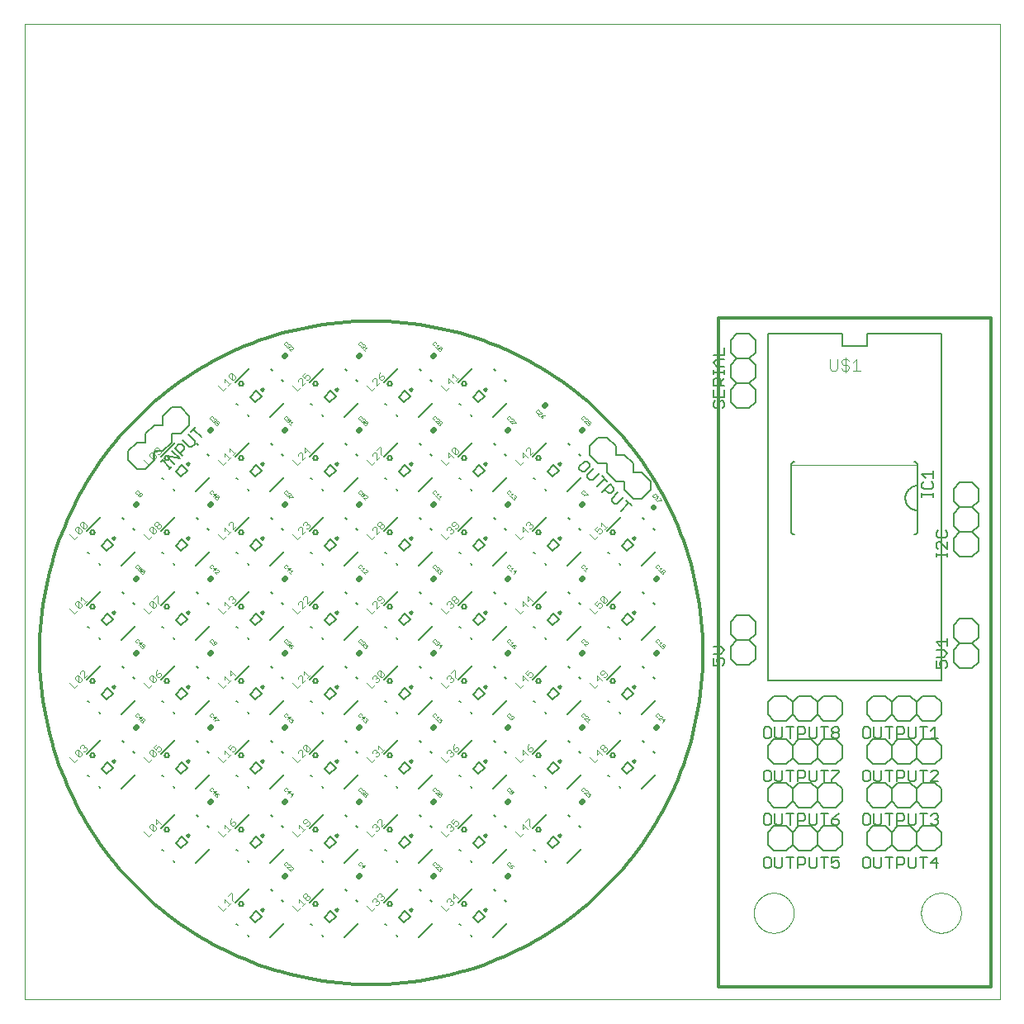
<source format=gto>
G75*
%MOIN*%
%OFA0B0*%
%FSLAX25Y25*%
%IPPOS*%
%LPD*%
%AMOC8*
5,1,8,0,0,1.08239X$1,22.5*
%
%ADD10C,0.00000*%
%ADD11C,0.01200*%
%ADD12C,0.02200*%
%ADD13C,0.00100*%
%ADD14C,0.00800*%
%ADD15C,0.00200*%
%ADD16C,0.00500*%
%ADD17C,0.00400*%
%ADD18C,0.00600*%
D10*
X0001000Y0001000D02*
X0001000Y0394701D01*
X0394701Y0394701D01*
X0394701Y0001000D01*
X0001000Y0001000D01*
X0295429Y0036000D02*
X0295431Y0036198D01*
X0295439Y0036396D01*
X0295451Y0036594D01*
X0295468Y0036791D01*
X0295490Y0036988D01*
X0295516Y0037184D01*
X0295548Y0037380D01*
X0295584Y0037575D01*
X0295625Y0037768D01*
X0295671Y0037961D01*
X0295721Y0038153D01*
X0295777Y0038343D01*
X0295836Y0038532D01*
X0295901Y0038719D01*
X0295970Y0038905D01*
X0296043Y0039089D01*
X0296121Y0039271D01*
X0296204Y0039451D01*
X0296291Y0039629D01*
X0296382Y0039805D01*
X0296478Y0039978D01*
X0296577Y0040149D01*
X0296681Y0040318D01*
X0296789Y0040484D01*
X0296901Y0040647D01*
X0297017Y0040808D01*
X0297137Y0040966D01*
X0297261Y0041120D01*
X0297389Y0041272D01*
X0297520Y0041420D01*
X0297655Y0041565D01*
X0297793Y0041707D01*
X0297935Y0041845D01*
X0298080Y0041980D01*
X0298228Y0042111D01*
X0298380Y0042239D01*
X0298534Y0042363D01*
X0298692Y0042483D01*
X0298853Y0042599D01*
X0299016Y0042711D01*
X0299182Y0042819D01*
X0299351Y0042923D01*
X0299522Y0043022D01*
X0299695Y0043118D01*
X0299871Y0043209D01*
X0300049Y0043296D01*
X0300229Y0043379D01*
X0300411Y0043457D01*
X0300595Y0043530D01*
X0300781Y0043599D01*
X0300968Y0043664D01*
X0301157Y0043723D01*
X0301347Y0043779D01*
X0301539Y0043829D01*
X0301732Y0043875D01*
X0301925Y0043916D01*
X0302120Y0043952D01*
X0302316Y0043984D01*
X0302512Y0044010D01*
X0302709Y0044032D01*
X0302906Y0044049D01*
X0303104Y0044061D01*
X0303302Y0044069D01*
X0303500Y0044071D01*
X0303698Y0044069D01*
X0303896Y0044061D01*
X0304094Y0044049D01*
X0304291Y0044032D01*
X0304488Y0044010D01*
X0304684Y0043984D01*
X0304880Y0043952D01*
X0305075Y0043916D01*
X0305268Y0043875D01*
X0305461Y0043829D01*
X0305653Y0043779D01*
X0305843Y0043723D01*
X0306032Y0043664D01*
X0306219Y0043599D01*
X0306405Y0043530D01*
X0306589Y0043457D01*
X0306771Y0043379D01*
X0306951Y0043296D01*
X0307129Y0043209D01*
X0307305Y0043118D01*
X0307478Y0043022D01*
X0307649Y0042923D01*
X0307818Y0042819D01*
X0307984Y0042711D01*
X0308147Y0042599D01*
X0308308Y0042483D01*
X0308466Y0042363D01*
X0308620Y0042239D01*
X0308772Y0042111D01*
X0308920Y0041980D01*
X0309065Y0041845D01*
X0309207Y0041707D01*
X0309345Y0041565D01*
X0309480Y0041420D01*
X0309611Y0041272D01*
X0309739Y0041120D01*
X0309863Y0040966D01*
X0309983Y0040808D01*
X0310099Y0040647D01*
X0310211Y0040484D01*
X0310319Y0040318D01*
X0310423Y0040149D01*
X0310522Y0039978D01*
X0310618Y0039805D01*
X0310709Y0039629D01*
X0310796Y0039451D01*
X0310879Y0039271D01*
X0310957Y0039089D01*
X0311030Y0038905D01*
X0311099Y0038719D01*
X0311164Y0038532D01*
X0311223Y0038343D01*
X0311279Y0038153D01*
X0311329Y0037961D01*
X0311375Y0037768D01*
X0311416Y0037575D01*
X0311452Y0037380D01*
X0311484Y0037184D01*
X0311510Y0036988D01*
X0311532Y0036791D01*
X0311549Y0036594D01*
X0311561Y0036396D01*
X0311569Y0036198D01*
X0311571Y0036000D01*
X0311569Y0035802D01*
X0311561Y0035604D01*
X0311549Y0035406D01*
X0311532Y0035209D01*
X0311510Y0035012D01*
X0311484Y0034816D01*
X0311452Y0034620D01*
X0311416Y0034425D01*
X0311375Y0034232D01*
X0311329Y0034039D01*
X0311279Y0033847D01*
X0311223Y0033657D01*
X0311164Y0033468D01*
X0311099Y0033281D01*
X0311030Y0033095D01*
X0310957Y0032911D01*
X0310879Y0032729D01*
X0310796Y0032549D01*
X0310709Y0032371D01*
X0310618Y0032195D01*
X0310522Y0032022D01*
X0310423Y0031851D01*
X0310319Y0031682D01*
X0310211Y0031516D01*
X0310099Y0031353D01*
X0309983Y0031192D01*
X0309863Y0031034D01*
X0309739Y0030880D01*
X0309611Y0030728D01*
X0309480Y0030580D01*
X0309345Y0030435D01*
X0309207Y0030293D01*
X0309065Y0030155D01*
X0308920Y0030020D01*
X0308772Y0029889D01*
X0308620Y0029761D01*
X0308466Y0029637D01*
X0308308Y0029517D01*
X0308147Y0029401D01*
X0307984Y0029289D01*
X0307818Y0029181D01*
X0307649Y0029077D01*
X0307478Y0028978D01*
X0307305Y0028882D01*
X0307129Y0028791D01*
X0306951Y0028704D01*
X0306771Y0028621D01*
X0306589Y0028543D01*
X0306405Y0028470D01*
X0306219Y0028401D01*
X0306032Y0028336D01*
X0305843Y0028277D01*
X0305653Y0028221D01*
X0305461Y0028171D01*
X0305268Y0028125D01*
X0305075Y0028084D01*
X0304880Y0028048D01*
X0304684Y0028016D01*
X0304488Y0027990D01*
X0304291Y0027968D01*
X0304094Y0027951D01*
X0303896Y0027939D01*
X0303698Y0027931D01*
X0303500Y0027929D01*
X0303302Y0027931D01*
X0303104Y0027939D01*
X0302906Y0027951D01*
X0302709Y0027968D01*
X0302512Y0027990D01*
X0302316Y0028016D01*
X0302120Y0028048D01*
X0301925Y0028084D01*
X0301732Y0028125D01*
X0301539Y0028171D01*
X0301347Y0028221D01*
X0301157Y0028277D01*
X0300968Y0028336D01*
X0300781Y0028401D01*
X0300595Y0028470D01*
X0300411Y0028543D01*
X0300229Y0028621D01*
X0300049Y0028704D01*
X0299871Y0028791D01*
X0299695Y0028882D01*
X0299522Y0028978D01*
X0299351Y0029077D01*
X0299182Y0029181D01*
X0299016Y0029289D01*
X0298853Y0029401D01*
X0298692Y0029517D01*
X0298534Y0029637D01*
X0298380Y0029761D01*
X0298228Y0029889D01*
X0298080Y0030020D01*
X0297935Y0030155D01*
X0297793Y0030293D01*
X0297655Y0030435D01*
X0297520Y0030580D01*
X0297389Y0030728D01*
X0297261Y0030880D01*
X0297137Y0031034D01*
X0297017Y0031192D01*
X0296901Y0031353D01*
X0296789Y0031516D01*
X0296681Y0031682D01*
X0296577Y0031851D01*
X0296478Y0032022D01*
X0296382Y0032195D01*
X0296291Y0032371D01*
X0296204Y0032549D01*
X0296121Y0032729D01*
X0296043Y0032911D01*
X0295970Y0033095D01*
X0295901Y0033281D01*
X0295836Y0033468D01*
X0295777Y0033657D01*
X0295721Y0033847D01*
X0295671Y0034039D01*
X0295625Y0034232D01*
X0295584Y0034425D01*
X0295548Y0034620D01*
X0295516Y0034816D01*
X0295490Y0035012D01*
X0295468Y0035209D01*
X0295451Y0035406D01*
X0295439Y0035604D01*
X0295431Y0035802D01*
X0295429Y0036000D01*
X0362929Y0036000D02*
X0362931Y0036198D01*
X0362939Y0036396D01*
X0362951Y0036594D01*
X0362968Y0036791D01*
X0362990Y0036988D01*
X0363016Y0037184D01*
X0363048Y0037380D01*
X0363084Y0037575D01*
X0363125Y0037768D01*
X0363171Y0037961D01*
X0363221Y0038153D01*
X0363277Y0038343D01*
X0363336Y0038532D01*
X0363401Y0038719D01*
X0363470Y0038905D01*
X0363543Y0039089D01*
X0363621Y0039271D01*
X0363704Y0039451D01*
X0363791Y0039629D01*
X0363882Y0039805D01*
X0363978Y0039978D01*
X0364077Y0040149D01*
X0364181Y0040318D01*
X0364289Y0040484D01*
X0364401Y0040647D01*
X0364517Y0040808D01*
X0364637Y0040966D01*
X0364761Y0041120D01*
X0364889Y0041272D01*
X0365020Y0041420D01*
X0365155Y0041565D01*
X0365293Y0041707D01*
X0365435Y0041845D01*
X0365580Y0041980D01*
X0365728Y0042111D01*
X0365880Y0042239D01*
X0366034Y0042363D01*
X0366192Y0042483D01*
X0366353Y0042599D01*
X0366516Y0042711D01*
X0366682Y0042819D01*
X0366851Y0042923D01*
X0367022Y0043022D01*
X0367195Y0043118D01*
X0367371Y0043209D01*
X0367549Y0043296D01*
X0367729Y0043379D01*
X0367911Y0043457D01*
X0368095Y0043530D01*
X0368281Y0043599D01*
X0368468Y0043664D01*
X0368657Y0043723D01*
X0368847Y0043779D01*
X0369039Y0043829D01*
X0369232Y0043875D01*
X0369425Y0043916D01*
X0369620Y0043952D01*
X0369816Y0043984D01*
X0370012Y0044010D01*
X0370209Y0044032D01*
X0370406Y0044049D01*
X0370604Y0044061D01*
X0370802Y0044069D01*
X0371000Y0044071D01*
X0371198Y0044069D01*
X0371396Y0044061D01*
X0371594Y0044049D01*
X0371791Y0044032D01*
X0371988Y0044010D01*
X0372184Y0043984D01*
X0372380Y0043952D01*
X0372575Y0043916D01*
X0372768Y0043875D01*
X0372961Y0043829D01*
X0373153Y0043779D01*
X0373343Y0043723D01*
X0373532Y0043664D01*
X0373719Y0043599D01*
X0373905Y0043530D01*
X0374089Y0043457D01*
X0374271Y0043379D01*
X0374451Y0043296D01*
X0374629Y0043209D01*
X0374805Y0043118D01*
X0374978Y0043022D01*
X0375149Y0042923D01*
X0375318Y0042819D01*
X0375484Y0042711D01*
X0375647Y0042599D01*
X0375808Y0042483D01*
X0375966Y0042363D01*
X0376120Y0042239D01*
X0376272Y0042111D01*
X0376420Y0041980D01*
X0376565Y0041845D01*
X0376707Y0041707D01*
X0376845Y0041565D01*
X0376980Y0041420D01*
X0377111Y0041272D01*
X0377239Y0041120D01*
X0377363Y0040966D01*
X0377483Y0040808D01*
X0377599Y0040647D01*
X0377711Y0040484D01*
X0377819Y0040318D01*
X0377923Y0040149D01*
X0378022Y0039978D01*
X0378118Y0039805D01*
X0378209Y0039629D01*
X0378296Y0039451D01*
X0378379Y0039271D01*
X0378457Y0039089D01*
X0378530Y0038905D01*
X0378599Y0038719D01*
X0378664Y0038532D01*
X0378723Y0038343D01*
X0378779Y0038153D01*
X0378829Y0037961D01*
X0378875Y0037768D01*
X0378916Y0037575D01*
X0378952Y0037380D01*
X0378984Y0037184D01*
X0379010Y0036988D01*
X0379032Y0036791D01*
X0379049Y0036594D01*
X0379061Y0036396D01*
X0379069Y0036198D01*
X0379071Y0036000D01*
X0379069Y0035802D01*
X0379061Y0035604D01*
X0379049Y0035406D01*
X0379032Y0035209D01*
X0379010Y0035012D01*
X0378984Y0034816D01*
X0378952Y0034620D01*
X0378916Y0034425D01*
X0378875Y0034232D01*
X0378829Y0034039D01*
X0378779Y0033847D01*
X0378723Y0033657D01*
X0378664Y0033468D01*
X0378599Y0033281D01*
X0378530Y0033095D01*
X0378457Y0032911D01*
X0378379Y0032729D01*
X0378296Y0032549D01*
X0378209Y0032371D01*
X0378118Y0032195D01*
X0378022Y0032022D01*
X0377923Y0031851D01*
X0377819Y0031682D01*
X0377711Y0031516D01*
X0377599Y0031353D01*
X0377483Y0031192D01*
X0377363Y0031034D01*
X0377239Y0030880D01*
X0377111Y0030728D01*
X0376980Y0030580D01*
X0376845Y0030435D01*
X0376707Y0030293D01*
X0376565Y0030155D01*
X0376420Y0030020D01*
X0376272Y0029889D01*
X0376120Y0029761D01*
X0375966Y0029637D01*
X0375808Y0029517D01*
X0375647Y0029401D01*
X0375484Y0029289D01*
X0375318Y0029181D01*
X0375149Y0029077D01*
X0374978Y0028978D01*
X0374805Y0028882D01*
X0374629Y0028791D01*
X0374451Y0028704D01*
X0374271Y0028621D01*
X0374089Y0028543D01*
X0373905Y0028470D01*
X0373719Y0028401D01*
X0373532Y0028336D01*
X0373343Y0028277D01*
X0373153Y0028221D01*
X0372961Y0028171D01*
X0372768Y0028125D01*
X0372575Y0028084D01*
X0372380Y0028048D01*
X0372184Y0028016D01*
X0371988Y0027990D01*
X0371791Y0027968D01*
X0371594Y0027951D01*
X0371396Y0027939D01*
X0371198Y0027931D01*
X0371000Y0027929D01*
X0370802Y0027931D01*
X0370604Y0027939D01*
X0370406Y0027951D01*
X0370209Y0027968D01*
X0370012Y0027990D01*
X0369816Y0028016D01*
X0369620Y0028048D01*
X0369425Y0028084D01*
X0369232Y0028125D01*
X0369039Y0028171D01*
X0368847Y0028221D01*
X0368657Y0028277D01*
X0368468Y0028336D01*
X0368281Y0028401D01*
X0368095Y0028470D01*
X0367911Y0028543D01*
X0367729Y0028621D01*
X0367549Y0028704D01*
X0367371Y0028791D01*
X0367195Y0028882D01*
X0367022Y0028978D01*
X0366851Y0029077D01*
X0366682Y0029181D01*
X0366516Y0029289D01*
X0366353Y0029401D01*
X0366192Y0029517D01*
X0366034Y0029637D01*
X0365880Y0029761D01*
X0365728Y0029889D01*
X0365580Y0030020D01*
X0365435Y0030155D01*
X0365293Y0030293D01*
X0365155Y0030435D01*
X0365020Y0030580D01*
X0364889Y0030728D01*
X0364761Y0030880D01*
X0364637Y0031034D01*
X0364517Y0031192D01*
X0364401Y0031353D01*
X0364289Y0031516D01*
X0364181Y0031682D01*
X0364077Y0031851D01*
X0363978Y0032022D01*
X0363882Y0032195D01*
X0363791Y0032371D01*
X0363704Y0032549D01*
X0363621Y0032729D01*
X0363543Y0032911D01*
X0363470Y0033095D01*
X0363401Y0033281D01*
X0363336Y0033468D01*
X0363277Y0033657D01*
X0363221Y0033847D01*
X0363171Y0034039D01*
X0363125Y0034232D01*
X0363084Y0034425D01*
X0363048Y0034620D01*
X0363016Y0034816D01*
X0362990Y0035012D01*
X0362968Y0035209D01*
X0362951Y0035406D01*
X0362939Y0035604D01*
X0362931Y0035802D01*
X0362929Y0036000D01*
D11*
X0391000Y0006000D02*
X0281000Y0006000D01*
X0281000Y0276000D01*
X0391000Y0276000D01*
X0391000Y0006000D01*
X0007142Y0141000D02*
X0007182Y0144285D01*
X0007303Y0147568D01*
X0007505Y0150847D01*
X0007787Y0154120D01*
X0008149Y0157386D01*
X0008591Y0160641D01*
X0009113Y0163885D01*
X0009714Y0167114D01*
X0010394Y0170328D01*
X0011154Y0173525D01*
X0011991Y0176702D01*
X0012906Y0179857D01*
X0013898Y0182989D01*
X0014967Y0186095D01*
X0016111Y0189175D01*
X0017331Y0192225D01*
X0018626Y0195245D01*
X0019994Y0198232D01*
X0021435Y0201184D01*
X0022948Y0204100D01*
X0024532Y0206978D01*
X0026186Y0209817D01*
X0027910Y0212614D01*
X0029701Y0215368D01*
X0031560Y0218077D01*
X0033484Y0220739D01*
X0035474Y0223354D01*
X0037526Y0225919D01*
X0039642Y0228432D01*
X0041818Y0230894D01*
X0044054Y0233301D01*
X0046348Y0235652D01*
X0048699Y0237946D01*
X0051106Y0240182D01*
X0053568Y0242358D01*
X0056081Y0244474D01*
X0058646Y0246526D01*
X0061261Y0248516D01*
X0063923Y0250440D01*
X0066632Y0252299D01*
X0069386Y0254090D01*
X0072183Y0255814D01*
X0075022Y0257468D01*
X0077900Y0259052D01*
X0080816Y0260565D01*
X0083768Y0262006D01*
X0086755Y0263374D01*
X0089775Y0264669D01*
X0092825Y0265889D01*
X0095905Y0267033D01*
X0099011Y0268102D01*
X0102143Y0269094D01*
X0105298Y0270009D01*
X0108475Y0270846D01*
X0111672Y0271606D01*
X0114886Y0272286D01*
X0118115Y0272887D01*
X0121359Y0273409D01*
X0124614Y0273851D01*
X0127880Y0274213D01*
X0131153Y0274495D01*
X0134432Y0274697D01*
X0137715Y0274818D01*
X0141000Y0274858D01*
X0144285Y0274818D01*
X0147568Y0274697D01*
X0150847Y0274495D01*
X0154120Y0274213D01*
X0157386Y0273851D01*
X0160641Y0273409D01*
X0163885Y0272887D01*
X0167114Y0272286D01*
X0170328Y0271606D01*
X0173525Y0270846D01*
X0176702Y0270009D01*
X0179857Y0269094D01*
X0182989Y0268102D01*
X0186095Y0267033D01*
X0189175Y0265889D01*
X0192225Y0264669D01*
X0195245Y0263374D01*
X0198232Y0262006D01*
X0201184Y0260565D01*
X0204100Y0259052D01*
X0206978Y0257468D01*
X0209817Y0255814D01*
X0212614Y0254090D01*
X0215368Y0252299D01*
X0218077Y0250440D01*
X0220739Y0248516D01*
X0223354Y0246526D01*
X0225919Y0244474D01*
X0228432Y0242358D01*
X0230894Y0240182D01*
X0233301Y0237946D01*
X0235652Y0235652D01*
X0237946Y0233301D01*
X0240182Y0230894D01*
X0242358Y0228432D01*
X0244474Y0225919D01*
X0246526Y0223354D01*
X0248516Y0220739D01*
X0250440Y0218077D01*
X0252299Y0215368D01*
X0254090Y0212614D01*
X0255814Y0209817D01*
X0257468Y0206978D01*
X0259052Y0204100D01*
X0260565Y0201184D01*
X0262006Y0198232D01*
X0263374Y0195245D01*
X0264669Y0192225D01*
X0265889Y0189175D01*
X0267033Y0186095D01*
X0268102Y0182989D01*
X0269094Y0179857D01*
X0270009Y0176702D01*
X0270846Y0173525D01*
X0271606Y0170328D01*
X0272286Y0167114D01*
X0272887Y0163885D01*
X0273409Y0160641D01*
X0273851Y0157386D01*
X0274213Y0154120D01*
X0274495Y0150847D01*
X0274697Y0147568D01*
X0274818Y0144285D01*
X0274858Y0141000D01*
X0274818Y0137715D01*
X0274697Y0134432D01*
X0274495Y0131153D01*
X0274213Y0127880D01*
X0273851Y0124614D01*
X0273409Y0121359D01*
X0272887Y0118115D01*
X0272286Y0114886D01*
X0271606Y0111672D01*
X0270846Y0108475D01*
X0270009Y0105298D01*
X0269094Y0102143D01*
X0268102Y0099011D01*
X0267033Y0095905D01*
X0265889Y0092825D01*
X0264669Y0089775D01*
X0263374Y0086755D01*
X0262006Y0083768D01*
X0260565Y0080816D01*
X0259052Y0077900D01*
X0257468Y0075022D01*
X0255814Y0072183D01*
X0254090Y0069386D01*
X0252299Y0066632D01*
X0250440Y0063923D01*
X0248516Y0061261D01*
X0246526Y0058646D01*
X0244474Y0056081D01*
X0242358Y0053568D01*
X0240182Y0051106D01*
X0237946Y0048699D01*
X0235652Y0046348D01*
X0233301Y0044054D01*
X0230894Y0041818D01*
X0228432Y0039642D01*
X0225919Y0037526D01*
X0223354Y0035474D01*
X0220739Y0033484D01*
X0218077Y0031560D01*
X0215368Y0029701D01*
X0212614Y0027910D01*
X0209817Y0026186D01*
X0206978Y0024532D01*
X0204100Y0022948D01*
X0201184Y0021435D01*
X0198232Y0019994D01*
X0195245Y0018626D01*
X0192225Y0017331D01*
X0189175Y0016111D01*
X0186095Y0014967D01*
X0182989Y0013898D01*
X0179857Y0012906D01*
X0176702Y0011991D01*
X0173525Y0011154D01*
X0170328Y0010394D01*
X0167114Y0009714D01*
X0163885Y0009113D01*
X0160641Y0008591D01*
X0157386Y0008149D01*
X0154120Y0007787D01*
X0150847Y0007505D01*
X0147568Y0007303D01*
X0144285Y0007182D01*
X0141000Y0007142D01*
X0137715Y0007182D01*
X0134432Y0007303D01*
X0131153Y0007505D01*
X0127880Y0007787D01*
X0124614Y0008149D01*
X0121359Y0008591D01*
X0118115Y0009113D01*
X0114886Y0009714D01*
X0111672Y0010394D01*
X0108475Y0011154D01*
X0105298Y0011991D01*
X0102143Y0012906D01*
X0099011Y0013898D01*
X0095905Y0014967D01*
X0092825Y0016111D01*
X0089775Y0017331D01*
X0086755Y0018626D01*
X0083768Y0019994D01*
X0080816Y0021435D01*
X0077900Y0022948D01*
X0075022Y0024532D01*
X0072183Y0026186D01*
X0069386Y0027910D01*
X0066632Y0029701D01*
X0063923Y0031560D01*
X0061261Y0033484D01*
X0058646Y0035474D01*
X0056081Y0037526D01*
X0053568Y0039642D01*
X0051106Y0041818D01*
X0048699Y0044054D01*
X0046348Y0046348D01*
X0044054Y0048699D01*
X0041818Y0051106D01*
X0039642Y0053568D01*
X0037526Y0056081D01*
X0035474Y0058646D01*
X0033484Y0061261D01*
X0031560Y0063923D01*
X0029701Y0066632D01*
X0027910Y0069386D01*
X0026186Y0072183D01*
X0024532Y0075022D01*
X0022948Y0077900D01*
X0021435Y0080816D01*
X0019994Y0083768D01*
X0018626Y0086755D01*
X0017331Y0089775D01*
X0016111Y0092825D01*
X0014967Y0095905D01*
X0013898Y0099011D01*
X0012906Y0102143D01*
X0011991Y0105298D01*
X0011154Y0108475D01*
X0010394Y0111672D01*
X0009714Y0114886D01*
X0009113Y0118115D01*
X0008591Y0121359D01*
X0008149Y0124614D01*
X0007787Y0127880D01*
X0007505Y0131153D01*
X0007303Y0134432D01*
X0007182Y0137715D01*
X0007142Y0141000D01*
D12*
X0045915Y0140915D02*
X0046085Y0141085D01*
X0075915Y0140915D02*
X0076085Y0141085D01*
X0105915Y0140915D02*
X0106085Y0141085D01*
X0135915Y0140915D02*
X0136085Y0141085D01*
X0165915Y0140915D02*
X0166085Y0141085D01*
X0195915Y0140915D02*
X0196085Y0141085D01*
X0225915Y0140915D02*
X0226085Y0141085D01*
X0226085Y0111085D02*
X0225915Y0110915D01*
X0196085Y0111085D02*
X0195915Y0110915D01*
X0166085Y0111085D02*
X0165915Y0110915D01*
X0136085Y0111085D02*
X0135915Y0110915D01*
X0106085Y0111085D02*
X0105915Y0110915D01*
X0076085Y0111085D02*
X0075915Y0110915D01*
X0046085Y0111085D02*
X0045915Y0110915D01*
X0075915Y0080915D02*
X0076085Y0081085D01*
X0105915Y0080915D02*
X0106085Y0081085D01*
X0135915Y0080915D02*
X0136085Y0081085D01*
X0165915Y0080915D02*
X0166085Y0081085D01*
X0195915Y0080915D02*
X0196085Y0081085D01*
X0225915Y0080915D02*
X0226085Y0081085D01*
X0255915Y0110915D02*
X0256085Y0111085D01*
X0255915Y0140915D02*
X0256085Y0141085D01*
X0255915Y0170915D02*
X0256085Y0171085D01*
X0254665Y0199665D02*
X0254835Y0199835D01*
X0226085Y0201085D02*
X0225915Y0200915D01*
X0226085Y0171085D02*
X0225915Y0170915D01*
X0196085Y0171085D02*
X0195915Y0170915D01*
X0166085Y0171085D02*
X0165915Y0170915D01*
X0136085Y0171085D02*
X0135915Y0170915D01*
X0106085Y0171085D02*
X0105915Y0170915D01*
X0076085Y0171085D02*
X0075915Y0170915D01*
X0046085Y0171085D02*
X0045915Y0170915D01*
X0045915Y0200915D02*
X0046085Y0201085D01*
X0075915Y0200915D02*
X0076085Y0201085D01*
X0105915Y0200915D02*
X0106085Y0201085D01*
X0135915Y0200915D02*
X0136085Y0201085D01*
X0165915Y0200915D02*
X0166085Y0201085D01*
X0195915Y0200915D02*
X0196085Y0201085D01*
X0195915Y0230915D02*
X0196085Y0231085D01*
X0210915Y0240915D02*
X0211085Y0241085D01*
X0225915Y0230915D02*
X0226085Y0231085D01*
X0166085Y0231085D02*
X0165915Y0230915D01*
X0136085Y0231085D02*
X0135915Y0230915D01*
X0106085Y0231085D02*
X0105915Y0230915D01*
X0076085Y0231085D02*
X0075915Y0230915D01*
X0105915Y0260915D02*
X0106085Y0261085D01*
X0135915Y0260915D02*
X0136085Y0261085D01*
X0165915Y0260915D02*
X0166085Y0261085D01*
X0166085Y0051085D02*
X0165915Y0050915D01*
X0136085Y0051085D02*
X0135915Y0050915D01*
X0106085Y0051085D02*
X0105915Y0050915D01*
X0195915Y0050915D02*
X0196085Y0051085D01*
D13*
X0197290Y0054024D02*
X0197644Y0054024D01*
X0197820Y0054201D01*
X0197820Y0054554D01*
X0197290Y0055085D01*
X0196936Y0054731D01*
X0196936Y0054377D01*
X0197290Y0054024D01*
X0197290Y0055085D02*
X0197997Y0055085D01*
X0198528Y0054908D01*
X0197309Y0055773D02*
X0197309Y0056127D01*
X0196956Y0056481D01*
X0196602Y0056481D01*
X0195894Y0055773D01*
X0195894Y0055419D01*
X0196248Y0055065D01*
X0196602Y0055065D01*
X0169393Y0054043D02*
X0169393Y0053690D01*
X0169216Y0053513D01*
X0168862Y0053513D01*
X0168862Y0053159D01*
X0168685Y0052982D01*
X0168331Y0052982D01*
X0167978Y0053336D01*
X0167978Y0053690D01*
X0167467Y0053847D02*
X0166759Y0054554D01*
X0168174Y0054554D01*
X0168351Y0054731D01*
X0168351Y0055085D01*
X0167997Y0055439D01*
X0167644Y0055439D01*
X0167309Y0055773D02*
X0167309Y0056127D01*
X0166956Y0056481D01*
X0166602Y0056481D01*
X0165894Y0055773D01*
X0165894Y0055419D01*
X0166248Y0055065D01*
X0166602Y0055065D01*
X0168685Y0054397D02*
X0169039Y0054397D01*
X0169393Y0054043D01*
X0168862Y0053513D02*
X0168685Y0053690D01*
X0168685Y0082982D02*
X0168331Y0082982D01*
X0167978Y0083336D01*
X0167978Y0083690D01*
X0169393Y0083690D01*
X0168685Y0082982D01*
X0167978Y0083690D02*
X0168685Y0084397D01*
X0169039Y0084397D01*
X0169393Y0084043D01*
X0169393Y0083690D01*
X0168351Y0084731D02*
X0168351Y0085085D01*
X0167997Y0085439D01*
X0167644Y0085439D01*
X0167309Y0085773D02*
X0167309Y0086127D01*
X0166956Y0086481D01*
X0166602Y0086481D01*
X0165894Y0085773D01*
X0165894Y0085419D01*
X0166248Y0085065D01*
X0166602Y0085065D01*
X0166759Y0084554D02*
X0168174Y0084554D01*
X0168351Y0084731D01*
X0167467Y0083847D02*
X0166759Y0084554D01*
X0139393Y0084043D02*
X0139393Y0083690D01*
X0139216Y0083513D01*
X0138862Y0083513D01*
X0138508Y0083867D01*
X0138508Y0084220D01*
X0138685Y0084397D01*
X0139039Y0084397D01*
X0139393Y0084043D01*
X0138862Y0083513D02*
X0138862Y0083159D01*
X0138685Y0082982D01*
X0138331Y0082982D01*
X0137978Y0083336D01*
X0137978Y0083690D01*
X0138154Y0083867D01*
X0138508Y0083867D01*
X0138174Y0084554D02*
X0137820Y0084554D01*
X0137820Y0084201D01*
X0137644Y0084024D01*
X0137290Y0084024D01*
X0136936Y0084377D01*
X0136936Y0084731D01*
X0136602Y0085065D02*
X0136248Y0085065D01*
X0135894Y0085419D01*
X0135894Y0085773D01*
X0136602Y0086481D01*
X0136956Y0086481D01*
X0137309Y0086127D01*
X0137309Y0085773D01*
X0137644Y0085439D02*
X0137997Y0085439D01*
X0138351Y0085085D01*
X0138351Y0084731D01*
X0138174Y0084554D01*
X0137820Y0084554D02*
X0137644Y0084731D01*
X0136956Y0056481D02*
X0136602Y0056481D01*
X0135894Y0055773D01*
X0135894Y0055419D01*
X0136248Y0055065D01*
X0136602Y0055065D01*
X0137290Y0055085D02*
X0137997Y0054377D01*
X0137290Y0054024D02*
X0138351Y0055085D01*
X0137290Y0055085D01*
X0137309Y0055773D02*
X0137309Y0056127D01*
X0136956Y0056481D01*
X0109393Y0054043D02*
X0109039Y0054397D01*
X0108685Y0054397D01*
X0108351Y0054731D02*
X0108351Y0055085D01*
X0107997Y0055439D01*
X0107644Y0055439D01*
X0107309Y0055773D02*
X0107309Y0056127D01*
X0106956Y0056481D01*
X0106602Y0056481D01*
X0105894Y0055773D01*
X0105894Y0055419D01*
X0106248Y0055065D01*
X0106602Y0055065D01*
X0106759Y0054554D02*
X0108174Y0054554D01*
X0108351Y0054731D01*
X0109393Y0054043D02*
X0109393Y0053690D01*
X0109216Y0053513D01*
X0107801Y0053513D01*
X0108508Y0052805D01*
X0107467Y0053847D02*
X0106759Y0054554D01*
X0108331Y0082982D02*
X0109393Y0084043D01*
X0108331Y0084043D01*
X0109039Y0083336D01*
X0107997Y0084377D02*
X0107290Y0085085D01*
X0108351Y0085085D01*
X0107290Y0084024D01*
X0106602Y0085065D02*
X0106248Y0085065D01*
X0105894Y0085419D01*
X0105894Y0085773D01*
X0106602Y0086481D01*
X0106956Y0086481D01*
X0107309Y0086127D01*
X0107309Y0085773D01*
X0108331Y0112982D02*
X0107978Y0113336D01*
X0107978Y0113690D01*
X0108331Y0114043D02*
X0108862Y0113867D01*
X0109039Y0113690D01*
X0109039Y0113336D01*
X0108685Y0112982D01*
X0108331Y0112982D01*
X0108331Y0114043D02*
X0108862Y0114574D01*
X0109570Y0113867D01*
X0107997Y0114377D02*
X0107290Y0115085D01*
X0108351Y0115085D01*
X0107290Y0114024D01*
X0106602Y0115065D02*
X0106248Y0115065D01*
X0105894Y0115419D01*
X0105894Y0115773D01*
X0106602Y0116481D01*
X0106956Y0116481D01*
X0107309Y0116127D01*
X0107309Y0115773D01*
X0135894Y0115773D02*
X0135894Y0115419D01*
X0136248Y0115065D01*
X0136602Y0115065D01*
X0137290Y0115085D02*
X0137997Y0114377D01*
X0137978Y0113690D02*
X0137978Y0113336D01*
X0138331Y0112982D01*
X0138685Y0112982D01*
X0138862Y0113159D01*
X0138862Y0113513D01*
X0138685Y0113690D01*
X0138862Y0113513D02*
X0139216Y0113513D01*
X0139393Y0113690D01*
X0139393Y0114043D01*
X0139039Y0114397D01*
X0138685Y0114397D01*
X0138351Y0115085D02*
X0137290Y0114024D01*
X0137290Y0115085D02*
X0138351Y0115085D01*
X0137309Y0115773D02*
X0137309Y0116127D01*
X0136956Y0116481D01*
X0136602Y0116481D01*
X0135894Y0115773D01*
X0138331Y0142982D02*
X0137978Y0143336D01*
X0137978Y0143690D01*
X0137644Y0144024D02*
X0137290Y0144024D01*
X0136936Y0144377D01*
X0136936Y0144731D01*
X0136602Y0145065D02*
X0136248Y0145065D01*
X0135894Y0145419D01*
X0135894Y0145773D01*
X0136602Y0146481D01*
X0136956Y0146481D01*
X0137309Y0146127D01*
X0137309Y0145773D01*
X0137644Y0145439D02*
X0137997Y0145439D01*
X0138351Y0145085D01*
X0138351Y0144731D01*
X0138174Y0144554D01*
X0137820Y0144554D01*
X0137820Y0144201D01*
X0137644Y0144024D01*
X0137820Y0144554D02*
X0137644Y0144731D01*
X0138331Y0144043D02*
X0138862Y0143867D01*
X0139039Y0143690D01*
X0139039Y0143336D01*
X0138685Y0142982D01*
X0138331Y0142982D01*
X0138331Y0144043D02*
X0138862Y0144574D01*
X0139570Y0143867D01*
X0165894Y0145419D02*
X0166248Y0145065D01*
X0166602Y0145065D01*
X0166936Y0144731D02*
X0166936Y0144377D01*
X0167290Y0144024D01*
X0167644Y0144024D01*
X0167820Y0144201D01*
X0167820Y0144554D01*
X0167644Y0144731D01*
X0167820Y0144554D02*
X0168174Y0144554D01*
X0168351Y0144731D01*
X0168351Y0145085D01*
X0167997Y0145439D01*
X0167644Y0145439D01*
X0167309Y0145773D02*
X0167309Y0146127D01*
X0166956Y0146481D01*
X0166602Y0146481D01*
X0165894Y0145773D01*
X0165894Y0145419D01*
X0168331Y0144043D02*
X0169039Y0143336D01*
X0169393Y0144043D02*
X0168331Y0144043D01*
X0168331Y0142982D02*
X0169393Y0144043D01*
X0195894Y0145419D02*
X0196248Y0145065D01*
X0196602Y0145065D01*
X0196759Y0144554D02*
X0197467Y0143847D01*
X0197113Y0144201D02*
X0198174Y0145262D01*
X0197467Y0145262D01*
X0197309Y0145773D02*
X0197309Y0146127D01*
X0196956Y0146481D01*
X0196602Y0146481D01*
X0195894Y0145773D01*
X0195894Y0145419D01*
X0197978Y0143690D02*
X0197978Y0143336D01*
X0198331Y0142982D01*
X0198685Y0142982D01*
X0198862Y0143159D01*
X0198862Y0143513D01*
X0198331Y0144043D01*
X0197978Y0143690D01*
X0198331Y0144043D02*
X0199039Y0144043D01*
X0199570Y0143867D01*
X0225894Y0145419D02*
X0226248Y0145065D01*
X0226602Y0145065D01*
X0226759Y0144554D02*
X0228174Y0144554D01*
X0228351Y0144731D01*
X0228351Y0145085D01*
X0227997Y0145439D01*
X0227644Y0145439D01*
X0227309Y0145773D02*
X0227309Y0146127D01*
X0226956Y0146481D01*
X0226602Y0146481D01*
X0225894Y0145773D01*
X0225894Y0145419D01*
X0226759Y0144554D02*
X0227467Y0143847D01*
X0226956Y0116481D02*
X0226602Y0116481D01*
X0225894Y0115773D01*
X0225894Y0115419D01*
X0226248Y0115065D01*
X0226602Y0115065D01*
X0226759Y0114554D02*
X0228174Y0114554D01*
X0228351Y0114731D01*
X0228351Y0115085D01*
X0227997Y0115439D01*
X0227644Y0115439D01*
X0227309Y0115773D02*
X0227309Y0116127D01*
X0226956Y0116481D01*
X0226759Y0114554D02*
X0227467Y0113847D01*
X0227801Y0113513D02*
X0228508Y0112805D01*
X0228154Y0113159D02*
X0229216Y0114220D01*
X0228508Y0114220D01*
X0255894Y0115419D02*
X0256248Y0115065D01*
X0256602Y0115065D01*
X0256759Y0114554D02*
X0258174Y0114554D01*
X0258351Y0114731D01*
X0258351Y0115085D01*
X0257997Y0115439D01*
X0257644Y0115439D01*
X0257309Y0115773D02*
X0257309Y0116127D01*
X0256956Y0116481D01*
X0256602Y0116481D01*
X0255894Y0115773D01*
X0255894Y0115419D01*
X0256759Y0114554D02*
X0257467Y0113847D01*
X0258331Y0114043D02*
X0259039Y0113336D01*
X0259393Y0114043D02*
X0258331Y0114043D01*
X0258331Y0112982D02*
X0259393Y0114043D01*
X0229570Y0083867D02*
X0228862Y0084574D01*
X0228331Y0084043D01*
X0228862Y0083867D01*
X0229039Y0083690D01*
X0229039Y0083336D01*
X0228685Y0082982D01*
X0228331Y0082982D01*
X0227978Y0083336D01*
X0227978Y0083690D01*
X0227467Y0083847D02*
X0226759Y0084554D01*
X0228174Y0084554D01*
X0228351Y0084731D01*
X0228351Y0085085D01*
X0227997Y0085439D01*
X0227644Y0085439D01*
X0227309Y0085773D02*
X0227309Y0086127D01*
X0226956Y0086481D01*
X0226602Y0086481D01*
X0225894Y0085773D01*
X0225894Y0085419D01*
X0226248Y0085065D01*
X0226602Y0085065D01*
X0198528Y0084908D02*
X0197820Y0085616D01*
X0197290Y0085085D01*
X0197820Y0084908D01*
X0197997Y0084731D01*
X0197997Y0084377D01*
X0197644Y0084024D01*
X0197290Y0084024D01*
X0196936Y0084377D01*
X0196936Y0084731D01*
X0196602Y0085065D02*
X0196248Y0085065D01*
X0195894Y0085419D01*
X0195894Y0085773D01*
X0196602Y0086481D01*
X0196956Y0086481D01*
X0197309Y0086127D01*
X0197309Y0085773D01*
X0197290Y0114024D02*
X0196936Y0114377D01*
X0196936Y0114731D01*
X0196602Y0115065D02*
X0196248Y0115065D01*
X0195894Y0115419D01*
X0195894Y0115773D01*
X0196602Y0116481D01*
X0196956Y0116481D01*
X0197309Y0116127D01*
X0197309Y0115773D01*
X0197644Y0115439D02*
X0197997Y0115439D01*
X0198351Y0115085D01*
X0198351Y0114731D01*
X0198174Y0114554D01*
X0197820Y0114554D01*
X0197820Y0114201D01*
X0197644Y0114024D01*
X0197290Y0114024D01*
X0197820Y0114554D02*
X0197644Y0114731D01*
X0169570Y0113867D02*
X0168862Y0114574D01*
X0168331Y0114043D01*
X0168862Y0113867D01*
X0169039Y0113690D01*
X0169039Y0113336D01*
X0168685Y0112982D01*
X0168331Y0112982D01*
X0167978Y0113336D01*
X0167978Y0113690D01*
X0167467Y0113847D02*
X0166759Y0114554D01*
X0167113Y0114201D02*
X0168174Y0115262D01*
X0167467Y0115262D01*
X0167309Y0115773D02*
X0167309Y0116127D01*
X0166956Y0116481D01*
X0166602Y0116481D01*
X0165894Y0115773D01*
X0165894Y0115419D01*
X0166248Y0115065D01*
X0166602Y0115065D01*
X0168331Y0172982D02*
X0167978Y0173336D01*
X0167978Y0173690D01*
X0167644Y0174024D02*
X0167290Y0174024D01*
X0166936Y0174377D01*
X0166936Y0174731D01*
X0166602Y0175065D02*
X0166248Y0175065D01*
X0165894Y0175419D01*
X0165894Y0175773D01*
X0166602Y0176481D01*
X0166956Y0176481D01*
X0167309Y0176127D01*
X0167309Y0175773D01*
X0167644Y0175439D02*
X0167997Y0175439D01*
X0168351Y0175085D01*
X0168351Y0174731D01*
X0168174Y0174554D01*
X0167820Y0174554D01*
X0167820Y0174201D01*
X0167644Y0174024D01*
X0167820Y0174554D02*
X0167644Y0174731D01*
X0168685Y0174397D02*
X0169039Y0174397D01*
X0169393Y0174043D01*
X0169393Y0173690D01*
X0169216Y0173513D01*
X0168862Y0173513D01*
X0168862Y0173159D01*
X0168685Y0172982D01*
X0168331Y0172982D01*
X0168862Y0173513D02*
X0168685Y0173690D01*
X0195894Y0175419D02*
X0196248Y0175065D01*
X0196602Y0175065D01*
X0196759Y0174554D02*
X0197467Y0173847D01*
X0197113Y0174201D02*
X0198174Y0175262D01*
X0197467Y0175262D01*
X0197309Y0175773D02*
X0197309Y0176127D01*
X0196956Y0176481D01*
X0196602Y0176481D01*
X0195894Y0175773D01*
X0195894Y0175419D01*
X0198331Y0174043D02*
X0199039Y0173336D01*
X0199393Y0174043D02*
X0198331Y0174043D01*
X0198331Y0172982D02*
X0199393Y0174043D01*
X0225894Y0175419D02*
X0226248Y0175065D01*
X0226602Y0175065D01*
X0226759Y0174554D02*
X0227467Y0173847D01*
X0227113Y0174201D02*
X0228174Y0175262D01*
X0227467Y0175262D01*
X0227309Y0175773D02*
X0227309Y0176127D01*
X0226956Y0176481D01*
X0226602Y0176481D01*
X0225894Y0175773D01*
X0225894Y0175419D01*
X0226759Y0204554D02*
X0226936Y0204731D01*
X0228351Y0204731D01*
X0228528Y0204908D01*
X0227820Y0205616D01*
X0227309Y0205773D02*
X0227309Y0206127D01*
X0226956Y0206481D01*
X0226602Y0206481D01*
X0225894Y0205773D01*
X0225894Y0205419D01*
X0226248Y0205065D01*
X0226602Y0205065D01*
X0254644Y0204523D02*
X0254644Y0204169D01*
X0254998Y0203815D01*
X0255352Y0203815D01*
X0255509Y0203304D02*
X0256217Y0202597D01*
X0256551Y0202263D02*
X0256728Y0202440D01*
X0258143Y0202440D01*
X0258320Y0202617D01*
X0257612Y0203324D01*
X0256924Y0204012D02*
X0255863Y0202951D01*
X0256217Y0204012D02*
X0256924Y0204012D01*
X0256059Y0204523D02*
X0256059Y0204877D01*
X0255706Y0205231D01*
X0255352Y0205231D01*
X0254644Y0204523D01*
X0256602Y0176481D02*
X0255894Y0175773D01*
X0255894Y0175419D01*
X0256248Y0175065D01*
X0256602Y0175065D01*
X0256759Y0174554D02*
X0257467Y0173847D01*
X0257113Y0174201D02*
X0258174Y0175262D01*
X0257467Y0175262D01*
X0257309Y0175773D02*
X0257309Y0176127D01*
X0256956Y0176481D01*
X0256602Y0176481D01*
X0258685Y0174397D02*
X0258508Y0174220D01*
X0258508Y0173867D01*
X0258862Y0173513D01*
X0258862Y0173159D01*
X0258685Y0172982D01*
X0258331Y0172982D01*
X0257978Y0173336D01*
X0257978Y0173690D01*
X0258154Y0173867D01*
X0258508Y0173867D01*
X0258862Y0173513D02*
X0259216Y0173513D01*
X0259393Y0173690D01*
X0259393Y0174043D01*
X0259039Y0174397D01*
X0258685Y0174397D01*
X0256956Y0146481D02*
X0256602Y0146481D01*
X0255894Y0145773D01*
X0255894Y0145419D01*
X0256248Y0145065D01*
X0256602Y0145065D01*
X0256759Y0144554D02*
X0257467Y0143847D01*
X0257113Y0144201D02*
X0258174Y0145262D01*
X0257467Y0145262D01*
X0257309Y0145773D02*
X0257309Y0146127D01*
X0256956Y0146481D01*
X0258685Y0144397D02*
X0258508Y0144220D01*
X0258508Y0143867D01*
X0259039Y0143336D01*
X0259393Y0143690D02*
X0259393Y0144043D01*
X0259039Y0144397D01*
X0258685Y0144397D01*
X0257978Y0143690D02*
X0257978Y0143336D01*
X0258331Y0142982D01*
X0258685Y0142982D01*
X0259393Y0143690D01*
X0199393Y0203690D02*
X0199216Y0203513D01*
X0198862Y0203513D01*
X0198862Y0203159D01*
X0198685Y0202982D01*
X0198331Y0202982D01*
X0197978Y0203336D01*
X0197978Y0203690D01*
X0197467Y0203847D02*
X0196759Y0204554D01*
X0197113Y0204201D02*
X0198174Y0205262D01*
X0197467Y0205262D01*
X0197309Y0205773D02*
X0197309Y0206127D01*
X0196956Y0206481D01*
X0196602Y0206481D01*
X0195894Y0205773D01*
X0195894Y0205419D01*
X0196248Y0205065D01*
X0196602Y0205065D01*
X0198685Y0204397D02*
X0199039Y0204397D01*
X0199393Y0204043D01*
X0199393Y0203690D01*
X0198862Y0203513D02*
X0198685Y0203690D01*
X0169216Y0204220D02*
X0168154Y0203159D01*
X0167801Y0203513D02*
X0168508Y0202805D01*
X0168508Y0204220D02*
X0169216Y0204220D01*
X0168174Y0205262D02*
X0167113Y0204201D01*
X0166759Y0204554D02*
X0167467Y0203847D01*
X0167467Y0205262D02*
X0168174Y0205262D01*
X0167309Y0205773D02*
X0167309Y0206127D01*
X0166956Y0206481D01*
X0166602Y0206481D01*
X0165894Y0205773D01*
X0165894Y0205419D01*
X0166248Y0205065D01*
X0166602Y0205065D01*
X0139393Y0204043D02*
X0139039Y0204397D01*
X0138685Y0204397D01*
X0138528Y0204908D02*
X0137820Y0205616D01*
X0137290Y0205085D01*
X0137820Y0204908D01*
X0137997Y0204731D01*
X0137997Y0204377D01*
X0137644Y0204024D01*
X0137290Y0204024D01*
X0136936Y0204377D01*
X0136936Y0204731D01*
X0136602Y0205065D02*
X0136248Y0205065D01*
X0135894Y0205419D01*
X0135894Y0205773D01*
X0136602Y0206481D01*
X0136956Y0206481D01*
X0137309Y0206127D01*
X0137309Y0205773D01*
X0137801Y0203513D02*
X0139216Y0203513D01*
X0139393Y0203690D01*
X0139393Y0204043D01*
X0138508Y0202805D02*
X0137801Y0203513D01*
X0136956Y0176481D02*
X0136602Y0176481D01*
X0135894Y0175773D01*
X0135894Y0175419D01*
X0136248Y0175065D01*
X0136602Y0175065D01*
X0136759Y0174554D02*
X0137467Y0173847D01*
X0137801Y0173513D02*
X0139216Y0173513D01*
X0139393Y0173690D01*
X0139393Y0174043D01*
X0139039Y0174397D01*
X0138685Y0174397D01*
X0138174Y0175262D02*
X0137113Y0174201D01*
X0137801Y0173513D02*
X0138508Y0172805D01*
X0138174Y0175262D02*
X0137467Y0175262D01*
X0137309Y0175773D02*
X0137309Y0176127D01*
X0136956Y0176481D01*
X0109216Y0174220D02*
X0108154Y0173159D01*
X0107801Y0173513D02*
X0108508Y0172805D01*
X0108508Y0174220D02*
X0109216Y0174220D01*
X0108351Y0175085D02*
X0107290Y0175085D01*
X0107997Y0174377D01*
X0107290Y0174024D02*
X0108351Y0175085D01*
X0107309Y0175773D02*
X0107309Y0176127D01*
X0106956Y0176481D01*
X0106602Y0176481D01*
X0105894Y0175773D01*
X0105894Y0175419D01*
X0106248Y0175065D01*
X0106602Y0175065D01*
X0079393Y0174043D02*
X0079039Y0174397D01*
X0078685Y0174397D01*
X0077997Y0174377D02*
X0077290Y0175085D01*
X0078351Y0175085D01*
X0077290Y0174024D01*
X0077801Y0173513D02*
X0079216Y0173513D01*
X0079393Y0173690D01*
X0079393Y0174043D01*
X0078508Y0172805D02*
X0077801Y0173513D01*
X0076602Y0175065D02*
X0076248Y0175065D01*
X0075894Y0175419D01*
X0075894Y0175773D01*
X0076602Y0176481D01*
X0076956Y0176481D01*
X0077309Y0176127D01*
X0077309Y0175773D01*
X0078331Y0202982D02*
X0077978Y0203336D01*
X0077978Y0203690D01*
X0079393Y0203690D01*
X0078685Y0202982D01*
X0078331Y0202982D01*
X0077978Y0203690D02*
X0078685Y0204397D01*
X0079039Y0204397D01*
X0079393Y0204043D01*
X0079393Y0203690D01*
X0077997Y0204377D02*
X0077290Y0205085D01*
X0078351Y0205085D01*
X0077290Y0204024D01*
X0076602Y0205065D02*
X0076248Y0205065D01*
X0075894Y0205419D01*
X0075894Y0205773D01*
X0076602Y0206481D01*
X0076956Y0206481D01*
X0077309Y0206127D01*
X0077309Y0205773D01*
X0078331Y0232982D02*
X0077978Y0233336D01*
X0077978Y0233690D01*
X0077644Y0234024D02*
X0077290Y0234024D01*
X0076936Y0234377D01*
X0076936Y0234731D01*
X0076602Y0235065D02*
X0076248Y0235065D01*
X0075894Y0235419D01*
X0075894Y0235773D01*
X0076602Y0236481D01*
X0076956Y0236481D01*
X0077309Y0236127D01*
X0077309Y0235773D01*
X0077644Y0235439D02*
X0077997Y0235439D01*
X0078351Y0235085D01*
X0078351Y0234731D01*
X0078174Y0234554D01*
X0077820Y0234554D01*
X0077820Y0234201D01*
X0077644Y0234024D01*
X0077820Y0234554D02*
X0077644Y0234731D01*
X0078508Y0234220D02*
X0078508Y0233867D01*
X0079039Y0233336D01*
X0078685Y0232982D02*
X0079393Y0233690D01*
X0079393Y0234043D01*
X0079039Y0234397D01*
X0078685Y0234397D01*
X0078508Y0234220D01*
X0078331Y0232982D02*
X0078685Y0232982D01*
X0105894Y0235419D02*
X0106248Y0235065D01*
X0106602Y0235065D01*
X0106936Y0234731D02*
X0106936Y0234377D01*
X0107290Y0234024D01*
X0107644Y0234024D01*
X0107997Y0234377D01*
X0107997Y0234731D01*
X0107820Y0234908D01*
X0107290Y0235085D01*
X0107820Y0235616D01*
X0108528Y0234908D01*
X0108508Y0234220D02*
X0109216Y0234220D01*
X0108154Y0233159D01*
X0107801Y0233513D02*
X0108508Y0232805D01*
X0107309Y0235773D02*
X0107309Y0236127D01*
X0106956Y0236481D01*
X0106602Y0236481D01*
X0105894Y0235773D01*
X0105894Y0235419D01*
X0108508Y0262805D02*
X0107801Y0263513D01*
X0109216Y0263513D01*
X0109393Y0263690D01*
X0109393Y0264043D01*
X0109039Y0264397D01*
X0108685Y0264397D01*
X0108351Y0264731D02*
X0108174Y0264554D01*
X0107820Y0264554D01*
X0107820Y0264201D01*
X0107644Y0264024D01*
X0107290Y0264024D01*
X0106936Y0264377D01*
X0106936Y0264731D01*
X0106602Y0265065D02*
X0106248Y0265065D01*
X0105894Y0265419D01*
X0105894Y0265773D01*
X0106602Y0266481D01*
X0106956Y0266481D01*
X0107309Y0266127D01*
X0107309Y0265773D01*
X0107644Y0265439D02*
X0107997Y0265439D01*
X0108351Y0265085D01*
X0108351Y0264731D01*
X0107820Y0264554D02*
X0107644Y0264731D01*
X0135894Y0265419D02*
X0136248Y0265065D01*
X0136602Y0265065D01*
X0136936Y0264731D02*
X0136936Y0264377D01*
X0137290Y0264024D01*
X0137644Y0264024D01*
X0137820Y0264201D01*
X0137820Y0264554D01*
X0137644Y0264731D01*
X0137820Y0264554D02*
X0138174Y0264554D01*
X0138351Y0264731D01*
X0138351Y0265085D01*
X0137997Y0265439D01*
X0137644Y0265439D01*
X0137309Y0265773D02*
X0137309Y0266127D01*
X0136956Y0266481D01*
X0136602Y0266481D01*
X0135894Y0265773D01*
X0135894Y0265419D01*
X0137801Y0263513D02*
X0138508Y0262805D01*
X0138154Y0263159D02*
X0139216Y0264220D01*
X0138508Y0264220D01*
X0165894Y0265419D02*
X0166248Y0265065D01*
X0166602Y0265065D01*
X0166759Y0264554D02*
X0167467Y0263847D01*
X0167113Y0264201D02*
X0168174Y0265262D01*
X0167467Y0265262D01*
X0167309Y0265773D02*
X0167309Y0266127D01*
X0166956Y0266481D01*
X0166602Y0266481D01*
X0165894Y0265773D01*
X0165894Y0265419D01*
X0167978Y0263690D02*
X0169393Y0263690D01*
X0168685Y0262982D01*
X0168331Y0262982D01*
X0167978Y0263336D01*
X0167978Y0263690D01*
X0168685Y0264397D01*
X0169039Y0264397D01*
X0169393Y0264043D01*
X0169393Y0263690D01*
X0166956Y0236481D02*
X0166602Y0236481D01*
X0165894Y0235773D01*
X0165894Y0235419D01*
X0166248Y0235065D01*
X0166602Y0235065D01*
X0166759Y0234554D02*
X0168174Y0234554D01*
X0168351Y0234731D01*
X0168351Y0235085D01*
X0167997Y0235439D01*
X0167644Y0235439D01*
X0167309Y0235773D02*
X0167309Y0236127D01*
X0166956Y0236481D01*
X0166759Y0234554D02*
X0167467Y0233847D01*
X0167978Y0233690D02*
X0168154Y0233867D01*
X0168508Y0233867D01*
X0168862Y0233513D01*
X0168862Y0233159D01*
X0168685Y0232982D01*
X0168331Y0232982D01*
X0167978Y0233336D01*
X0167978Y0233690D01*
X0168508Y0233867D02*
X0168508Y0234220D01*
X0168685Y0234397D01*
X0169039Y0234397D01*
X0169393Y0234043D01*
X0169393Y0233690D01*
X0169216Y0233513D01*
X0168862Y0233513D01*
X0195894Y0235419D02*
X0196248Y0235065D01*
X0196602Y0235065D01*
X0196759Y0234554D02*
X0198174Y0234554D01*
X0198351Y0234731D01*
X0198351Y0235085D01*
X0197997Y0235439D01*
X0197644Y0235439D01*
X0197309Y0235773D02*
X0197309Y0236127D01*
X0196956Y0236481D01*
X0196602Y0236481D01*
X0195894Y0235773D01*
X0195894Y0235419D01*
X0196759Y0234554D02*
X0197467Y0233847D01*
X0197801Y0233513D02*
X0197978Y0233690D01*
X0199393Y0233690D01*
X0199570Y0233867D01*
X0198862Y0234574D01*
X0207345Y0238221D02*
X0207698Y0237867D01*
X0208052Y0237867D01*
X0208209Y0237356D02*
X0209625Y0237356D01*
X0209802Y0237533D01*
X0209802Y0237887D01*
X0209448Y0238241D01*
X0209094Y0238241D01*
X0208760Y0238575D02*
X0208760Y0238928D01*
X0208406Y0239282D01*
X0208052Y0239282D01*
X0207345Y0238575D01*
X0207345Y0238221D01*
X0208209Y0237356D02*
X0208917Y0236648D01*
X0209428Y0236491D02*
X0209428Y0236137D01*
X0209782Y0235783D01*
X0210136Y0235783D01*
X0210313Y0235960D01*
X0210313Y0236314D01*
X0209782Y0236845D01*
X0209428Y0236491D01*
X0209782Y0236845D02*
X0210490Y0236845D01*
X0211020Y0236668D01*
X0225894Y0235773D02*
X0225894Y0235419D01*
X0226248Y0235065D01*
X0226602Y0235065D01*
X0226759Y0234554D02*
X0228174Y0234554D01*
X0228351Y0234731D01*
X0228351Y0235085D01*
X0227997Y0235439D01*
X0227644Y0235439D01*
X0227309Y0235773D02*
X0227309Y0236127D01*
X0226956Y0236481D01*
X0226602Y0236481D01*
X0225894Y0235773D01*
X0226759Y0234554D02*
X0227467Y0233847D01*
X0227978Y0233690D02*
X0227978Y0233336D01*
X0228331Y0232982D01*
X0228685Y0232982D01*
X0229393Y0233690D01*
X0229393Y0234043D01*
X0229039Y0234397D01*
X0228685Y0234397D01*
X0228508Y0234220D01*
X0228508Y0233867D01*
X0229039Y0233336D01*
X0139393Y0233690D02*
X0138685Y0232982D01*
X0138331Y0232982D01*
X0137978Y0233336D01*
X0137978Y0233690D01*
X0139393Y0233690D01*
X0139393Y0234043D01*
X0139039Y0234397D01*
X0138685Y0234397D01*
X0137978Y0233690D01*
X0137644Y0234024D02*
X0137290Y0234024D01*
X0136936Y0234377D01*
X0136936Y0234731D01*
X0136602Y0235065D02*
X0136248Y0235065D01*
X0135894Y0235419D01*
X0135894Y0235773D01*
X0136602Y0236481D01*
X0136956Y0236481D01*
X0137309Y0236127D01*
X0137309Y0235773D01*
X0137644Y0235439D02*
X0137997Y0235439D01*
X0138351Y0235085D01*
X0138351Y0234731D01*
X0138174Y0234554D01*
X0137820Y0234554D01*
X0137820Y0234201D01*
X0137644Y0234024D01*
X0137820Y0234554D02*
X0137644Y0234731D01*
X0107309Y0206127D02*
X0106956Y0206481D01*
X0106602Y0206481D01*
X0105894Y0205773D01*
X0105894Y0205419D01*
X0106248Y0205065D01*
X0106602Y0205065D01*
X0106936Y0204731D02*
X0106936Y0204377D01*
X0107290Y0204024D01*
X0107644Y0204024D01*
X0107820Y0204201D01*
X0107820Y0204554D01*
X0107644Y0204731D01*
X0107820Y0204554D02*
X0108174Y0204554D01*
X0108351Y0204731D01*
X0108351Y0205085D01*
X0107997Y0205439D01*
X0107644Y0205439D01*
X0107309Y0205773D02*
X0107309Y0206127D01*
X0108862Y0204574D02*
X0109570Y0203867D01*
X0109393Y0203690D01*
X0107978Y0203690D01*
X0107801Y0203513D01*
X0106956Y0146481D02*
X0106602Y0146481D01*
X0105894Y0145773D01*
X0105894Y0145419D01*
X0106248Y0145065D01*
X0106602Y0145065D01*
X0106936Y0144731D02*
X0106936Y0144377D01*
X0107290Y0144024D01*
X0107644Y0144024D01*
X0107820Y0144201D01*
X0107820Y0144554D01*
X0107644Y0144731D01*
X0107820Y0144554D02*
X0108174Y0144554D01*
X0108351Y0144731D01*
X0108351Y0145085D01*
X0107997Y0145439D01*
X0107644Y0145439D01*
X0107309Y0145773D02*
X0107309Y0146127D01*
X0106956Y0146481D01*
X0108331Y0144043D02*
X0108862Y0143513D01*
X0108862Y0143159D01*
X0108685Y0142982D01*
X0108331Y0142982D01*
X0107978Y0143336D01*
X0107978Y0143690D01*
X0108331Y0144043D01*
X0109039Y0144043D01*
X0109570Y0143867D01*
X0078351Y0144731D02*
X0078351Y0145085D01*
X0077997Y0145439D01*
X0077644Y0145439D01*
X0077467Y0145262D01*
X0077467Y0144908D01*
X0077997Y0144377D01*
X0077644Y0144024D02*
X0078351Y0144731D01*
X0077644Y0144024D02*
X0077290Y0144024D01*
X0076936Y0144377D01*
X0076936Y0144731D01*
X0076602Y0145065D02*
X0076248Y0145065D01*
X0075894Y0145419D01*
X0075894Y0145773D01*
X0076602Y0146481D01*
X0076956Y0146481D01*
X0077309Y0146127D01*
X0077309Y0145773D01*
X0049393Y0144043D02*
X0049039Y0144397D01*
X0048685Y0144397D01*
X0048508Y0144220D01*
X0048508Y0143867D01*
X0049039Y0143336D01*
X0049393Y0143690D02*
X0049393Y0144043D01*
X0049393Y0143690D02*
X0048685Y0142982D01*
X0048331Y0142982D01*
X0047978Y0143336D01*
X0047978Y0143690D01*
X0047997Y0144377D02*
X0047290Y0145085D01*
X0048351Y0145085D01*
X0047290Y0144024D01*
X0046602Y0145065D02*
X0046248Y0145065D01*
X0045894Y0145419D01*
X0045894Y0145773D01*
X0046602Y0146481D01*
X0046956Y0146481D01*
X0047309Y0146127D01*
X0047309Y0145773D01*
X0048331Y0172982D02*
X0047978Y0173336D01*
X0047978Y0173690D01*
X0049393Y0173690D01*
X0048685Y0172982D01*
X0048331Y0172982D01*
X0047978Y0173690D02*
X0048685Y0174397D01*
X0049039Y0174397D01*
X0049393Y0174043D01*
X0049393Y0173690D01*
X0048528Y0174908D02*
X0047820Y0175616D01*
X0047290Y0175085D01*
X0047820Y0174908D01*
X0047997Y0174731D01*
X0047997Y0174377D01*
X0047644Y0174024D01*
X0047290Y0174024D01*
X0046936Y0174377D01*
X0046936Y0174731D01*
X0046602Y0175065D02*
X0046248Y0175065D01*
X0045894Y0175419D01*
X0045894Y0175773D01*
X0046602Y0176481D01*
X0046956Y0176481D01*
X0047309Y0176127D01*
X0047309Y0175773D01*
X0047290Y0204024D02*
X0046936Y0204377D01*
X0046936Y0204731D01*
X0047113Y0204908D01*
X0047467Y0204908D01*
X0047820Y0204554D01*
X0047820Y0204201D01*
X0047644Y0204024D01*
X0047290Y0204024D01*
X0047820Y0204554D02*
X0048174Y0204554D01*
X0048351Y0204731D01*
X0048351Y0205085D01*
X0047997Y0205439D01*
X0047644Y0205439D01*
X0047467Y0205262D01*
X0047467Y0204908D01*
X0047309Y0205773D02*
X0047309Y0206127D01*
X0046956Y0206481D01*
X0046602Y0206481D01*
X0045894Y0205773D01*
X0045894Y0205419D01*
X0046248Y0205065D01*
X0046602Y0205065D01*
X0046602Y0116481D02*
X0045894Y0115773D01*
X0045894Y0115419D01*
X0046248Y0115065D01*
X0046602Y0115065D01*
X0047290Y0115085D02*
X0047997Y0114377D01*
X0048154Y0113867D02*
X0048508Y0113867D01*
X0048862Y0113513D01*
X0048862Y0113159D01*
X0048685Y0112982D01*
X0048331Y0112982D01*
X0047978Y0113336D01*
X0047978Y0113690D01*
X0048154Y0113867D01*
X0048508Y0113867D02*
X0048508Y0114220D01*
X0048685Y0114397D01*
X0049039Y0114397D01*
X0049393Y0114043D01*
X0049393Y0113690D01*
X0049216Y0113513D01*
X0048862Y0113513D01*
X0047290Y0114024D02*
X0048351Y0115085D01*
X0047290Y0115085D01*
X0047309Y0115773D02*
X0047309Y0116127D01*
X0046956Y0116481D01*
X0046602Y0116481D01*
X0075894Y0115773D02*
X0075894Y0115419D01*
X0076248Y0115065D01*
X0076602Y0115065D01*
X0077290Y0115085D02*
X0077997Y0114377D01*
X0077978Y0113690D02*
X0077801Y0113513D01*
X0077978Y0113690D02*
X0079393Y0113690D01*
X0079570Y0113867D01*
X0078862Y0114574D01*
X0078351Y0115085D02*
X0077290Y0115085D01*
X0077309Y0115773D02*
X0077309Y0116127D01*
X0076956Y0116481D01*
X0076602Y0116481D01*
X0075894Y0115773D01*
X0077290Y0114024D02*
X0078351Y0115085D01*
X0076956Y0086481D02*
X0076602Y0086481D01*
X0075894Y0085773D01*
X0075894Y0085419D01*
X0076248Y0085065D01*
X0076602Y0085065D01*
X0077290Y0085085D02*
X0077997Y0084377D01*
X0078331Y0084043D02*
X0077978Y0083690D01*
X0077978Y0083336D01*
X0078331Y0082982D01*
X0078685Y0082982D01*
X0078862Y0083159D01*
X0078862Y0083513D01*
X0078331Y0084043D01*
X0079039Y0084043D01*
X0079570Y0083867D01*
X0078351Y0085085D02*
X0077290Y0085085D01*
X0077309Y0085773D02*
X0077309Y0086127D01*
X0076956Y0086481D01*
X0078351Y0085085D02*
X0077290Y0084024D01*
D14*
X0070176Y0086256D02*
X0075744Y0091824D01*
X0075465Y0100454D02*
X0074908Y0101011D01*
X0071011Y0104908D02*
X0070454Y0105465D01*
X0067061Y0097768D02*
X0067768Y0097061D01*
X0067061Y0096354D01*
X0066354Y0097061D01*
X0067061Y0097768D01*
X0064586Y0096707D02*
X0062111Y0094232D01*
X0064232Y0092111D01*
X0066707Y0094586D01*
X0064586Y0096707D01*
X0057604Y0099619D02*
X0057606Y0099678D01*
X0057612Y0099736D01*
X0057622Y0099794D01*
X0057635Y0099851D01*
X0057653Y0099908D01*
X0057674Y0099963D01*
X0057699Y0100016D01*
X0057727Y0100067D01*
X0057758Y0100117D01*
X0057793Y0100164D01*
X0057831Y0100209D01*
X0057872Y0100252D01*
X0057916Y0100291D01*
X0057962Y0100327D01*
X0058010Y0100361D01*
X0058061Y0100391D01*
X0058114Y0100417D01*
X0058168Y0100440D01*
X0058223Y0100459D01*
X0058280Y0100475D01*
X0058338Y0100487D01*
X0058396Y0100495D01*
X0058455Y0100499D01*
X0058513Y0100499D01*
X0058572Y0100495D01*
X0058630Y0100487D01*
X0058688Y0100475D01*
X0058745Y0100459D01*
X0058800Y0100440D01*
X0058854Y0100417D01*
X0058907Y0100391D01*
X0058958Y0100361D01*
X0059006Y0100327D01*
X0059052Y0100291D01*
X0059096Y0100252D01*
X0059137Y0100209D01*
X0059175Y0100164D01*
X0059210Y0100117D01*
X0059241Y0100067D01*
X0059269Y0100016D01*
X0059294Y0099963D01*
X0059315Y0099908D01*
X0059333Y0099851D01*
X0059346Y0099794D01*
X0059356Y0099736D01*
X0059362Y0099678D01*
X0059364Y0099619D01*
X0059362Y0099560D01*
X0059356Y0099502D01*
X0059346Y0099444D01*
X0059333Y0099387D01*
X0059315Y0099330D01*
X0059294Y0099275D01*
X0059269Y0099222D01*
X0059241Y0099171D01*
X0059210Y0099121D01*
X0059175Y0099074D01*
X0059137Y0099029D01*
X0059096Y0098986D01*
X0059052Y0098947D01*
X0059006Y0098911D01*
X0058958Y0098877D01*
X0058907Y0098847D01*
X0058854Y0098821D01*
X0058800Y0098798D01*
X0058745Y0098779D01*
X0058688Y0098763D01*
X0058630Y0098751D01*
X0058572Y0098743D01*
X0058513Y0098739D01*
X0058455Y0098739D01*
X0058396Y0098743D01*
X0058338Y0098751D01*
X0058280Y0098763D01*
X0058223Y0098779D01*
X0058168Y0098798D01*
X0058114Y0098821D01*
X0058061Y0098847D01*
X0058010Y0098877D01*
X0057962Y0098911D01*
X0057916Y0098947D01*
X0057872Y0098986D01*
X0057831Y0099029D01*
X0057793Y0099074D01*
X0057758Y0099121D01*
X0057727Y0099171D01*
X0057699Y0099222D01*
X0057674Y0099275D01*
X0057653Y0099330D01*
X0057635Y0099387D01*
X0057622Y0099444D01*
X0057612Y0099502D01*
X0057606Y0099560D01*
X0057604Y0099619D01*
X0056256Y0100176D02*
X0061824Y0105744D01*
X0061546Y0116535D02*
X0060989Y0117092D01*
X0057092Y0120989D02*
X0056535Y0121546D01*
X0062111Y0124232D02*
X0064586Y0126707D01*
X0066707Y0124586D01*
X0064232Y0122111D01*
X0062111Y0124232D01*
X0066354Y0127061D02*
X0067061Y0127768D01*
X0067768Y0127061D01*
X0067061Y0126354D01*
X0066354Y0127061D01*
X0057604Y0129619D02*
X0057606Y0129678D01*
X0057612Y0129736D01*
X0057622Y0129794D01*
X0057635Y0129851D01*
X0057653Y0129908D01*
X0057674Y0129963D01*
X0057699Y0130016D01*
X0057727Y0130067D01*
X0057758Y0130117D01*
X0057793Y0130164D01*
X0057831Y0130209D01*
X0057872Y0130252D01*
X0057916Y0130291D01*
X0057962Y0130327D01*
X0058010Y0130361D01*
X0058061Y0130391D01*
X0058114Y0130417D01*
X0058168Y0130440D01*
X0058223Y0130459D01*
X0058280Y0130475D01*
X0058338Y0130487D01*
X0058396Y0130495D01*
X0058455Y0130499D01*
X0058513Y0130499D01*
X0058572Y0130495D01*
X0058630Y0130487D01*
X0058688Y0130475D01*
X0058745Y0130459D01*
X0058800Y0130440D01*
X0058854Y0130417D01*
X0058907Y0130391D01*
X0058958Y0130361D01*
X0059006Y0130327D01*
X0059052Y0130291D01*
X0059096Y0130252D01*
X0059137Y0130209D01*
X0059175Y0130164D01*
X0059210Y0130117D01*
X0059241Y0130067D01*
X0059269Y0130016D01*
X0059294Y0129963D01*
X0059315Y0129908D01*
X0059333Y0129851D01*
X0059346Y0129794D01*
X0059356Y0129736D01*
X0059362Y0129678D01*
X0059364Y0129619D01*
X0059362Y0129560D01*
X0059356Y0129502D01*
X0059346Y0129444D01*
X0059333Y0129387D01*
X0059315Y0129330D01*
X0059294Y0129275D01*
X0059269Y0129222D01*
X0059241Y0129171D01*
X0059210Y0129121D01*
X0059175Y0129074D01*
X0059137Y0129029D01*
X0059096Y0128986D01*
X0059052Y0128947D01*
X0059006Y0128911D01*
X0058958Y0128877D01*
X0058907Y0128847D01*
X0058854Y0128821D01*
X0058800Y0128798D01*
X0058745Y0128779D01*
X0058688Y0128763D01*
X0058630Y0128751D01*
X0058572Y0128743D01*
X0058513Y0128739D01*
X0058455Y0128739D01*
X0058396Y0128743D01*
X0058338Y0128751D01*
X0058280Y0128763D01*
X0058223Y0128779D01*
X0058168Y0128798D01*
X0058114Y0128821D01*
X0058061Y0128847D01*
X0058010Y0128877D01*
X0057962Y0128911D01*
X0057916Y0128947D01*
X0057872Y0128986D01*
X0057831Y0129029D01*
X0057793Y0129074D01*
X0057758Y0129121D01*
X0057727Y0129171D01*
X0057699Y0129222D01*
X0057674Y0129275D01*
X0057653Y0129330D01*
X0057635Y0129387D01*
X0057622Y0129444D01*
X0057612Y0129502D01*
X0057606Y0129560D01*
X0057604Y0129619D01*
X0056256Y0130176D02*
X0061824Y0135744D01*
X0070454Y0135465D02*
X0071011Y0134908D01*
X0074908Y0131011D02*
X0075465Y0130454D01*
X0075744Y0121824D02*
X0070176Y0116256D01*
X0086256Y0130176D02*
X0091824Y0135744D01*
X0087604Y0129619D02*
X0087606Y0129678D01*
X0087612Y0129736D01*
X0087622Y0129794D01*
X0087635Y0129851D01*
X0087653Y0129908D01*
X0087674Y0129963D01*
X0087699Y0130016D01*
X0087727Y0130067D01*
X0087758Y0130117D01*
X0087793Y0130164D01*
X0087831Y0130209D01*
X0087872Y0130252D01*
X0087916Y0130291D01*
X0087962Y0130327D01*
X0088010Y0130361D01*
X0088061Y0130391D01*
X0088114Y0130417D01*
X0088168Y0130440D01*
X0088223Y0130459D01*
X0088280Y0130475D01*
X0088338Y0130487D01*
X0088396Y0130495D01*
X0088455Y0130499D01*
X0088513Y0130499D01*
X0088572Y0130495D01*
X0088630Y0130487D01*
X0088688Y0130475D01*
X0088745Y0130459D01*
X0088800Y0130440D01*
X0088854Y0130417D01*
X0088907Y0130391D01*
X0088958Y0130361D01*
X0089006Y0130327D01*
X0089052Y0130291D01*
X0089096Y0130252D01*
X0089137Y0130209D01*
X0089175Y0130164D01*
X0089210Y0130117D01*
X0089241Y0130067D01*
X0089269Y0130016D01*
X0089294Y0129963D01*
X0089315Y0129908D01*
X0089333Y0129851D01*
X0089346Y0129794D01*
X0089356Y0129736D01*
X0089362Y0129678D01*
X0089364Y0129619D01*
X0089362Y0129560D01*
X0089356Y0129502D01*
X0089346Y0129444D01*
X0089333Y0129387D01*
X0089315Y0129330D01*
X0089294Y0129275D01*
X0089269Y0129222D01*
X0089241Y0129171D01*
X0089210Y0129121D01*
X0089175Y0129074D01*
X0089137Y0129029D01*
X0089096Y0128986D01*
X0089052Y0128947D01*
X0089006Y0128911D01*
X0088958Y0128877D01*
X0088907Y0128847D01*
X0088854Y0128821D01*
X0088800Y0128798D01*
X0088745Y0128779D01*
X0088688Y0128763D01*
X0088630Y0128751D01*
X0088572Y0128743D01*
X0088513Y0128739D01*
X0088455Y0128739D01*
X0088396Y0128743D01*
X0088338Y0128751D01*
X0088280Y0128763D01*
X0088223Y0128779D01*
X0088168Y0128798D01*
X0088114Y0128821D01*
X0088061Y0128847D01*
X0088010Y0128877D01*
X0087962Y0128911D01*
X0087916Y0128947D01*
X0087872Y0128986D01*
X0087831Y0129029D01*
X0087793Y0129074D01*
X0087758Y0129121D01*
X0087727Y0129171D01*
X0087699Y0129222D01*
X0087674Y0129275D01*
X0087653Y0129330D01*
X0087635Y0129387D01*
X0087622Y0129444D01*
X0087612Y0129502D01*
X0087606Y0129560D01*
X0087604Y0129619D01*
X0092111Y0124232D02*
X0094586Y0126707D01*
X0096707Y0124586D01*
X0094232Y0122111D01*
X0092111Y0124232D01*
X0096354Y0127061D02*
X0097061Y0127768D01*
X0097768Y0127061D01*
X0097061Y0126354D01*
X0096354Y0127061D01*
X0101011Y0134908D02*
X0100454Y0135465D01*
X0104908Y0131011D02*
X0105465Y0130454D01*
X0105744Y0121824D02*
X0100176Y0116256D01*
X0091546Y0116535D02*
X0090989Y0117092D01*
X0087092Y0120989D02*
X0086535Y0121546D01*
X0091824Y0105744D02*
X0086256Y0100176D01*
X0087604Y0099619D02*
X0087606Y0099678D01*
X0087612Y0099736D01*
X0087622Y0099794D01*
X0087635Y0099851D01*
X0087653Y0099908D01*
X0087674Y0099963D01*
X0087699Y0100016D01*
X0087727Y0100067D01*
X0087758Y0100117D01*
X0087793Y0100164D01*
X0087831Y0100209D01*
X0087872Y0100252D01*
X0087916Y0100291D01*
X0087962Y0100327D01*
X0088010Y0100361D01*
X0088061Y0100391D01*
X0088114Y0100417D01*
X0088168Y0100440D01*
X0088223Y0100459D01*
X0088280Y0100475D01*
X0088338Y0100487D01*
X0088396Y0100495D01*
X0088455Y0100499D01*
X0088513Y0100499D01*
X0088572Y0100495D01*
X0088630Y0100487D01*
X0088688Y0100475D01*
X0088745Y0100459D01*
X0088800Y0100440D01*
X0088854Y0100417D01*
X0088907Y0100391D01*
X0088958Y0100361D01*
X0089006Y0100327D01*
X0089052Y0100291D01*
X0089096Y0100252D01*
X0089137Y0100209D01*
X0089175Y0100164D01*
X0089210Y0100117D01*
X0089241Y0100067D01*
X0089269Y0100016D01*
X0089294Y0099963D01*
X0089315Y0099908D01*
X0089333Y0099851D01*
X0089346Y0099794D01*
X0089356Y0099736D01*
X0089362Y0099678D01*
X0089364Y0099619D01*
X0089362Y0099560D01*
X0089356Y0099502D01*
X0089346Y0099444D01*
X0089333Y0099387D01*
X0089315Y0099330D01*
X0089294Y0099275D01*
X0089269Y0099222D01*
X0089241Y0099171D01*
X0089210Y0099121D01*
X0089175Y0099074D01*
X0089137Y0099029D01*
X0089096Y0098986D01*
X0089052Y0098947D01*
X0089006Y0098911D01*
X0088958Y0098877D01*
X0088907Y0098847D01*
X0088854Y0098821D01*
X0088800Y0098798D01*
X0088745Y0098779D01*
X0088688Y0098763D01*
X0088630Y0098751D01*
X0088572Y0098743D01*
X0088513Y0098739D01*
X0088455Y0098739D01*
X0088396Y0098743D01*
X0088338Y0098751D01*
X0088280Y0098763D01*
X0088223Y0098779D01*
X0088168Y0098798D01*
X0088114Y0098821D01*
X0088061Y0098847D01*
X0088010Y0098877D01*
X0087962Y0098911D01*
X0087916Y0098947D01*
X0087872Y0098986D01*
X0087831Y0099029D01*
X0087793Y0099074D01*
X0087758Y0099121D01*
X0087727Y0099171D01*
X0087699Y0099222D01*
X0087674Y0099275D01*
X0087653Y0099330D01*
X0087635Y0099387D01*
X0087622Y0099444D01*
X0087612Y0099502D01*
X0087606Y0099560D01*
X0087604Y0099619D01*
X0092111Y0094232D02*
X0094586Y0096707D01*
X0096707Y0094586D01*
X0094232Y0092111D01*
X0092111Y0094232D01*
X0096354Y0097061D02*
X0097061Y0097768D01*
X0097768Y0097061D01*
X0097061Y0096354D01*
X0096354Y0097061D01*
X0101011Y0104908D02*
X0100454Y0105465D01*
X0104908Y0101011D02*
X0105465Y0100454D01*
X0105744Y0091824D02*
X0100176Y0086256D01*
X0091546Y0086535D02*
X0090989Y0087092D01*
X0087092Y0090989D02*
X0086535Y0091546D01*
X0091824Y0075744D02*
X0086256Y0070176D01*
X0087604Y0069619D02*
X0087606Y0069678D01*
X0087612Y0069736D01*
X0087622Y0069794D01*
X0087635Y0069851D01*
X0087653Y0069908D01*
X0087674Y0069963D01*
X0087699Y0070016D01*
X0087727Y0070067D01*
X0087758Y0070117D01*
X0087793Y0070164D01*
X0087831Y0070209D01*
X0087872Y0070252D01*
X0087916Y0070291D01*
X0087962Y0070327D01*
X0088010Y0070361D01*
X0088061Y0070391D01*
X0088114Y0070417D01*
X0088168Y0070440D01*
X0088223Y0070459D01*
X0088280Y0070475D01*
X0088338Y0070487D01*
X0088396Y0070495D01*
X0088455Y0070499D01*
X0088513Y0070499D01*
X0088572Y0070495D01*
X0088630Y0070487D01*
X0088688Y0070475D01*
X0088745Y0070459D01*
X0088800Y0070440D01*
X0088854Y0070417D01*
X0088907Y0070391D01*
X0088958Y0070361D01*
X0089006Y0070327D01*
X0089052Y0070291D01*
X0089096Y0070252D01*
X0089137Y0070209D01*
X0089175Y0070164D01*
X0089210Y0070117D01*
X0089241Y0070067D01*
X0089269Y0070016D01*
X0089294Y0069963D01*
X0089315Y0069908D01*
X0089333Y0069851D01*
X0089346Y0069794D01*
X0089356Y0069736D01*
X0089362Y0069678D01*
X0089364Y0069619D01*
X0089362Y0069560D01*
X0089356Y0069502D01*
X0089346Y0069444D01*
X0089333Y0069387D01*
X0089315Y0069330D01*
X0089294Y0069275D01*
X0089269Y0069222D01*
X0089241Y0069171D01*
X0089210Y0069121D01*
X0089175Y0069074D01*
X0089137Y0069029D01*
X0089096Y0068986D01*
X0089052Y0068947D01*
X0089006Y0068911D01*
X0088958Y0068877D01*
X0088907Y0068847D01*
X0088854Y0068821D01*
X0088800Y0068798D01*
X0088745Y0068779D01*
X0088688Y0068763D01*
X0088630Y0068751D01*
X0088572Y0068743D01*
X0088513Y0068739D01*
X0088455Y0068739D01*
X0088396Y0068743D01*
X0088338Y0068751D01*
X0088280Y0068763D01*
X0088223Y0068779D01*
X0088168Y0068798D01*
X0088114Y0068821D01*
X0088061Y0068847D01*
X0088010Y0068877D01*
X0087962Y0068911D01*
X0087916Y0068947D01*
X0087872Y0068986D01*
X0087831Y0069029D01*
X0087793Y0069074D01*
X0087758Y0069121D01*
X0087727Y0069171D01*
X0087699Y0069222D01*
X0087674Y0069275D01*
X0087653Y0069330D01*
X0087635Y0069387D01*
X0087622Y0069444D01*
X0087612Y0069502D01*
X0087606Y0069560D01*
X0087604Y0069619D01*
X0092111Y0064232D02*
X0094586Y0066707D01*
X0096707Y0064586D01*
X0094232Y0062111D01*
X0092111Y0064232D01*
X0096354Y0067061D02*
X0097061Y0067768D01*
X0097768Y0067061D01*
X0097061Y0066354D01*
X0096354Y0067061D01*
X0101011Y0074908D02*
X0100454Y0075465D01*
X0104908Y0071011D02*
X0105465Y0070454D01*
X0105744Y0061824D02*
X0100176Y0056256D01*
X0091546Y0056535D02*
X0090989Y0057092D01*
X0087092Y0060989D02*
X0086535Y0061546D01*
X0075744Y0061824D02*
X0070176Y0056256D01*
X0064232Y0062111D02*
X0062111Y0064232D01*
X0064586Y0066707D01*
X0066707Y0064586D01*
X0064232Y0062111D01*
X0067061Y0066354D02*
X0067768Y0067061D01*
X0067061Y0067768D01*
X0066354Y0067061D01*
X0067061Y0066354D01*
X0074908Y0071011D02*
X0075465Y0070454D01*
X0071011Y0074908D02*
X0070454Y0075465D01*
X0061824Y0075744D02*
X0056256Y0070176D01*
X0057604Y0069619D02*
X0057606Y0069678D01*
X0057612Y0069736D01*
X0057622Y0069794D01*
X0057635Y0069851D01*
X0057653Y0069908D01*
X0057674Y0069963D01*
X0057699Y0070016D01*
X0057727Y0070067D01*
X0057758Y0070117D01*
X0057793Y0070164D01*
X0057831Y0070209D01*
X0057872Y0070252D01*
X0057916Y0070291D01*
X0057962Y0070327D01*
X0058010Y0070361D01*
X0058061Y0070391D01*
X0058114Y0070417D01*
X0058168Y0070440D01*
X0058223Y0070459D01*
X0058280Y0070475D01*
X0058338Y0070487D01*
X0058396Y0070495D01*
X0058455Y0070499D01*
X0058513Y0070499D01*
X0058572Y0070495D01*
X0058630Y0070487D01*
X0058688Y0070475D01*
X0058745Y0070459D01*
X0058800Y0070440D01*
X0058854Y0070417D01*
X0058907Y0070391D01*
X0058958Y0070361D01*
X0059006Y0070327D01*
X0059052Y0070291D01*
X0059096Y0070252D01*
X0059137Y0070209D01*
X0059175Y0070164D01*
X0059210Y0070117D01*
X0059241Y0070067D01*
X0059269Y0070016D01*
X0059294Y0069963D01*
X0059315Y0069908D01*
X0059333Y0069851D01*
X0059346Y0069794D01*
X0059356Y0069736D01*
X0059362Y0069678D01*
X0059364Y0069619D01*
X0059362Y0069560D01*
X0059356Y0069502D01*
X0059346Y0069444D01*
X0059333Y0069387D01*
X0059315Y0069330D01*
X0059294Y0069275D01*
X0059269Y0069222D01*
X0059241Y0069171D01*
X0059210Y0069121D01*
X0059175Y0069074D01*
X0059137Y0069029D01*
X0059096Y0068986D01*
X0059052Y0068947D01*
X0059006Y0068911D01*
X0058958Y0068877D01*
X0058907Y0068847D01*
X0058854Y0068821D01*
X0058800Y0068798D01*
X0058745Y0068779D01*
X0058688Y0068763D01*
X0058630Y0068751D01*
X0058572Y0068743D01*
X0058513Y0068739D01*
X0058455Y0068739D01*
X0058396Y0068743D01*
X0058338Y0068751D01*
X0058280Y0068763D01*
X0058223Y0068779D01*
X0058168Y0068798D01*
X0058114Y0068821D01*
X0058061Y0068847D01*
X0058010Y0068877D01*
X0057962Y0068911D01*
X0057916Y0068947D01*
X0057872Y0068986D01*
X0057831Y0069029D01*
X0057793Y0069074D01*
X0057758Y0069121D01*
X0057727Y0069171D01*
X0057699Y0069222D01*
X0057674Y0069275D01*
X0057653Y0069330D01*
X0057635Y0069387D01*
X0057622Y0069444D01*
X0057612Y0069502D01*
X0057606Y0069560D01*
X0057604Y0069619D01*
X0056535Y0061546D02*
X0057092Y0060989D01*
X0060989Y0057092D02*
X0061546Y0056535D01*
X0086256Y0040176D02*
X0091824Y0045744D01*
X0087604Y0039619D02*
X0087606Y0039678D01*
X0087612Y0039736D01*
X0087622Y0039794D01*
X0087635Y0039851D01*
X0087653Y0039908D01*
X0087674Y0039963D01*
X0087699Y0040016D01*
X0087727Y0040067D01*
X0087758Y0040117D01*
X0087793Y0040164D01*
X0087831Y0040209D01*
X0087872Y0040252D01*
X0087916Y0040291D01*
X0087962Y0040327D01*
X0088010Y0040361D01*
X0088061Y0040391D01*
X0088114Y0040417D01*
X0088168Y0040440D01*
X0088223Y0040459D01*
X0088280Y0040475D01*
X0088338Y0040487D01*
X0088396Y0040495D01*
X0088455Y0040499D01*
X0088513Y0040499D01*
X0088572Y0040495D01*
X0088630Y0040487D01*
X0088688Y0040475D01*
X0088745Y0040459D01*
X0088800Y0040440D01*
X0088854Y0040417D01*
X0088907Y0040391D01*
X0088958Y0040361D01*
X0089006Y0040327D01*
X0089052Y0040291D01*
X0089096Y0040252D01*
X0089137Y0040209D01*
X0089175Y0040164D01*
X0089210Y0040117D01*
X0089241Y0040067D01*
X0089269Y0040016D01*
X0089294Y0039963D01*
X0089315Y0039908D01*
X0089333Y0039851D01*
X0089346Y0039794D01*
X0089356Y0039736D01*
X0089362Y0039678D01*
X0089364Y0039619D01*
X0089362Y0039560D01*
X0089356Y0039502D01*
X0089346Y0039444D01*
X0089333Y0039387D01*
X0089315Y0039330D01*
X0089294Y0039275D01*
X0089269Y0039222D01*
X0089241Y0039171D01*
X0089210Y0039121D01*
X0089175Y0039074D01*
X0089137Y0039029D01*
X0089096Y0038986D01*
X0089052Y0038947D01*
X0089006Y0038911D01*
X0088958Y0038877D01*
X0088907Y0038847D01*
X0088854Y0038821D01*
X0088800Y0038798D01*
X0088745Y0038779D01*
X0088688Y0038763D01*
X0088630Y0038751D01*
X0088572Y0038743D01*
X0088513Y0038739D01*
X0088455Y0038739D01*
X0088396Y0038743D01*
X0088338Y0038751D01*
X0088280Y0038763D01*
X0088223Y0038779D01*
X0088168Y0038798D01*
X0088114Y0038821D01*
X0088061Y0038847D01*
X0088010Y0038877D01*
X0087962Y0038911D01*
X0087916Y0038947D01*
X0087872Y0038986D01*
X0087831Y0039029D01*
X0087793Y0039074D01*
X0087758Y0039121D01*
X0087727Y0039171D01*
X0087699Y0039222D01*
X0087674Y0039275D01*
X0087653Y0039330D01*
X0087635Y0039387D01*
X0087622Y0039444D01*
X0087612Y0039502D01*
X0087606Y0039560D01*
X0087604Y0039619D01*
X0092111Y0034232D02*
X0094586Y0036707D01*
X0096707Y0034586D01*
X0094232Y0032111D01*
X0092111Y0034232D01*
X0096354Y0037061D02*
X0097061Y0037768D01*
X0097768Y0037061D01*
X0097061Y0036354D01*
X0096354Y0037061D01*
X0101011Y0044908D02*
X0100454Y0045465D01*
X0104908Y0041011D02*
X0105465Y0040454D01*
X0105744Y0031824D02*
X0100176Y0026256D01*
X0091546Y0026535D02*
X0090989Y0027092D01*
X0087092Y0030989D02*
X0086535Y0031546D01*
X0116535Y0031546D02*
X0117092Y0030989D01*
X0120989Y0027092D02*
X0121546Y0026535D01*
X0124232Y0032111D02*
X0122111Y0034232D01*
X0124586Y0036707D01*
X0126707Y0034586D01*
X0124232Y0032111D01*
X0127061Y0036354D02*
X0127768Y0037061D01*
X0127061Y0037768D01*
X0126354Y0037061D01*
X0127061Y0036354D01*
X0134908Y0041011D02*
X0135465Y0040454D01*
X0131011Y0044908D02*
X0130454Y0045465D01*
X0121824Y0045744D02*
X0116256Y0040176D01*
X0117604Y0039619D02*
X0117606Y0039678D01*
X0117612Y0039736D01*
X0117622Y0039794D01*
X0117635Y0039851D01*
X0117653Y0039908D01*
X0117674Y0039963D01*
X0117699Y0040016D01*
X0117727Y0040067D01*
X0117758Y0040117D01*
X0117793Y0040164D01*
X0117831Y0040209D01*
X0117872Y0040252D01*
X0117916Y0040291D01*
X0117962Y0040327D01*
X0118010Y0040361D01*
X0118061Y0040391D01*
X0118114Y0040417D01*
X0118168Y0040440D01*
X0118223Y0040459D01*
X0118280Y0040475D01*
X0118338Y0040487D01*
X0118396Y0040495D01*
X0118455Y0040499D01*
X0118513Y0040499D01*
X0118572Y0040495D01*
X0118630Y0040487D01*
X0118688Y0040475D01*
X0118745Y0040459D01*
X0118800Y0040440D01*
X0118854Y0040417D01*
X0118907Y0040391D01*
X0118958Y0040361D01*
X0119006Y0040327D01*
X0119052Y0040291D01*
X0119096Y0040252D01*
X0119137Y0040209D01*
X0119175Y0040164D01*
X0119210Y0040117D01*
X0119241Y0040067D01*
X0119269Y0040016D01*
X0119294Y0039963D01*
X0119315Y0039908D01*
X0119333Y0039851D01*
X0119346Y0039794D01*
X0119356Y0039736D01*
X0119362Y0039678D01*
X0119364Y0039619D01*
X0119362Y0039560D01*
X0119356Y0039502D01*
X0119346Y0039444D01*
X0119333Y0039387D01*
X0119315Y0039330D01*
X0119294Y0039275D01*
X0119269Y0039222D01*
X0119241Y0039171D01*
X0119210Y0039121D01*
X0119175Y0039074D01*
X0119137Y0039029D01*
X0119096Y0038986D01*
X0119052Y0038947D01*
X0119006Y0038911D01*
X0118958Y0038877D01*
X0118907Y0038847D01*
X0118854Y0038821D01*
X0118800Y0038798D01*
X0118745Y0038779D01*
X0118688Y0038763D01*
X0118630Y0038751D01*
X0118572Y0038743D01*
X0118513Y0038739D01*
X0118455Y0038739D01*
X0118396Y0038743D01*
X0118338Y0038751D01*
X0118280Y0038763D01*
X0118223Y0038779D01*
X0118168Y0038798D01*
X0118114Y0038821D01*
X0118061Y0038847D01*
X0118010Y0038877D01*
X0117962Y0038911D01*
X0117916Y0038947D01*
X0117872Y0038986D01*
X0117831Y0039029D01*
X0117793Y0039074D01*
X0117758Y0039121D01*
X0117727Y0039171D01*
X0117699Y0039222D01*
X0117674Y0039275D01*
X0117653Y0039330D01*
X0117635Y0039387D01*
X0117622Y0039444D01*
X0117612Y0039502D01*
X0117606Y0039560D01*
X0117604Y0039619D01*
X0121546Y0056535D02*
X0120989Y0057092D01*
X0117092Y0060989D02*
X0116535Y0061546D01*
X0122111Y0064232D02*
X0124586Y0066707D01*
X0126707Y0064586D01*
X0124232Y0062111D01*
X0122111Y0064232D01*
X0126354Y0067061D02*
X0127061Y0067768D01*
X0127768Y0067061D01*
X0127061Y0066354D01*
X0126354Y0067061D01*
X0117604Y0069619D02*
X0117606Y0069678D01*
X0117612Y0069736D01*
X0117622Y0069794D01*
X0117635Y0069851D01*
X0117653Y0069908D01*
X0117674Y0069963D01*
X0117699Y0070016D01*
X0117727Y0070067D01*
X0117758Y0070117D01*
X0117793Y0070164D01*
X0117831Y0070209D01*
X0117872Y0070252D01*
X0117916Y0070291D01*
X0117962Y0070327D01*
X0118010Y0070361D01*
X0118061Y0070391D01*
X0118114Y0070417D01*
X0118168Y0070440D01*
X0118223Y0070459D01*
X0118280Y0070475D01*
X0118338Y0070487D01*
X0118396Y0070495D01*
X0118455Y0070499D01*
X0118513Y0070499D01*
X0118572Y0070495D01*
X0118630Y0070487D01*
X0118688Y0070475D01*
X0118745Y0070459D01*
X0118800Y0070440D01*
X0118854Y0070417D01*
X0118907Y0070391D01*
X0118958Y0070361D01*
X0119006Y0070327D01*
X0119052Y0070291D01*
X0119096Y0070252D01*
X0119137Y0070209D01*
X0119175Y0070164D01*
X0119210Y0070117D01*
X0119241Y0070067D01*
X0119269Y0070016D01*
X0119294Y0069963D01*
X0119315Y0069908D01*
X0119333Y0069851D01*
X0119346Y0069794D01*
X0119356Y0069736D01*
X0119362Y0069678D01*
X0119364Y0069619D01*
X0119362Y0069560D01*
X0119356Y0069502D01*
X0119346Y0069444D01*
X0119333Y0069387D01*
X0119315Y0069330D01*
X0119294Y0069275D01*
X0119269Y0069222D01*
X0119241Y0069171D01*
X0119210Y0069121D01*
X0119175Y0069074D01*
X0119137Y0069029D01*
X0119096Y0068986D01*
X0119052Y0068947D01*
X0119006Y0068911D01*
X0118958Y0068877D01*
X0118907Y0068847D01*
X0118854Y0068821D01*
X0118800Y0068798D01*
X0118745Y0068779D01*
X0118688Y0068763D01*
X0118630Y0068751D01*
X0118572Y0068743D01*
X0118513Y0068739D01*
X0118455Y0068739D01*
X0118396Y0068743D01*
X0118338Y0068751D01*
X0118280Y0068763D01*
X0118223Y0068779D01*
X0118168Y0068798D01*
X0118114Y0068821D01*
X0118061Y0068847D01*
X0118010Y0068877D01*
X0117962Y0068911D01*
X0117916Y0068947D01*
X0117872Y0068986D01*
X0117831Y0069029D01*
X0117793Y0069074D01*
X0117758Y0069121D01*
X0117727Y0069171D01*
X0117699Y0069222D01*
X0117674Y0069275D01*
X0117653Y0069330D01*
X0117635Y0069387D01*
X0117622Y0069444D01*
X0117612Y0069502D01*
X0117606Y0069560D01*
X0117604Y0069619D01*
X0116256Y0070176D02*
X0121824Y0075744D01*
X0130454Y0075465D02*
X0131011Y0074908D01*
X0134908Y0071011D02*
X0135465Y0070454D01*
X0135744Y0061824D02*
X0130176Y0056256D01*
X0146535Y0061546D02*
X0147092Y0060989D01*
X0150989Y0057092D02*
X0151546Y0056535D01*
X0154232Y0062111D02*
X0156707Y0064586D01*
X0154586Y0066707D01*
X0152111Y0064232D01*
X0154232Y0062111D01*
X0157061Y0066354D02*
X0156354Y0067061D01*
X0157061Y0067768D01*
X0157768Y0067061D01*
X0157061Y0066354D01*
X0164908Y0071011D02*
X0165465Y0070454D01*
X0161011Y0074908D02*
X0160454Y0075465D01*
X0151824Y0075744D02*
X0146256Y0070176D01*
X0147604Y0069619D02*
X0147606Y0069678D01*
X0147612Y0069736D01*
X0147622Y0069794D01*
X0147635Y0069851D01*
X0147653Y0069908D01*
X0147674Y0069963D01*
X0147699Y0070016D01*
X0147727Y0070067D01*
X0147758Y0070117D01*
X0147793Y0070164D01*
X0147831Y0070209D01*
X0147872Y0070252D01*
X0147916Y0070291D01*
X0147962Y0070327D01*
X0148010Y0070361D01*
X0148061Y0070391D01*
X0148114Y0070417D01*
X0148168Y0070440D01*
X0148223Y0070459D01*
X0148280Y0070475D01*
X0148338Y0070487D01*
X0148396Y0070495D01*
X0148455Y0070499D01*
X0148513Y0070499D01*
X0148572Y0070495D01*
X0148630Y0070487D01*
X0148688Y0070475D01*
X0148745Y0070459D01*
X0148800Y0070440D01*
X0148854Y0070417D01*
X0148907Y0070391D01*
X0148958Y0070361D01*
X0149006Y0070327D01*
X0149052Y0070291D01*
X0149096Y0070252D01*
X0149137Y0070209D01*
X0149175Y0070164D01*
X0149210Y0070117D01*
X0149241Y0070067D01*
X0149269Y0070016D01*
X0149294Y0069963D01*
X0149315Y0069908D01*
X0149333Y0069851D01*
X0149346Y0069794D01*
X0149356Y0069736D01*
X0149362Y0069678D01*
X0149364Y0069619D01*
X0149362Y0069560D01*
X0149356Y0069502D01*
X0149346Y0069444D01*
X0149333Y0069387D01*
X0149315Y0069330D01*
X0149294Y0069275D01*
X0149269Y0069222D01*
X0149241Y0069171D01*
X0149210Y0069121D01*
X0149175Y0069074D01*
X0149137Y0069029D01*
X0149096Y0068986D01*
X0149052Y0068947D01*
X0149006Y0068911D01*
X0148958Y0068877D01*
X0148907Y0068847D01*
X0148854Y0068821D01*
X0148800Y0068798D01*
X0148745Y0068779D01*
X0148688Y0068763D01*
X0148630Y0068751D01*
X0148572Y0068743D01*
X0148513Y0068739D01*
X0148455Y0068739D01*
X0148396Y0068743D01*
X0148338Y0068751D01*
X0148280Y0068763D01*
X0148223Y0068779D01*
X0148168Y0068798D01*
X0148114Y0068821D01*
X0148061Y0068847D01*
X0148010Y0068877D01*
X0147962Y0068911D01*
X0147916Y0068947D01*
X0147872Y0068986D01*
X0147831Y0069029D01*
X0147793Y0069074D01*
X0147758Y0069121D01*
X0147727Y0069171D01*
X0147699Y0069222D01*
X0147674Y0069275D01*
X0147653Y0069330D01*
X0147635Y0069387D01*
X0147622Y0069444D01*
X0147612Y0069502D01*
X0147606Y0069560D01*
X0147604Y0069619D01*
X0160176Y0056256D02*
X0165744Y0061824D01*
X0176535Y0061546D02*
X0177092Y0060989D01*
X0180989Y0057092D02*
X0181546Y0056535D01*
X0184232Y0062111D02*
X0186707Y0064586D01*
X0184586Y0066707D01*
X0182111Y0064232D01*
X0184232Y0062111D01*
X0187061Y0066354D02*
X0187768Y0067061D01*
X0187061Y0067768D01*
X0186354Y0067061D01*
X0187061Y0066354D01*
X0194908Y0071011D02*
X0195465Y0070454D01*
X0191011Y0074908D02*
X0190454Y0075465D01*
X0181824Y0075744D02*
X0176256Y0070176D01*
X0177604Y0069619D02*
X0177606Y0069678D01*
X0177612Y0069736D01*
X0177622Y0069794D01*
X0177635Y0069851D01*
X0177653Y0069908D01*
X0177674Y0069963D01*
X0177699Y0070016D01*
X0177727Y0070067D01*
X0177758Y0070117D01*
X0177793Y0070164D01*
X0177831Y0070209D01*
X0177872Y0070252D01*
X0177916Y0070291D01*
X0177962Y0070327D01*
X0178010Y0070361D01*
X0178061Y0070391D01*
X0178114Y0070417D01*
X0178168Y0070440D01*
X0178223Y0070459D01*
X0178280Y0070475D01*
X0178338Y0070487D01*
X0178396Y0070495D01*
X0178455Y0070499D01*
X0178513Y0070499D01*
X0178572Y0070495D01*
X0178630Y0070487D01*
X0178688Y0070475D01*
X0178745Y0070459D01*
X0178800Y0070440D01*
X0178854Y0070417D01*
X0178907Y0070391D01*
X0178958Y0070361D01*
X0179006Y0070327D01*
X0179052Y0070291D01*
X0179096Y0070252D01*
X0179137Y0070209D01*
X0179175Y0070164D01*
X0179210Y0070117D01*
X0179241Y0070067D01*
X0179269Y0070016D01*
X0179294Y0069963D01*
X0179315Y0069908D01*
X0179333Y0069851D01*
X0179346Y0069794D01*
X0179356Y0069736D01*
X0179362Y0069678D01*
X0179364Y0069619D01*
X0179362Y0069560D01*
X0179356Y0069502D01*
X0179346Y0069444D01*
X0179333Y0069387D01*
X0179315Y0069330D01*
X0179294Y0069275D01*
X0179269Y0069222D01*
X0179241Y0069171D01*
X0179210Y0069121D01*
X0179175Y0069074D01*
X0179137Y0069029D01*
X0179096Y0068986D01*
X0179052Y0068947D01*
X0179006Y0068911D01*
X0178958Y0068877D01*
X0178907Y0068847D01*
X0178854Y0068821D01*
X0178800Y0068798D01*
X0178745Y0068779D01*
X0178688Y0068763D01*
X0178630Y0068751D01*
X0178572Y0068743D01*
X0178513Y0068739D01*
X0178455Y0068739D01*
X0178396Y0068743D01*
X0178338Y0068751D01*
X0178280Y0068763D01*
X0178223Y0068779D01*
X0178168Y0068798D01*
X0178114Y0068821D01*
X0178061Y0068847D01*
X0178010Y0068877D01*
X0177962Y0068911D01*
X0177916Y0068947D01*
X0177872Y0068986D01*
X0177831Y0069029D01*
X0177793Y0069074D01*
X0177758Y0069121D01*
X0177727Y0069171D01*
X0177699Y0069222D01*
X0177674Y0069275D01*
X0177653Y0069330D01*
X0177635Y0069387D01*
X0177622Y0069444D01*
X0177612Y0069502D01*
X0177606Y0069560D01*
X0177604Y0069619D01*
X0190176Y0056256D02*
X0195744Y0061824D01*
X0206535Y0061546D02*
X0207092Y0060989D01*
X0210989Y0057092D02*
X0211546Y0056535D01*
X0214232Y0062111D02*
X0216707Y0064586D01*
X0214586Y0066707D01*
X0212111Y0064232D01*
X0214232Y0062111D01*
X0217061Y0066354D02*
X0217768Y0067061D01*
X0217061Y0067768D01*
X0216354Y0067061D01*
X0217061Y0066354D01*
X0224908Y0071011D02*
X0225465Y0070454D01*
X0221011Y0074908D02*
X0220454Y0075465D01*
X0211824Y0075744D02*
X0206256Y0070176D01*
X0207604Y0069619D02*
X0207606Y0069678D01*
X0207612Y0069736D01*
X0207622Y0069794D01*
X0207635Y0069851D01*
X0207653Y0069908D01*
X0207674Y0069963D01*
X0207699Y0070016D01*
X0207727Y0070067D01*
X0207758Y0070117D01*
X0207793Y0070164D01*
X0207831Y0070209D01*
X0207872Y0070252D01*
X0207916Y0070291D01*
X0207962Y0070327D01*
X0208010Y0070361D01*
X0208061Y0070391D01*
X0208114Y0070417D01*
X0208168Y0070440D01*
X0208223Y0070459D01*
X0208280Y0070475D01*
X0208338Y0070487D01*
X0208396Y0070495D01*
X0208455Y0070499D01*
X0208513Y0070499D01*
X0208572Y0070495D01*
X0208630Y0070487D01*
X0208688Y0070475D01*
X0208745Y0070459D01*
X0208800Y0070440D01*
X0208854Y0070417D01*
X0208907Y0070391D01*
X0208958Y0070361D01*
X0209006Y0070327D01*
X0209052Y0070291D01*
X0209096Y0070252D01*
X0209137Y0070209D01*
X0209175Y0070164D01*
X0209210Y0070117D01*
X0209241Y0070067D01*
X0209269Y0070016D01*
X0209294Y0069963D01*
X0209315Y0069908D01*
X0209333Y0069851D01*
X0209346Y0069794D01*
X0209356Y0069736D01*
X0209362Y0069678D01*
X0209364Y0069619D01*
X0209362Y0069560D01*
X0209356Y0069502D01*
X0209346Y0069444D01*
X0209333Y0069387D01*
X0209315Y0069330D01*
X0209294Y0069275D01*
X0209269Y0069222D01*
X0209241Y0069171D01*
X0209210Y0069121D01*
X0209175Y0069074D01*
X0209137Y0069029D01*
X0209096Y0068986D01*
X0209052Y0068947D01*
X0209006Y0068911D01*
X0208958Y0068877D01*
X0208907Y0068847D01*
X0208854Y0068821D01*
X0208800Y0068798D01*
X0208745Y0068779D01*
X0208688Y0068763D01*
X0208630Y0068751D01*
X0208572Y0068743D01*
X0208513Y0068739D01*
X0208455Y0068739D01*
X0208396Y0068743D01*
X0208338Y0068751D01*
X0208280Y0068763D01*
X0208223Y0068779D01*
X0208168Y0068798D01*
X0208114Y0068821D01*
X0208061Y0068847D01*
X0208010Y0068877D01*
X0207962Y0068911D01*
X0207916Y0068947D01*
X0207872Y0068986D01*
X0207831Y0069029D01*
X0207793Y0069074D01*
X0207758Y0069121D01*
X0207727Y0069171D01*
X0207699Y0069222D01*
X0207674Y0069275D01*
X0207653Y0069330D01*
X0207635Y0069387D01*
X0207622Y0069444D01*
X0207612Y0069502D01*
X0207606Y0069560D01*
X0207604Y0069619D01*
X0220176Y0056256D02*
X0225744Y0061824D01*
X0220176Y0086256D02*
X0225744Y0091824D01*
X0225465Y0100454D02*
X0224908Y0101011D01*
X0221011Y0104908D02*
X0220454Y0105465D01*
X0217061Y0097768D02*
X0217768Y0097061D01*
X0217061Y0096354D01*
X0216354Y0097061D01*
X0217061Y0097768D01*
X0214586Y0096707D02*
X0216707Y0094586D01*
X0214232Y0092111D01*
X0212111Y0094232D01*
X0214586Y0096707D01*
X0207604Y0099619D02*
X0207606Y0099678D01*
X0207612Y0099736D01*
X0207622Y0099794D01*
X0207635Y0099851D01*
X0207653Y0099908D01*
X0207674Y0099963D01*
X0207699Y0100016D01*
X0207727Y0100067D01*
X0207758Y0100117D01*
X0207793Y0100164D01*
X0207831Y0100209D01*
X0207872Y0100252D01*
X0207916Y0100291D01*
X0207962Y0100327D01*
X0208010Y0100361D01*
X0208061Y0100391D01*
X0208114Y0100417D01*
X0208168Y0100440D01*
X0208223Y0100459D01*
X0208280Y0100475D01*
X0208338Y0100487D01*
X0208396Y0100495D01*
X0208455Y0100499D01*
X0208513Y0100499D01*
X0208572Y0100495D01*
X0208630Y0100487D01*
X0208688Y0100475D01*
X0208745Y0100459D01*
X0208800Y0100440D01*
X0208854Y0100417D01*
X0208907Y0100391D01*
X0208958Y0100361D01*
X0209006Y0100327D01*
X0209052Y0100291D01*
X0209096Y0100252D01*
X0209137Y0100209D01*
X0209175Y0100164D01*
X0209210Y0100117D01*
X0209241Y0100067D01*
X0209269Y0100016D01*
X0209294Y0099963D01*
X0209315Y0099908D01*
X0209333Y0099851D01*
X0209346Y0099794D01*
X0209356Y0099736D01*
X0209362Y0099678D01*
X0209364Y0099619D01*
X0209362Y0099560D01*
X0209356Y0099502D01*
X0209346Y0099444D01*
X0209333Y0099387D01*
X0209315Y0099330D01*
X0209294Y0099275D01*
X0209269Y0099222D01*
X0209241Y0099171D01*
X0209210Y0099121D01*
X0209175Y0099074D01*
X0209137Y0099029D01*
X0209096Y0098986D01*
X0209052Y0098947D01*
X0209006Y0098911D01*
X0208958Y0098877D01*
X0208907Y0098847D01*
X0208854Y0098821D01*
X0208800Y0098798D01*
X0208745Y0098779D01*
X0208688Y0098763D01*
X0208630Y0098751D01*
X0208572Y0098743D01*
X0208513Y0098739D01*
X0208455Y0098739D01*
X0208396Y0098743D01*
X0208338Y0098751D01*
X0208280Y0098763D01*
X0208223Y0098779D01*
X0208168Y0098798D01*
X0208114Y0098821D01*
X0208061Y0098847D01*
X0208010Y0098877D01*
X0207962Y0098911D01*
X0207916Y0098947D01*
X0207872Y0098986D01*
X0207831Y0099029D01*
X0207793Y0099074D01*
X0207758Y0099121D01*
X0207727Y0099171D01*
X0207699Y0099222D01*
X0207674Y0099275D01*
X0207653Y0099330D01*
X0207635Y0099387D01*
X0207622Y0099444D01*
X0207612Y0099502D01*
X0207606Y0099560D01*
X0207604Y0099619D01*
X0206256Y0100176D02*
X0211824Y0105744D01*
X0211546Y0116535D02*
X0210989Y0117092D01*
X0207092Y0120989D02*
X0206535Y0121546D01*
X0212111Y0124232D02*
X0214586Y0126707D01*
X0216707Y0124586D01*
X0214232Y0122111D01*
X0212111Y0124232D01*
X0216354Y0127061D02*
X0217061Y0127768D01*
X0217768Y0127061D01*
X0217061Y0126354D01*
X0216354Y0127061D01*
X0207604Y0129619D02*
X0207606Y0129678D01*
X0207612Y0129736D01*
X0207622Y0129794D01*
X0207635Y0129851D01*
X0207653Y0129908D01*
X0207674Y0129963D01*
X0207699Y0130016D01*
X0207727Y0130067D01*
X0207758Y0130117D01*
X0207793Y0130164D01*
X0207831Y0130209D01*
X0207872Y0130252D01*
X0207916Y0130291D01*
X0207962Y0130327D01*
X0208010Y0130361D01*
X0208061Y0130391D01*
X0208114Y0130417D01*
X0208168Y0130440D01*
X0208223Y0130459D01*
X0208280Y0130475D01*
X0208338Y0130487D01*
X0208396Y0130495D01*
X0208455Y0130499D01*
X0208513Y0130499D01*
X0208572Y0130495D01*
X0208630Y0130487D01*
X0208688Y0130475D01*
X0208745Y0130459D01*
X0208800Y0130440D01*
X0208854Y0130417D01*
X0208907Y0130391D01*
X0208958Y0130361D01*
X0209006Y0130327D01*
X0209052Y0130291D01*
X0209096Y0130252D01*
X0209137Y0130209D01*
X0209175Y0130164D01*
X0209210Y0130117D01*
X0209241Y0130067D01*
X0209269Y0130016D01*
X0209294Y0129963D01*
X0209315Y0129908D01*
X0209333Y0129851D01*
X0209346Y0129794D01*
X0209356Y0129736D01*
X0209362Y0129678D01*
X0209364Y0129619D01*
X0209362Y0129560D01*
X0209356Y0129502D01*
X0209346Y0129444D01*
X0209333Y0129387D01*
X0209315Y0129330D01*
X0209294Y0129275D01*
X0209269Y0129222D01*
X0209241Y0129171D01*
X0209210Y0129121D01*
X0209175Y0129074D01*
X0209137Y0129029D01*
X0209096Y0128986D01*
X0209052Y0128947D01*
X0209006Y0128911D01*
X0208958Y0128877D01*
X0208907Y0128847D01*
X0208854Y0128821D01*
X0208800Y0128798D01*
X0208745Y0128779D01*
X0208688Y0128763D01*
X0208630Y0128751D01*
X0208572Y0128743D01*
X0208513Y0128739D01*
X0208455Y0128739D01*
X0208396Y0128743D01*
X0208338Y0128751D01*
X0208280Y0128763D01*
X0208223Y0128779D01*
X0208168Y0128798D01*
X0208114Y0128821D01*
X0208061Y0128847D01*
X0208010Y0128877D01*
X0207962Y0128911D01*
X0207916Y0128947D01*
X0207872Y0128986D01*
X0207831Y0129029D01*
X0207793Y0129074D01*
X0207758Y0129121D01*
X0207727Y0129171D01*
X0207699Y0129222D01*
X0207674Y0129275D01*
X0207653Y0129330D01*
X0207635Y0129387D01*
X0207622Y0129444D01*
X0207612Y0129502D01*
X0207606Y0129560D01*
X0207604Y0129619D01*
X0206256Y0130176D02*
X0211824Y0135744D01*
X0220454Y0135465D02*
X0221011Y0134908D01*
X0224908Y0131011D02*
X0225465Y0130454D01*
X0225744Y0121824D02*
X0220176Y0116256D01*
X0236535Y0121546D02*
X0237092Y0120989D01*
X0240989Y0117092D02*
X0241546Y0116535D01*
X0244232Y0122111D02*
X0246707Y0124586D01*
X0244586Y0126707D01*
X0242111Y0124232D01*
X0244232Y0122111D01*
X0247061Y0126354D02*
X0247768Y0127061D01*
X0247061Y0127768D01*
X0246354Y0127061D01*
X0247061Y0126354D01*
X0254908Y0131011D02*
X0255465Y0130454D01*
X0251011Y0134908D02*
X0250454Y0135465D01*
X0241824Y0135744D02*
X0236256Y0130176D01*
X0237604Y0129619D02*
X0237606Y0129678D01*
X0237612Y0129736D01*
X0237622Y0129794D01*
X0237635Y0129851D01*
X0237653Y0129908D01*
X0237674Y0129963D01*
X0237699Y0130016D01*
X0237727Y0130067D01*
X0237758Y0130117D01*
X0237793Y0130164D01*
X0237831Y0130209D01*
X0237872Y0130252D01*
X0237916Y0130291D01*
X0237962Y0130327D01*
X0238010Y0130361D01*
X0238061Y0130391D01*
X0238114Y0130417D01*
X0238168Y0130440D01*
X0238223Y0130459D01*
X0238280Y0130475D01*
X0238338Y0130487D01*
X0238396Y0130495D01*
X0238455Y0130499D01*
X0238513Y0130499D01*
X0238572Y0130495D01*
X0238630Y0130487D01*
X0238688Y0130475D01*
X0238745Y0130459D01*
X0238800Y0130440D01*
X0238854Y0130417D01*
X0238907Y0130391D01*
X0238958Y0130361D01*
X0239006Y0130327D01*
X0239052Y0130291D01*
X0239096Y0130252D01*
X0239137Y0130209D01*
X0239175Y0130164D01*
X0239210Y0130117D01*
X0239241Y0130067D01*
X0239269Y0130016D01*
X0239294Y0129963D01*
X0239315Y0129908D01*
X0239333Y0129851D01*
X0239346Y0129794D01*
X0239356Y0129736D01*
X0239362Y0129678D01*
X0239364Y0129619D01*
X0239362Y0129560D01*
X0239356Y0129502D01*
X0239346Y0129444D01*
X0239333Y0129387D01*
X0239315Y0129330D01*
X0239294Y0129275D01*
X0239269Y0129222D01*
X0239241Y0129171D01*
X0239210Y0129121D01*
X0239175Y0129074D01*
X0239137Y0129029D01*
X0239096Y0128986D01*
X0239052Y0128947D01*
X0239006Y0128911D01*
X0238958Y0128877D01*
X0238907Y0128847D01*
X0238854Y0128821D01*
X0238800Y0128798D01*
X0238745Y0128779D01*
X0238688Y0128763D01*
X0238630Y0128751D01*
X0238572Y0128743D01*
X0238513Y0128739D01*
X0238455Y0128739D01*
X0238396Y0128743D01*
X0238338Y0128751D01*
X0238280Y0128763D01*
X0238223Y0128779D01*
X0238168Y0128798D01*
X0238114Y0128821D01*
X0238061Y0128847D01*
X0238010Y0128877D01*
X0237962Y0128911D01*
X0237916Y0128947D01*
X0237872Y0128986D01*
X0237831Y0129029D01*
X0237793Y0129074D01*
X0237758Y0129121D01*
X0237727Y0129171D01*
X0237699Y0129222D01*
X0237674Y0129275D01*
X0237653Y0129330D01*
X0237635Y0129387D01*
X0237622Y0129444D01*
X0237612Y0129502D01*
X0237606Y0129560D01*
X0237604Y0129619D01*
X0250176Y0116256D02*
X0255744Y0121824D01*
X0250454Y0105465D02*
X0251011Y0104908D01*
X0254908Y0101011D02*
X0255465Y0100454D01*
X0247768Y0097061D02*
X0247061Y0096354D01*
X0246354Y0097061D01*
X0247061Y0097768D01*
X0247768Y0097061D01*
X0246707Y0094586D02*
X0244232Y0092111D01*
X0242111Y0094232D01*
X0244586Y0096707D01*
X0246707Y0094586D01*
X0240989Y0087092D02*
X0241546Y0086535D01*
X0237092Y0090989D02*
X0236535Y0091546D01*
X0237604Y0099619D02*
X0237606Y0099678D01*
X0237612Y0099736D01*
X0237622Y0099794D01*
X0237635Y0099851D01*
X0237653Y0099908D01*
X0237674Y0099963D01*
X0237699Y0100016D01*
X0237727Y0100067D01*
X0237758Y0100117D01*
X0237793Y0100164D01*
X0237831Y0100209D01*
X0237872Y0100252D01*
X0237916Y0100291D01*
X0237962Y0100327D01*
X0238010Y0100361D01*
X0238061Y0100391D01*
X0238114Y0100417D01*
X0238168Y0100440D01*
X0238223Y0100459D01*
X0238280Y0100475D01*
X0238338Y0100487D01*
X0238396Y0100495D01*
X0238455Y0100499D01*
X0238513Y0100499D01*
X0238572Y0100495D01*
X0238630Y0100487D01*
X0238688Y0100475D01*
X0238745Y0100459D01*
X0238800Y0100440D01*
X0238854Y0100417D01*
X0238907Y0100391D01*
X0238958Y0100361D01*
X0239006Y0100327D01*
X0239052Y0100291D01*
X0239096Y0100252D01*
X0239137Y0100209D01*
X0239175Y0100164D01*
X0239210Y0100117D01*
X0239241Y0100067D01*
X0239269Y0100016D01*
X0239294Y0099963D01*
X0239315Y0099908D01*
X0239333Y0099851D01*
X0239346Y0099794D01*
X0239356Y0099736D01*
X0239362Y0099678D01*
X0239364Y0099619D01*
X0239362Y0099560D01*
X0239356Y0099502D01*
X0239346Y0099444D01*
X0239333Y0099387D01*
X0239315Y0099330D01*
X0239294Y0099275D01*
X0239269Y0099222D01*
X0239241Y0099171D01*
X0239210Y0099121D01*
X0239175Y0099074D01*
X0239137Y0099029D01*
X0239096Y0098986D01*
X0239052Y0098947D01*
X0239006Y0098911D01*
X0238958Y0098877D01*
X0238907Y0098847D01*
X0238854Y0098821D01*
X0238800Y0098798D01*
X0238745Y0098779D01*
X0238688Y0098763D01*
X0238630Y0098751D01*
X0238572Y0098743D01*
X0238513Y0098739D01*
X0238455Y0098739D01*
X0238396Y0098743D01*
X0238338Y0098751D01*
X0238280Y0098763D01*
X0238223Y0098779D01*
X0238168Y0098798D01*
X0238114Y0098821D01*
X0238061Y0098847D01*
X0238010Y0098877D01*
X0237962Y0098911D01*
X0237916Y0098947D01*
X0237872Y0098986D01*
X0237831Y0099029D01*
X0237793Y0099074D01*
X0237758Y0099121D01*
X0237727Y0099171D01*
X0237699Y0099222D01*
X0237674Y0099275D01*
X0237653Y0099330D01*
X0237635Y0099387D01*
X0237622Y0099444D01*
X0237612Y0099502D01*
X0237606Y0099560D01*
X0237604Y0099619D01*
X0236256Y0100176D02*
X0241824Y0105744D01*
X0255744Y0091824D02*
X0250176Y0086256D01*
X0211546Y0086535D02*
X0210989Y0087092D01*
X0207092Y0090989D02*
X0206535Y0091546D01*
X0195744Y0091824D02*
X0190176Y0086256D01*
X0184232Y0092111D02*
X0186707Y0094586D01*
X0184586Y0096707D01*
X0182111Y0094232D01*
X0184232Y0092111D01*
X0187061Y0096354D02*
X0187768Y0097061D01*
X0187061Y0097768D01*
X0186354Y0097061D01*
X0187061Y0096354D01*
X0194908Y0101011D02*
X0195465Y0100454D01*
X0191011Y0104908D02*
X0190454Y0105465D01*
X0181824Y0105744D02*
X0176256Y0100176D01*
X0177604Y0099619D02*
X0177606Y0099678D01*
X0177612Y0099736D01*
X0177622Y0099794D01*
X0177635Y0099851D01*
X0177653Y0099908D01*
X0177674Y0099963D01*
X0177699Y0100016D01*
X0177727Y0100067D01*
X0177758Y0100117D01*
X0177793Y0100164D01*
X0177831Y0100209D01*
X0177872Y0100252D01*
X0177916Y0100291D01*
X0177962Y0100327D01*
X0178010Y0100361D01*
X0178061Y0100391D01*
X0178114Y0100417D01*
X0178168Y0100440D01*
X0178223Y0100459D01*
X0178280Y0100475D01*
X0178338Y0100487D01*
X0178396Y0100495D01*
X0178455Y0100499D01*
X0178513Y0100499D01*
X0178572Y0100495D01*
X0178630Y0100487D01*
X0178688Y0100475D01*
X0178745Y0100459D01*
X0178800Y0100440D01*
X0178854Y0100417D01*
X0178907Y0100391D01*
X0178958Y0100361D01*
X0179006Y0100327D01*
X0179052Y0100291D01*
X0179096Y0100252D01*
X0179137Y0100209D01*
X0179175Y0100164D01*
X0179210Y0100117D01*
X0179241Y0100067D01*
X0179269Y0100016D01*
X0179294Y0099963D01*
X0179315Y0099908D01*
X0179333Y0099851D01*
X0179346Y0099794D01*
X0179356Y0099736D01*
X0179362Y0099678D01*
X0179364Y0099619D01*
X0179362Y0099560D01*
X0179356Y0099502D01*
X0179346Y0099444D01*
X0179333Y0099387D01*
X0179315Y0099330D01*
X0179294Y0099275D01*
X0179269Y0099222D01*
X0179241Y0099171D01*
X0179210Y0099121D01*
X0179175Y0099074D01*
X0179137Y0099029D01*
X0179096Y0098986D01*
X0179052Y0098947D01*
X0179006Y0098911D01*
X0178958Y0098877D01*
X0178907Y0098847D01*
X0178854Y0098821D01*
X0178800Y0098798D01*
X0178745Y0098779D01*
X0178688Y0098763D01*
X0178630Y0098751D01*
X0178572Y0098743D01*
X0178513Y0098739D01*
X0178455Y0098739D01*
X0178396Y0098743D01*
X0178338Y0098751D01*
X0178280Y0098763D01*
X0178223Y0098779D01*
X0178168Y0098798D01*
X0178114Y0098821D01*
X0178061Y0098847D01*
X0178010Y0098877D01*
X0177962Y0098911D01*
X0177916Y0098947D01*
X0177872Y0098986D01*
X0177831Y0099029D01*
X0177793Y0099074D01*
X0177758Y0099121D01*
X0177727Y0099171D01*
X0177699Y0099222D01*
X0177674Y0099275D01*
X0177653Y0099330D01*
X0177635Y0099387D01*
X0177622Y0099444D01*
X0177612Y0099502D01*
X0177606Y0099560D01*
X0177604Y0099619D01*
X0176535Y0091546D02*
X0177092Y0090989D01*
X0180989Y0087092D02*
X0181546Y0086535D01*
X0165744Y0091824D02*
X0160176Y0086256D01*
X0154232Y0092111D02*
X0152111Y0094232D01*
X0154586Y0096707D01*
X0156707Y0094586D01*
X0154232Y0092111D01*
X0157061Y0096354D02*
X0156354Y0097061D01*
X0157061Y0097768D01*
X0157768Y0097061D01*
X0157061Y0096354D01*
X0164908Y0101011D02*
X0165465Y0100454D01*
X0161011Y0104908D02*
X0160454Y0105465D01*
X0151824Y0105744D02*
X0146256Y0100176D01*
X0147604Y0099619D02*
X0147606Y0099678D01*
X0147612Y0099736D01*
X0147622Y0099794D01*
X0147635Y0099851D01*
X0147653Y0099908D01*
X0147674Y0099963D01*
X0147699Y0100016D01*
X0147727Y0100067D01*
X0147758Y0100117D01*
X0147793Y0100164D01*
X0147831Y0100209D01*
X0147872Y0100252D01*
X0147916Y0100291D01*
X0147962Y0100327D01*
X0148010Y0100361D01*
X0148061Y0100391D01*
X0148114Y0100417D01*
X0148168Y0100440D01*
X0148223Y0100459D01*
X0148280Y0100475D01*
X0148338Y0100487D01*
X0148396Y0100495D01*
X0148455Y0100499D01*
X0148513Y0100499D01*
X0148572Y0100495D01*
X0148630Y0100487D01*
X0148688Y0100475D01*
X0148745Y0100459D01*
X0148800Y0100440D01*
X0148854Y0100417D01*
X0148907Y0100391D01*
X0148958Y0100361D01*
X0149006Y0100327D01*
X0149052Y0100291D01*
X0149096Y0100252D01*
X0149137Y0100209D01*
X0149175Y0100164D01*
X0149210Y0100117D01*
X0149241Y0100067D01*
X0149269Y0100016D01*
X0149294Y0099963D01*
X0149315Y0099908D01*
X0149333Y0099851D01*
X0149346Y0099794D01*
X0149356Y0099736D01*
X0149362Y0099678D01*
X0149364Y0099619D01*
X0149362Y0099560D01*
X0149356Y0099502D01*
X0149346Y0099444D01*
X0149333Y0099387D01*
X0149315Y0099330D01*
X0149294Y0099275D01*
X0149269Y0099222D01*
X0149241Y0099171D01*
X0149210Y0099121D01*
X0149175Y0099074D01*
X0149137Y0099029D01*
X0149096Y0098986D01*
X0149052Y0098947D01*
X0149006Y0098911D01*
X0148958Y0098877D01*
X0148907Y0098847D01*
X0148854Y0098821D01*
X0148800Y0098798D01*
X0148745Y0098779D01*
X0148688Y0098763D01*
X0148630Y0098751D01*
X0148572Y0098743D01*
X0148513Y0098739D01*
X0148455Y0098739D01*
X0148396Y0098743D01*
X0148338Y0098751D01*
X0148280Y0098763D01*
X0148223Y0098779D01*
X0148168Y0098798D01*
X0148114Y0098821D01*
X0148061Y0098847D01*
X0148010Y0098877D01*
X0147962Y0098911D01*
X0147916Y0098947D01*
X0147872Y0098986D01*
X0147831Y0099029D01*
X0147793Y0099074D01*
X0147758Y0099121D01*
X0147727Y0099171D01*
X0147699Y0099222D01*
X0147674Y0099275D01*
X0147653Y0099330D01*
X0147635Y0099387D01*
X0147622Y0099444D01*
X0147612Y0099502D01*
X0147606Y0099560D01*
X0147604Y0099619D01*
X0146535Y0091546D02*
X0147092Y0090989D01*
X0150989Y0087092D02*
X0151546Y0086535D01*
X0135744Y0091824D02*
X0130176Y0086256D01*
X0124232Y0092111D02*
X0122111Y0094232D01*
X0124586Y0096707D01*
X0126707Y0094586D01*
X0124232Y0092111D01*
X0127061Y0096354D02*
X0127768Y0097061D01*
X0127061Y0097768D01*
X0126354Y0097061D01*
X0127061Y0096354D01*
X0134908Y0101011D02*
X0135465Y0100454D01*
X0131011Y0104908D02*
X0130454Y0105465D01*
X0121824Y0105744D02*
X0116256Y0100176D01*
X0117604Y0099619D02*
X0117606Y0099678D01*
X0117612Y0099736D01*
X0117622Y0099794D01*
X0117635Y0099851D01*
X0117653Y0099908D01*
X0117674Y0099963D01*
X0117699Y0100016D01*
X0117727Y0100067D01*
X0117758Y0100117D01*
X0117793Y0100164D01*
X0117831Y0100209D01*
X0117872Y0100252D01*
X0117916Y0100291D01*
X0117962Y0100327D01*
X0118010Y0100361D01*
X0118061Y0100391D01*
X0118114Y0100417D01*
X0118168Y0100440D01*
X0118223Y0100459D01*
X0118280Y0100475D01*
X0118338Y0100487D01*
X0118396Y0100495D01*
X0118455Y0100499D01*
X0118513Y0100499D01*
X0118572Y0100495D01*
X0118630Y0100487D01*
X0118688Y0100475D01*
X0118745Y0100459D01*
X0118800Y0100440D01*
X0118854Y0100417D01*
X0118907Y0100391D01*
X0118958Y0100361D01*
X0119006Y0100327D01*
X0119052Y0100291D01*
X0119096Y0100252D01*
X0119137Y0100209D01*
X0119175Y0100164D01*
X0119210Y0100117D01*
X0119241Y0100067D01*
X0119269Y0100016D01*
X0119294Y0099963D01*
X0119315Y0099908D01*
X0119333Y0099851D01*
X0119346Y0099794D01*
X0119356Y0099736D01*
X0119362Y0099678D01*
X0119364Y0099619D01*
X0119362Y0099560D01*
X0119356Y0099502D01*
X0119346Y0099444D01*
X0119333Y0099387D01*
X0119315Y0099330D01*
X0119294Y0099275D01*
X0119269Y0099222D01*
X0119241Y0099171D01*
X0119210Y0099121D01*
X0119175Y0099074D01*
X0119137Y0099029D01*
X0119096Y0098986D01*
X0119052Y0098947D01*
X0119006Y0098911D01*
X0118958Y0098877D01*
X0118907Y0098847D01*
X0118854Y0098821D01*
X0118800Y0098798D01*
X0118745Y0098779D01*
X0118688Y0098763D01*
X0118630Y0098751D01*
X0118572Y0098743D01*
X0118513Y0098739D01*
X0118455Y0098739D01*
X0118396Y0098743D01*
X0118338Y0098751D01*
X0118280Y0098763D01*
X0118223Y0098779D01*
X0118168Y0098798D01*
X0118114Y0098821D01*
X0118061Y0098847D01*
X0118010Y0098877D01*
X0117962Y0098911D01*
X0117916Y0098947D01*
X0117872Y0098986D01*
X0117831Y0099029D01*
X0117793Y0099074D01*
X0117758Y0099121D01*
X0117727Y0099171D01*
X0117699Y0099222D01*
X0117674Y0099275D01*
X0117653Y0099330D01*
X0117635Y0099387D01*
X0117622Y0099444D01*
X0117612Y0099502D01*
X0117606Y0099560D01*
X0117604Y0099619D01*
X0116535Y0091546D02*
X0117092Y0090989D01*
X0120989Y0087092D02*
X0121546Y0086535D01*
X0121546Y0116535D02*
X0120989Y0117092D01*
X0117092Y0120989D02*
X0116535Y0121546D01*
X0122111Y0124232D02*
X0124586Y0126707D01*
X0126707Y0124586D01*
X0124232Y0122111D01*
X0122111Y0124232D01*
X0126354Y0127061D02*
X0127061Y0127768D01*
X0127768Y0127061D01*
X0127061Y0126354D01*
X0126354Y0127061D01*
X0117604Y0129619D02*
X0117606Y0129678D01*
X0117612Y0129736D01*
X0117622Y0129794D01*
X0117635Y0129851D01*
X0117653Y0129908D01*
X0117674Y0129963D01*
X0117699Y0130016D01*
X0117727Y0130067D01*
X0117758Y0130117D01*
X0117793Y0130164D01*
X0117831Y0130209D01*
X0117872Y0130252D01*
X0117916Y0130291D01*
X0117962Y0130327D01*
X0118010Y0130361D01*
X0118061Y0130391D01*
X0118114Y0130417D01*
X0118168Y0130440D01*
X0118223Y0130459D01*
X0118280Y0130475D01*
X0118338Y0130487D01*
X0118396Y0130495D01*
X0118455Y0130499D01*
X0118513Y0130499D01*
X0118572Y0130495D01*
X0118630Y0130487D01*
X0118688Y0130475D01*
X0118745Y0130459D01*
X0118800Y0130440D01*
X0118854Y0130417D01*
X0118907Y0130391D01*
X0118958Y0130361D01*
X0119006Y0130327D01*
X0119052Y0130291D01*
X0119096Y0130252D01*
X0119137Y0130209D01*
X0119175Y0130164D01*
X0119210Y0130117D01*
X0119241Y0130067D01*
X0119269Y0130016D01*
X0119294Y0129963D01*
X0119315Y0129908D01*
X0119333Y0129851D01*
X0119346Y0129794D01*
X0119356Y0129736D01*
X0119362Y0129678D01*
X0119364Y0129619D01*
X0119362Y0129560D01*
X0119356Y0129502D01*
X0119346Y0129444D01*
X0119333Y0129387D01*
X0119315Y0129330D01*
X0119294Y0129275D01*
X0119269Y0129222D01*
X0119241Y0129171D01*
X0119210Y0129121D01*
X0119175Y0129074D01*
X0119137Y0129029D01*
X0119096Y0128986D01*
X0119052Y0128947D01*
X0119006Y0128911D01*
X0118958Y0128877D01*
X0118907Y0128847D01*
X0118854Y0128821D01*
X0118800Y0128798D01*
X0118745Y0128779D01*
X0118688Y0128763D01*
X0118630Y0128751D01*
X0118572Y0128743D01*
X0118513Y0128739D01*
X0118455Y0128739D01*
X0118396Y0128743D01*
X0118338Y0128751D01*
X0118280Y0128763D01*
X0118223Y0128779D01*
X0118168Y0128798D01*
X0118114Y0128821D01*
X0118061Y0128847D01*
X0118010Y0128877D01*
X0117962Y0128911D01*
X0117916Y0128947D01*
X0117872Y0128986D01*
X0117831Y0129029D01*
X0117793Y0129074D01*
X0117758Y0129121D01*
X0117727Y0129171D01*
X0117699Y0129222D01*
X0117674Y0129275D01*
X0117653Y0129330D01*
X0117635Y0129387D01*
X0117622Y0129444D01*
X0117612Y0129502D01*
X0117606Y0129560D01*
X0117604Y0129619D01*
X0116256Y0130176D02*
X0121824Y0135744D01*
X0130454Y0135465D02*
X0131011Y0134908D01*
X0134908Y0131011D02*
X0135465Y0130454D01*
X0135744Y0121824D02*
X0130176Y0116256D01*
X0146535Y0121546D02*
X0147092Y0120989D01*
X0150989Y0117092D02*
X0151546Y0116535D01*
X0154232Y0122111D02*
X0156707Y0124586D01*
X0154586Y0126707D01*
X0152111Y0124232D01*
X0154232Y0122111D01*
X0157061Y0126354D02*
X0157768Y0127061D01*
X0157061Y0127768D01*
X0156354Y0127061D01*
X0157061Y0126354D01*
X0164908Y0131011D02*
X0165465Y0130454D01*
X0161011Y0134908D02*
X0160454Y0135465D01*
X0151824Y0135744D02*
X0146256Y0130176D01*
X0147604Y0129619D02*
X0147606Y0129678D01*
X0147612Y0129736D01*
X0147622Y0129794D01*
X0147635Y0129851D01*
X0147653Y0129908D01*
X0147674Y0129963D01*
X0147699Y0130016D01*
X0147727Y0130067D01*
X0147758Y0130117D01*
X0147793Y0130164D01*
X0147831Y0130209D01*
X0147872Y0130252D01*
X0147916Y0130291D01*
X0147962Y0130327D01*
X0148010Y0130361D01*
X0148061Y0130391D01*
X0148114Y0130417D01*
X0148168Y0130440D01*
X0148223Y0130459D01*
X0148280Y0130475D01*
X0148338Y0130487D01*
X0148396Y0130495D01*
X0148455Y0130499D01*
X0148513Y0130499D01*
X0148572Y0130495D01*
X0148630Y0130487D01*
X0148688Y0130475D01*
X0148745Y0130459D01*
X0148800Y0130440D01*
X0148854Y0130417D01*
X0148907Y0130391D01*
X0148958Y0130361D01*
X0149006Y0130327D01*
X0149052Y0130291D01*
X0149096Y0130252D01*
X0149137Y0130209D01*
X0149175Y0130164D01*
X0149210Y0130117D01*
X0149241Y0130067D01*
X0149269Y0130016D01*
X0149294Y0129963D01*
X0149315Y0129908D01*
X0149333Y0129851D01*
X0149346Y0129794D01*
X0149356Y0129736D01*
X0149362Y0129678D01*
X0149364Y0129619D01*
X0149362Y0129560D01*
X0149356Y0129502D01*
X0149346Y0129444D01*
X0149333Y0129387D01*
X0149315Y0129330D01*
X0149294Y0129275D01*
X0149269Y0129222D01*
X0149241Y0129171D01*
X0149210Y0129121D01*
X0149175Y0129074D01*
X0149137Y0129029D01*
X0149096Y0128986D01*
X0149052Y0128947D01*
X0149006Y0128911D01*
X0148958Y0128877D01*
X0148907Y0128847D01*
X0148854Y0128821D01*
X0148800Y0128798D01*
X0148745Y0128779D01*
X0148688Y0128763D01*
X0148630Y0128751D01*
X0148572Y0128743D01*
X0148513Y0128739D01*
X0148455Y0128739D01*
X0148396Y0128743D01*
X0148338Y0128751D01*
X0148280Y0128763D01*
X0148223Y0128779D01*
X0148168Y0128798D01*
X0148114Y0128821D01*
X0148061Y0128847D01*
X0148010Y0128877D01*
X0147962Y0128911D01*
X0147916Y0128947D01*
X0147872Y0128986D01*
X0147831Y0129029D01*
X0147793Y0129074D01*
X0147758Y0129121D01*
X0147727Y0129171D01*
X0147699Y0129222D01*
X0147674Y0129275D01*
X0147653Y0129330D01*
X0147635Y0129387D01*
X0147622Y0129444D01*
X0147612Y0129502D01*
X0147606Y0129560D01*
X0147604Y0129619D01*
X0160176Y0116256D02*
X0165744Y0121824D01*
X0176535Y0121546D02*
X0177092Y0120989D01*
X0180989Y0117092D02*
X0181546Y0116535D01*
X0184232Y0122111D02*
X0186707Y0124586D01*
X0184586Y0126707D01*
X0182111Y0124232D01*
X0184232Y0122111D01*
X0187061Y0126354D02*
X0187768Y0127061D01*
X0187061Y0127768D01*
X0186354Y0127061D01*
X0187061Y0126354D01*
X0194908Y0131011D02*
X0195465Y0130454D01*
X0191011Y0134908D02*
X0190454Y0135465D01*
X0181824Y0135744D02*
X0176256Y0130176D01*
X0177604Y0129619D02*
X0177606Y0129678D01*
X0177612Y0129736D01*
X0177622Y0129794D01*
X0177635Y0129851D01*
X0177653Y0129908D01*
X0177674Y0129963D01*
X0177699Y0130016D01*
X0177727Y0130067D01*
X0177758Y0130117D01*
X0177793Y0130164D01*
X0177831Y0130209D01*
X0177872Y0130252D01*
X0177916Y0130291D01*
X0177962Y0130327D01*
X0178010Y0130361D01*
X0178061Y0130391D01*
X0178114Y0130417D01*
X0178168Y0130440D01*
X0178223Y0130459D01*
X0178280Y0130475D01*
X0178338Y0130487D01*
X0178396Y0130495D01*
X0178455Y0130499D01*
X0178513Y0130499D01*
X0178572Y0130495D01*
X0178630Y0130487D01*
X0178688Y0130475D01*
X0178745Y0130459D01*
X0178800Y0130440D01*
X0178854Y0130417D01*
X0178907Y0130391D01*
X0178958Y0130361D01*
X0179006Y0130327D01*
X0179052Y0130291D01*
X0179096Y0130252D01*
X0179137Y0130209D01*
X0179175Y0130164D01*
X0179210Y0130117D01*
X0179241Y0130067D01*
X0179269Y0130016D01*
X0179294Y0129963D01*
X0179315Y0129908D01*
X0179333Y0129851D01*
X0179346Y0129794D01*
X0179356Y0129736D01*
X0179362Y0129678D01*
X0179364Y0129619D01*
X0179362Y0129560D01*
X0179356Y0129502D01*
X0179346Y0129444D01*
X0179333Y0129387D01*
X0179315Y0129330D01*
X0179294Y0129275D01*
X0179269Y0129222D01*
X0179241Y0129171D01*
X0179210Y0129121D01*
X0179175Y0129074D01*
X0179137Y0129029D01*
X0179096Y0128986D01*
X0179052Y0128947D01*
X0179006Y0128911D01*
X0178958Y0128877D01*
X0178907Y0128847D01*
X0178854Y0128821D01*
X0178800Y0128798D01*
X0178745Y0128779D01*
X0178688Y0128763D01*
X0178630Y0128751D01*
X0178572Y0128743D01*
X0178513Y0128739D01*
X0178455Y0128739D01*
X0178396Y0128743D01*
X0178338Y0128751D01*
X0178280Y0128763D01*
X0178223Y0128779D01*
X0178168Y0128798D01*
X0178114Y0128821D01*
X0178061Y0128847D01*
X0178010Y0128877D01*
X0177962Y0128911D01*
X0177916Y0128947D01*
X0177872Y0128986D01*
X0177831Y0129029D01*
X0177793Y0129074D01*
X0177758Y0129121D01*
X0177727Y0129171D01*
X0177699Y0129222D01*
X0177674Y0129275D01*
X0177653Y0129330D01*
X0177635Y0129387D01*
X0177622Y0129444D01*
X0177612Y0129502D01*
X0177606Y0129560D01*
X0177604Y0129619D01*
X0190176Y0116256D02*
X0195744Y0121824D01*
X0190176Y0146256D02*
X0195744Y0151824D01*
X0195465Y0160454D02*
X0194908Y0161011D01*
X0191011Y0164908D02*
X0190454Y0165465D01*
X0187061Y0157768D02*
X0187768Y0157061D01*
X0187061Y0156354D01*
X0186354Y0157061D01*
X0187061Y0157768D01*
X0184586Y0156707D02*
X0186707Y0154586D01*
X0184232Y0152111D01*
X0182111Y0154232D01*
X0184586Y0156707D01*
X0177604Y0159619D02*
X0177606Y0159678D01*
X0177612Y0159736D01*
X0177622Y0159794D01*
X0177635Y0159851D01*
X0177653Y0159908D01*
X0177674Y0159963D01*
X0177699Y0160016D01*
X0177727Y0160067D01*
X0177758Y0160117D01*
X0177793Y0160164D01*
X0177831Y0160209D01*
X0177872Y0160252D01*
X0177916Y0160291D01*
X0177962Y0160327D01*
X0178010Y0160361D01*
X0178061Y0160391D01*
X0178114Y0160417D01*
X0178168Y0160440D01*
X0178223Y0160459D01*
X0178280Y0160475D01*
X0178338Y0160487D01*
X0178396Y0160495D01*
X0178455Y0160499D01*
X0178513Y0160499D01*
X0178572Y0160495D01*
X0178630Y0160487D01*
X0178688Y0160475D01*
X0178745Y0160459D01*
X0178800Y0160440D01*
X0178854Y0160417D01*
X0178907Y0160391D01*
X0178958Y0160361D01*
X0179006Y0160327D01*
X0179052Y0160291D01*
X0179096Y0160252D01*
X0179137Y0160209D01*
X0179175Y0160164D01*
X0179210Y0160117D01*
X0179241Y0160067D01*
X0179269Y0160016D01*
X0179294Y0159963D01*
X0179315Y0159908D01*
X0179333Y0159851D01*
X0179346Y0159794D01*
X0179356Y0159736D01*
X0179362Y0159678D01*
X0179364Y0159619D01*
X0179362Y0159560D01*
X0179356Y0159502D01*
X0179346Y0159444D01*
X0179333Y0159387D01*
X0179315Y0159330D01*
X0179294Y0159275D01*
X0179269Y0159222D01*
X0179241Y0159171D01*
X0179210Y0159121D01*
X0179175Y0159074D01*
X0179137Y0159029D01*
X0179096Y0158986D01*
X0179052Y0158947D01*
X0179006Y0158911D01*
X0178958Y0158877D01*
X0178907Y0158847D01*
X0178854Y0158821D01*
X0178800Y0158798D01*
X0178745Y0158779D01*
X0178688Y0158763D01*
X0178630Y0158751D01*
X0178572Y0158743D01*
X0178513Y0158739D01*
X0178455Y0158739D01*
X0178396Y0158743D01*
X0178338Y0158751D01*
X0178280Y0158763D01*
X0178223Y0158779D01*
X0178168Y0158798D01*
X0178114Y0158821D01*
X0178061Y0158847D01*
X0178010Y0158877D01*
X0177962Y0158911D01*
X0177916Y0158947D01*
X0177872Y0158986D01*
X0177831Y0159029D01*
X0177793Y0159074D01*
X0177758Y0159121D01*
X0177727Y0159171D01*
X0177699Y0159222D01*
X0177674Y0159275D01*
X0177653Y0159330D01*
X0177635Y0159387D01*
X0177622Y0159444D01*
X0177612Y0159502D01*
X0177606Y0159560D01*
X0177604Y0159619D01*
X0176256Y0160176D02*
X0181824Y0165744D01*
X0181546Y0176535D02*
X0180989Y0177092D01*
X0177092Y0180989D02*
X0176535Y0181546D01*
X0182111Y0184232D02*
X0184586Y0186707D01*
X0186707Y0184586D01*
X0184232Y0182111D01*
X0182111Y0184232D01*
X0186354Y0187061D02*
X0187061Y0187768D01*
X0187768Y0187061D01*
X0187061Y0186354D01*
X0186354Y0187061D01*
X0177604Y0189619D02*
X0177606Y0189678D01*
X0177612Y0189736D01*
X0177622Y0189794D01*
X0177635Y0189851D01*
X0177653Y0189908D01*
X0177674Y0189963D01*
X0177699Y0190016D01*
X0177727Y0190067D01*
X0177758Y0190117D01*
X0177793Y0190164D01*
X0177831Y0190209D01*
X0177872Y0190252D01*
X0177916Y0190291D01*
X0177962Y0190327D01*
X0178010Y0190361D01*
X0178061Y0190391D01*
X0178114Y0190417D01*
X0178168Y0190440D01*
X0178223Y0190459D01*
X0178280Y0190475D01*
X0178338Y0190487D01*
X0178396Y0190495D01*
X0178455Y0190499D01*
X0178513Y0190499D01*
X0178572Y0190495D01*
X0178630Y0190487D01*
X0178688Y0190475D01*
X0178745Y0190459D01*
X0178800Y0190440D01*
X0178854Y0190417D01*
X0178907Y0190391D01*
X0178958Y0190361D01*
X0179006Y0190327D01*
X0179052Y0190291D01*
X0179096Y0190252D01*
X0179137Y0190209D01*
X0179175Y0190164D01*
X0179210Y0190117D01*
X0179241Y0190067D01*
X0179269Y0190016D01*
X0179294Y0189963D01*
X0179315Y0189908D01*
X0179333Y0189851D01*
X0179346Y0189794D01*
X0179356Y0189736D01*
X0179362Y0189678D01*
X0179364Y0189619D01*
X0179362Y0189560D01*
X0179356Y0189502D01*
X0179346Y0189444D01*
X0179333Y0189387D01*
X0179315Y0189330D01*
X0179294Y0189275D01*
X0179269Y0189222D01*
X0179241Y0189171D01*
X0179210Y0189121D01*
X0179175Y0189074D01*
X0179137Y0189029D01*
X0179096Y0188986D01*
X0179052Y0188947D01*
X0179006Y0188911D01*
X0178958Y0188877D01*
X0178907Y0188847D01*
X0178854Y0188821D01*
X0178800Y0188798D01*
X0178745Y0188779D01*
X0178688Y0188763D01*
X0178630Y0188751D01*
X0178572Y0188743D01*
X0178513Y0188739D01*
X0178455Y0188739D01*
X0178396Y0188743D01*
X0178338Y0188751D01*
X0178280Y0188763D01*
X0178223Y0188779D01*
X0178168Y0188798D01*
X0178114Y0188821D01*
X0178061Y0188847D01*
X0178010Y0188877D01*
X0177962Y0188911D01*
X0177916Y0188947D01*
X0177872Y0188986D01*
X0177831Y0189029D01*
X0177793Y0189074D01*
X0177758Y0189121D01*
X0177727Y0189171D01*
X0177699Y0189222D01*
X0177674Y0189275D01*
X0177653Y0189330D01*
X0177635Y0189387D01*
X0177622Y0189444D01*
X0177612Y0189502D01*
X0177606Y0189560D01*
X0177604Y0189619D01*
X0176256Y0190176D02*
X0181824Y0195744D01*
X0190454Y0195465D02*
X0191011Y0194908D01*
X0194908Y0191011D02*
X0195465Y0190454D01*
X0195744Y0181824D02*
X0190176Y0176256D01*
X0206535Y0181546D02*
X0207092Y0180989D01*
X0210989Y0177092D02*
X0211546Y0176535D01*
X0214232Y0182111D02*
X0212111Y0184232D01*
X0214586Y0186707D01*
X0216707Y0184586D01*
X0214232Y0182111D01*
X0217061Y0186354D02*
X0217768Y0187061D01*
X0217061Y0187768D01*
X0216354Y0187061D01*
X0217061Y0186354D01*
X0224908Y0191011D02*
X0225465Y0190454D01*
X0221011Y0194908D02*
X0220454Y0195465D01*
X0211824Y0195744D02*
X0206256Y0190176D01*
X0207604Y0189619D02*
X0207606Y0189678D01*
X0207612Y0189736D01*
X0207622Y0189794D01*
X0207635Y0189851D01*
X0207653Y0189908D01*
X0207674Y0189963D01*
X0207699Y0190016D01*
X0207727Y0190067D01*
X0207758Y0190117D01*
X0207793Y0190164D01*
X0207831Y0190209D01*
X0207872Y0190252D01*
X0207916Y0190291D01*
X0207962Y0190327D01*
X0208010Y0190361D01*
X0208061Y0190391D01*
X0208114Y0190417D01*
X0208168Y0190440D01*
X0208223Y0190459D01*
X0208280Y0190475D01*
X0208338Y0190487D01*
X0208396Y0190495D01*
X0208455Y0190499D01*
X0208513Y0190499D01*
X0208572Y0190495D01*
X0208630Y0190487D01*
X0208688Y0190475D01*
X0208745Y0190459D01*
X0208800Y0190440D01*
X0208854Y0190417D01*
X0208907Y0190391D01*
X0208958Y0190361D01*
X0209006Y0190327D01*
X0209052Y0190291D01*
X0209096Y0190252D01*
X0209137Y0190209D01*
X0209175Y0190164D01*
X0209210Y0190117D01*
X0209241Y0190067D01*
X0209269Y0190016D01*
X0209294Y0189963D01*
X0209315Y0189908D01*
X0209333Y0189851D01*
X0209346Y0189794D01*
X0209356Y0189736D01*
X0209362Y0189678D01*
X0209364Y0189619D01*
X0209362Y0189560D01*
X0209356Y0189502D01*
X0209346Y0189444D01*
X0209333Y0189387D01*
X0209315Y0189330D01*
X0209294Y0189275D01*
X0209269Y0189222D01*
X0209241Y0189171D01*
X0209210Y0189121D01*
X0209175Y0189074D01*
X0209137Y0189029D01*
X0209096Y0188986D01*
X0209052Y0188947D01*
X0209006Y0188911D01*
X0208958Y0188877D01*
X0208907Y0188847D01*
X0208854Y0188821D01*
X0208800Y0188798D01*
X0208745Y0188779D01*
X0208688Y0188763D01*
X0208630Y0188751D01*
X0208572Y0188743D01*
X0208513Y0188739D01*
X0208455Y0188739D01*
X0208396Y0188743D01*
X0208338Y0188751D01*
X0208280Y0188763D01*
X0208223Y0188779D01*
X0208168Y0188798D01*
X0208114Y0188821D01*
X0208061Y0188847D01*
X0208010Y0188877D01*
X0207962Y0188911D01*
X0207916Y0188947D01*
X0207872Y0188986D01*
X0207831Y0189029D01*
X0207793Y0189074D01*
X0207758Y0189121D01*
X0207727Y0189171D01*
X0207699Y0189222D01*
X0207674Y0189275D01*
X0207653Y0189330D01*
X0207635Y0189387D01*
X0207622Y0189444D01*
X0207612Y0189502D01*
X0207606Y0189560D01*
X0207604Y0189619D01*
X0220176Y0176256D02*
X0225744Y0181824D01*
X0236535Y0181546D02*
X0237092Y0180989D01*
X0240989Y0177092D02*
X0241546Y0176535D01*
X0244232Y0182111D02*
X0242111Y0184232D01*
X0244586Y0186707D01*
X0246707Y0184586D01*
X0244232Y0182111D01*
X0247061Y0186354D02*
X0247768Y0187061D01*
X0247061Y0187768D01*
X0246354Y0187061D01*
X0247061Y0186354D01*
X0254908Y0191011D02*
X0255465Y0190454D01*
X0251011Y0194908D02*
X0250454Y0195465D01*
X0250268Y0203197D02*
X0246732Y0203197D01*
X0243197Y0206732D01*
X0243197Y0210268D01*
X0239661Y0210268D01*
X0236126Y0213803D01*
X0236126Y0217339D01*
X0232590Y0217339D01*
X0229055Y0220874D01*
X0229055Y0224410D01*
X0232590Y0227945D01*
X0236126Y0227945D01*
X0239661Y0224410D01*
X0239661Y0220874D01*
X0243197Y0220874D01*
X0246732Y0217339D01*
X0246732Y0213803D01*
X0250268Y0213803D01*
X0253803Y0210268D01*
X0253803Y0206732D01*
X0250268Y0203197D01*
X0241824Y0195744D02*
X0236256Y0190176D01*
X0237604Y0189619D02*
X0237606Y0189678D01*
X0237612Y0189736D01*
X0237622Y0189794D01*
X0237635Y0189851D01*
X0237653Y0189908D01*
X0237674Y0189963D01*
X0237699Y0190016D01*
X0237727Y0190067D01*
X0237758Y0190117D01*
X0237793Y0190164D01*
X0237831Y0190209D01*
X0237872Y0190252D01*
X0237916Y0190291D01*
X0237962Y0190327D01*
X0238010Y0190361D01*
X0238061Y0190391D01*
X0238114Y0190417D01*
X0238168Y0190440D01*
X0238223Y0190459D01*
X0238280Y0190475D01*
X0238338Y0190487D01*
X0238396Y0190495D01*
X0238455Y0190499D01*
X0238513Y0190499D01*
X0238572Y0190495D01*
X0238630Y0190487D01*
X0238688Y0190475D01*
X0238745Y0190459D01*
X0238800Y0190440D01*
X0238854Y0190417D01*
X0238907Y0190391D01*
X0238958Y0190361D01*
X0239006Y0190327D01*
X0239052Y0190291D01*
X0239096Y0190252D01*
X0239137Y0190209D01*
X0239175Y0190164D01*
X0239210Y0190117D01*
X0239241Y0190067D01*
X0239269Y0190016D01*
X0239294Y0189963D01*
X0239315Y0189908D01*
X0239333Y0189851D01*
X0239346Y0189794D01*
X0239356Y0189736D01*
X0239362Y0189678D01*
X0239364Y0189619D01*
X0239362Y0189560D01*
X0239356Y0189502D01*
X0239346Y0189444D01*
X0239333Y0189387D01*
X0239315Y0189330D01*
X0239294Y0189275D01*
X0239269Y0189222D01*
X0239241Y0189171D01*
X0239210Y0189121D01*
X0239175Y0189074D01*
X0239137Y0189029D01*
X0239096Y0188986D01*
X0239052Y0188947D01*
X0239006Y0188911D01*
X0238958Y0188877D01*
X0238907Y0188847D01*
X0238854Y0188821D01*
X0238800Y0188798D01*
X0238745Y0188779D01*
X0238688Y0188763D01*
X0238630Y0188751D01*
X0238572Y0188743D01*
X0238513Y0188739D01*
X0238455Y0188739D01*
X0238396Y0188743D01*
X0238338Y0188751D01*
X0238280Y0188763D01*
X0238223Y0188779D01*
X0238168Y0188798D01*
X0238114Y0188821D01*
X0238061Y0188847D01*
X0238010Y0188877D01*
X0237962Y0188911D01*
X0237916Y0188947D01*
X0237872Y0188986D01*
X0237831Y0189029D01*
X0237793Y0189074D01*
X0237758Y0189121D01*
X0237727Y0189171D01*
X0237699Y0189222D01*
X0237674Y0189275D01*
X0237653Y0189330D01*
X0237635Y0189387D01*
X0237622Y0189444D01*
X0237612Y0189502D01*
X0237606Y0189560D01*
X0237604Y0189619D01*
X0250176Y0176256D02*
X0255744Y0181824D01*
X0250454Y0165465D02*
X0251011Y0164908D01*
X0254908Y0161011D02*
X0255465Y0160454D01*
X0247768Y0157061D02*
X0247061Y0156354D01*
X0246354Y0157061D01*
X0247061Y0157768D01*
X0247768Y0157061D01*
X0246707Y0154586D02*
X0244232Y0152111D01*
X0242111Y0154232D01*
X0244586Y0156707D01*
X0246707Y0154586D01*
X0240989Y0147092D02*
X0241546Y0146535D01*
X0237092Y0150989D02*
X0236535Y0151546D01*
X0237604Y0159619D02*
X0237606Y0159678D01*
X0237612Y0159736D01*
X0237622Y0159794D01*
X0237635Y0159851D01*
X0237653Y0159908D01*
X0237674Y0159963D01*
X0237699Y0160016D01*
X0237727Y0160067D01*
X0237758Y0160117D01*
X0237793Y0160164D01*
X0237831Y0160209D01*
X0237872Y0160252D01*
X0237916Y0160291D01*
X0237962Y0160327D01*
X0238010Y0160361D01*
X0238061Y0160391D01*
X0238114Y0160417D01*
X0238168Y0160440D01*
X0238223Y0160459D01*
X0238280Y0160475D01*
X0238338Y0160487D01*
X0238396Y0160495D01*
X0238455Y0160499D01*
X0238513Y0160499D01*
X0238572Y0160495D01*
X0238630Y0160487D01*
X0238688Y0160475D01*
X0238745Y0160459D01*
X0238800Y0160440D01*
X0238854Y0160417D01*
X0238907Y0160391D01*
X0238958Y0160361D01*
X0239006Y0160327D01*
X0239052Y0160291D01*
X0239096Y0160252D01*
X0239137Y0160209D01*
X0239175Y0160164D01*
X0239210Y0160117D01*
X0239241Y0160067D01*
X0239269Y0160016D01*
X0239294Y0159963D01*
X0239315Y0159908D01*
X0239333Y0159851D01*
X0239346Y0159794D01*
X0239356Y0159736D01*
X0239362Y0159678D01*
X0239364Y0159619D01*
X0239362Y0159560D01*
X0239356Y0159502D01*
X0239346Y0159444D01*
X0239333Y0159387D01*
X0239315Y0159330D01*
X0239294Y0159275D01*
X0239269Y0159222D01*
X0239241Y0159171D01*
X0239210Y0159121D01*
X0239175Y0159074D01*
X0239137Y0159029D01*
X0239096Y0158986D01*
X0239052Y0158947D01*
X0239006Y0158911D01*
X0238958Y0158877D01*
X0238907Y0158847D01*
X0238854Y0158821D01*
X0238800Y0158798D01*
X0238745Y0158779D01*
X0238688Y0158763D01*
X0238630Y0158751D01*
X0238572Y0158743D01*
X0238513Y0158739D01*
X0238455Y0158739D01*
X0238396Y0158743D01*
X0238338Y0158751D01*
X0238280Y0158763D01*
X0238223Y0158779D01*
X0238168Y0158798D01*
X0238114Y0158821D01*
X0238061Y0158847D01*
X0238010Y0158877D01*
X0237962Y0158911D01*
X0237916Y0158947D01*
X0237872Y0158986D01*
X0237831Y0159029D01*
X0237793Y0159074D01*
X0237758Y0159121D01*
X0237727Y0159171D01*
X0237699Y0159222D01*
X0237674Y0159275D01*
X0237653Y0159330D01*
X0237635Y0159387D01*
X0237622Y0159444D01*
X0237612Y0159502D01*
X0237606Y0159560D01*
X0237604Y0159619D01*
X0236256Y0160176D02*
X0241824Y0165744D01*
X0225465Y0160454D02*
X0224908Y0161011D01*
X0221011Y0164908D02*
X0220454Y0165465D01*
X0217061Y0157768D02*
X0217768Y0157061D01*
X0217061Y0156354D01*
X0216354Y0157061D01*
X0217061Y0157768D01*
X0214586Y0156707D02*
X0216707Y0154586D01*
X0214232Y0152111D01*
X0212111Y0154232D01*
X0214586Y0156707D01*
X0207604Y0159619D02*
X0207606Y0159678D01*
X0207612Y0159736D01*
X0207622Y0159794D01*
X0207635Y0159851D01*
X0207653Y0159908D01*
X0207674Y0159963D01*
X0207699Y0160016D01*
X0207727Y0160067D01*
X0207758Y0160117D01*
X0207793Y0160164D01*
X0207831Y0160209D01*
X0207872Y0160252D01*
X0207916Y0160291D01*
X0207962Y0160327D01*
X0208010Y0160361D01*
X0208061Y0160391D01*
X0208114Y0160417D01*
X0208168Y0160440D01*
X0208223Y0160459D01*
X0208280Y0160475D01*
X0208338Y0160487D01*
X0208396Y0160495D01*
X0208455Y0160499D01*
X0208513Y0160499D01*
X0208572Y0160495D01*
X0208630Y0160487D01*
X0208688Y0160475D01*
X0208745Y0160459D01*
X0208800Y0160440D01*
X0208854Y0160417D01*
X0208907Y0160391D01*
X0208958Y0160361D01*
X0209006Y0160327D01*
X0209052Y0160291D01*
X0209096Y0160252D01*
X0209137Y0160209D01*
X0209175Y0160164D01*
X0209210Y0160117D01*
X0209241Y0160067D01*
X0209269Y0160016D01*
X0209294Y0159963D01*
X0209315Y0159908D01*
X0209333Y0159851D01*
X0209346Y0159794D01*
X0209356Y0159736D01*
X0209362Y0159678D01*
X0209364Y0159619D01*
X0209362Y0159560D01*
X0209356Y0159502D01*
X0209346Y0159444D01*
X0209333Y0159387D01*
X0209315Y0159330D01*
X0209294Y0159275D01*
X0209269Y0159222D01*
X0209241Y0159171D01*
X0209210Y0159121D01*
X0209175Y0159074D01*
X0209137Y0159029D01*
X0209096Y0158986D01*
X0209052Y0158947D01*
X0209006Y0158911D01*
X0208958Y0158877D01*
X0208907Y0158847D01*
X0208854Y0158821D01*
X0208800Y0158798D01*
X0208745Y0158779D01*
X0208688Y0158763D01*
X0208630Y0158751D01*
X0208572Y0158743D01*
X0208513Y0158739D01*
X0208455Y0158739D01*
X0208396Y0158743D01*
X0208338Y0158751D01*
X0208280Y0158763D01*
X0208223Y0158779D01*
X0208168Y0158798D01*
X0208114Y0158821D01*
X0208061Y0158847D01*
X0208010Y0158877D01*
X0207962Y0158911D01*
X0207916Y0158947D01*
X0207872Y0158986D01*
X0207831Y0159029D01*
X0207793Y0159074D01*
X0207758Y0159121D01*
X0207727Y0159171D01*
X0207699Y0159222D01*
X0207674Y0159275D01*
X0207653Y0159330D01*
X0207635Y0159387D01*
X0207622Y0159444D01*
X0207612Y0159502D01*
X0207606Y0159560D01*
X0207604Y0159619D01*
X0206256Y0160176D02*
X0211824Y0165744D01*
X0206535Y0151546D02*
X0207092Y0150989D01*
X0210989Y0147092D02*
X0211546Y0146535D01*
X0220176Y0146256D02*
X0225744Y0151824D01*
X0250176Y0146256D02*
X0255744Y0151824D01*
X0301000Y0129750D02*
X0301000Y0269750D01*
X0331000Y0269750D01*
X0331000Y0264750D01*
X0341000Y0264750D01*
X0341000Y0269750D01*
X0371000Y0269750D01*
X0371000Y0129750D01*
X0301000Y0129750D01*
X0220176Y0206256D02*
X0225744Y0211824D01*
X0225465Y0220454D02*
X0224908Y0221011D01*
X0221011Y0224908D02*
X0220454Y0225465D01*
X0217061Y0217768D02*
X0217768Y0217061D01*
X0217061Y0216354D01*
X0216354Y0217061D01*
X0217061Y0217768D01*
X0214586Y0216707D02*
X0212111Y0214232D01*
X0214232Y0212111D01*
X0216707Y0214586D01*
X0214586Y0216707D01*
X0207604Y0219619D02*
X0207606Y0219678D01*
X0207612Y0219736D01*
X0207622Y0219794D01*
X0207635Y0219851D01*
X0207653Y0219908D01*
X0207674Y0219963D01*
X0207699Y0220016D01*
X0207727Y0220067D01*
X0207758Y0220117D01*
X0207793Y0220164D01*
X0207831Y0220209D01*
X0207872Y0220252D01*
X0207916Y0220291D01*
X0207962Y0220327D01*
X0208010Y0220361D01*
X0208061Y0220391D01*
X0208114Y0220417D01*
X0208168Y0220440D01*
X0208223Y0220459D01*
X0208280Y0220475D01*
X0208338Y0220487D01*
X0208396Y0220495D01*
X0208455Y0220499D01*
X0208513Y0220499D01*
X0208572Y0220495D01*
X0208630Y0220487D01*
X0208688Y0220475D01*
X0208745Y0220459D01*
X0208800Y0220440D01*
X0208854Y0220417D01*
X0208907Y0220391D01*
X0208958Y0220361D01*
X0209006Y0220327D01*
X0209052Y0220291D01*
X0209096Y0220252D01*
X0209137Y0220209D01*
X0209175Y0220164D01*
X0209210Y0220117D01*
X0209241Y0220067D01*
X0209269Y0220016D01*
X0209294Y0219963D01*
X0209315Y0219908D01*
X0209333Y0219851D01*
X0209346Y0219794D01*
X0209356Y0219736D01*
X0209362Y0219678D01*
X0209364Y0219619D01*
X0209362Y0219560D01*
X0209356Y0219502D01*
X0209346Y0219444D01*
X0209333Y0219387D01*
X0209315Y0219330D01*
X0209294Y0219275D01*
X0209269Y0219222D01*
X0209241Y0219171D01*
X0209210Y0219121D01*
X0209175Y0219074D01*
X0209137Y0219029D01*
X0209096Y0218986D01*
X0209052Y0218947D01*
X0209006Y0218911D01*
X0208958Y0218877D01*
X0208907Y0218847D01*
X0208854Y0218821D01*
X0208800Y0218798D01*
X0208745Y0218779D01*
X0208688Y0218763D01*
X0208630Y0218751D01*
X0208572Y0218743D01*
X0208513Y0218739D01*
X0208455Y0218739D01*
X0208396Y0218743D01*
X0208338Y0218751D01*
X0208280Y0218763D01*
X0208223Y0218779D01*
X0208168Y0218798D01*
X0208114Y0218821D01*
X0208061Y0218847D01*
X0208010Y0218877D01*
X0207962Y0218911D01*
X0207916Y0218947D01*
X0207872Y0218986D01*
X0207831Y0219029D01*
X0207793Y0219074D01*
X0207758Y0219121D01*
X0207727Y0219171D01*
X0207699Y0219222D01*
X0207674Y0219275D01*
X0207653Y0219330D01*
X0207635Y0219387D01*
X0207622Y0219444D01*
X0207612Y0219502D01*
X0207606Y0219560D01*
X0207604Y0219619D01*
X0206256Y0220176D02*
X0211824Y0225744D01*
X0206535Y0211546D02*
X0207092Y0210989D01*
X0210989Y0207092D02*
X0211546Y0206535D01*
X0195744Y0211824D02*
X0190176Y0206256D01*
X0184232Y0212111D02*
X0182111Y0214232D01*
X0184586Y0216707D01*
X0186707Y0214586D01*
X0184232Y0212111D01*
X0187061Y0216354D02*
X0187768Y0217061D01*
X0187061Y0217768D01*
X0186354Y0217061D01*
X0187061Y0216354D01*
X0194908Y0221011D02*
X0195465Y0220454D01*
X0191011Y0224908D02*
X0190454Y0225465D01*
X0181824Y0225744D02*
X0176256Y0220176D01*
X0177604Y0219619D02*
X0177606Y0219678D01*
X0177612Y0219736D01*
X0177622Y0219794D01*
X0177635Y0219851D01*
X0177653Y0219908D01*
X0177674Y0219963D01*
X0177699Y0220016D01*
X0177727Y0220067D01*
X0177758Y0220117D01*
X0177793Y0220164D01*
X0177831Y0220209D01*
X0177872Y0220252D01*
X0177916Y0220291D01*
X0177962Y0220327D01*
X0178010Y0220361D01*
X0178061Y0220391D01*
X0178114Y0220417D01*
X0178168Y0220440D01*
X0178223Y0220459D01*
X0178280Y0220475D01*
X0178338Y0220487D01*
X0178396Y0220495D01*
X0178455Y0220499D01*
X0178513Y0220499D01*
X0178572Y0220495D01*
X0178630Y0220487D01*
X0178688Y0220475D01*
X0178745Y0220459D01*
X0178800Y0220440D01*
X0178854Y0220417D01*
X0178907Y0220391D01*
X0178958Y0220361D01*
X0179006Y0220327D01*
X0179052Y0220291D01*
X0179096Y0220252D01*
X0179137Y0220209D01*
X0179175Y0220164D01*
X0179210Y0220117D01*
X0179241Y0220067D01*
X0179269Y0220016D01*
X0179294Y0219963D01*
X0179315Y0219908D01*
X0179333Y0219851D01*
X0179346Y0219794D01*
X0179356Y0219736D01*
X0179362Y0219678D01*
X0179364Y0219619D01*
X0179362Y0219560D01*
X0179356Y0219502D01*
X0179346Y0219444D01*
X0179333Y0219387D01*
X0179315Y0219330D01*
X0179294Y0219275D01*
X0179269Y0219222D01*
X0179241Y0219171D01*
X0179210Y0219121D01*
X0179175Y0219074D01*
X0179137Y0219029D01*
X0179096Y0218986D01*
X0179052Y0218947D01*
X0179006Y0218911D01*
X0178958Y0218877D01*
X0178907Y0218847D01*
X0178854Y0218821D01*
X0178800Y0218798D01*
X0178745Y0218779D01*
X0178688Y0218763D01*
X0178630Y0218751D01*
X0178572Y0218743D01*
X0178513Y0218739D01*
X0178455Y0218739D01*
X0178396Y0218743D01*
X0178338Y0218751D01*
X0178280Y0218763D01*
X0178223Y0218779D01*
X0178168Y0218798D01*
X0178114Y0218821D01*
X0178061Y0218847D01*
X0178010Y0218877D01*
X0177962Y0218911D01*
X0177916Y0218947D01*
X0177872Y0218986D01*
X0177831Y0219029D01*
X0177793Y0219074D01*
X0177758Y0219121D01*
X0177727Y0219171D01*
X0177699Y0219222D01*
X0177674Y0219275D01*
X0177653Y0219330D01*
X0177635Y0219387D01*
X0177622Y0219444D01*
X0177612Y0219502D01*
X0177606Y0219560D01*
X0177604Y0219619D01*
X0176535Y0211546D02*
X0177092Y0210989D01*
X0180989Y0207092D02*
X0181546Y0206535D01*
X0165744Y0211824D02*
X0160176Y0206256D01*
X0154232Y0212111D02*
X0156707Y0214586D01*
X0154586Y0216707D01*
X0152111Y0214232D01*
X0154232Y0212111D01*
X0157061Y0216354D02*
X0156354Y0217061D01*
X0157061Y0217768D01*
X0157768Y0217061D01*
X0157061Y0216354D01*
X0164908Y0221011D02*
X0165465Y0220454D01*
X0161011Y0224908D02*
X0160454Y0225465D01*
X0151824Y0225744D02*
X0146256Y0220176D01*
X0147604Y0219619D02*
X0147606Y0219678D01*
X0147612Y0219736D01*
X0147622Y0219794D01*
X0147635Y0219851D01*
X0147653Y0219908D01*
X0147674Y0219963D01*
X0147699Y0220016D01*
X0147727Y0220067D01*
X0147758Y0220117D01*
X0147793Y0220164D01*
X0147831Y0220209D01*
X0147872Y0220252D01*
X0147916Y0220291D01*
X0147962Y0220327D01*
X0148010Y0220361D01*
X0148061Y0220391D01*
X0148114Y0220417D01*
X0148168Y0220440D01*
X0148223Y0220459D01*
X0148280Y0220475D01*
X0148338Y0220487D01*
X0148396Y0220495D01*
X0148455Y0220499D01*
X0148513Y0220499D01*
X0148572Y0220495D01*
X0148630Y0220487D01*
X0148688Y0220475D01*
X0148745Y0220459D01*
X0148800Y0220440D01*
X0148854Y0220417D01*
X0148907Y0220391D01*
X0148958Y0220361D01*
X0149006Y0220327D01*
X0149052Y0220291D01*
X0149096Y0220252D01*
X0149137Y0220209D01*
X0149175Y0220164D01*
X0149210Y0220117D01*
X0149241Y0220067D01*
X0149269Y0220016D01*
X0149294Y0219963D01*
X0149315Y0219908D01*
X0149333Y0219851D01*
X0149346Y0219794D01*
X0149356Y0219736D01*
X0149362Y0219678D01*
X0149364Y0219619D01*
X0149362Y0219560D01*
X0149356Y0219502D01*
X0149346Y0219444D01*
X0149333Y0219387D01*
X0149315Y0219330D01*
X0149294Y0219275D01*
X0149269Y0219222D01*
X0149241Y0219171D01*
X0149210Y0219121D01*
X0149175Y0219074D01*
X0149137Y0219029D01*
X0149096Y0218986D01*
X0149052Y0218947D01*
X0149006Y0218911D01*
X0148958Y0218877D01*
X0148907Y0218847D01*
X0148854Y0218821D01*
X0148800Y0218798D01*
X0148745Y0218779D01*
X0148688Y0218763D01*
X0148630Y0218751D01*
X0148572Y0218743D01*
X0148513Y0218739D01*
X0148455Y0218739D01*
X0148396Y0218743D01*
X0148338Y0218751D01*
X0148280Y0218763D01*
X0148223Y0218779D01*
X0148168Y0218798D01*
X0148114Y0218821D01*
X0148061Y0218847D01*
X0148010Y0218877D01*
X0147962Y0218911D01*
X0147916Y0218947D01*
X0147872Y0218986D01*
X0147831Y0219029D01*
X0147793Y0219074D01*
X0147758Y0219121D01*
X0147727Y0219171D01*
X0147699Y0219222D01*
X0147674Y0219275D01*
X0147653Y0219330D01*
X0147635Y0219387D01*
X0147622Y0219444D01*
X0147612Y0219502D01*
X0147606Y0219560D01*
X0147604Y0219619D01*
X0146535Y0211546D02*
X0147092Y0210989D01*
X0150989Y0207092D02*
X0151546Y0206535D01*
X0151824Y0195744D02*
X0146256Y0190176D01*
X0147604Y0189619D02*
X0147606Y0189678D01*
X0147612Y0189736D01*
X0147622Y0189794D01*
X0147635Y0189851D01*
X0147653Y0189908D01*
X0147674Y0189963D01*
X0147699Y0190016D01*
X0147727Y0190067D01*
X0147758Y0190117D01*
X0147793Y0190164D01*
X0147831Y0190209D01*
X0147872Y0190252D01*
X0147916Y0190291D01*
X0147962Y0190327D01*
X0148010Y0190361D01*
X0148061Y0190391D01*
X0148114Y0190417D01*
X0148168Y0190440D01*
X0148223Y0190459D01*
X0148280Y0190475D01*
X0148338Y0190487D01*
X0148396Y0190495D01*
X0148455Y0190499D01*
X0148513Y0190499D01*
X0148572Y0190495D01*
X0148630Y0190487D01*
X0148688Y0190475D01*
X0148745Y0190459D01*
X0148800Y0190440D01*
X0148854Y0190417D01*
X0148907Y0190391D01*
X0148958Y0190361D01*
X0149006Y0190327D01*
X0149052Y0190291D01*
X0149096Y0190252D01*
X0149137Y0190209D01*
X0149175Y0190164D01*
X0149210Y0190117D01*
X0149241Y0190067D01*
X0149269Y0190016D01*
X0149294Y0189963D01*
X0149315Y0189908D01*
X0149333Y0189851D01*
X0149346Y0189794D01*
X0149356Y0189736D01*
X0149362Y0189678D01*
X0149364Y0189619D01*
X0149362Y0189560D01*
X0149356Y0189502D01*
X0149346Y0189444D01*
X0149333Y0189387D01*
X0149315Y0189330D01*
X0149294Y0189275D01*
X0149269Y0189222D01*
X0149241Y0189171D01*
X0149210Y0189121D01*
X0149175Y0189074D01*
X0149137Y0189029D01*
X0149096Y0188986D01*
X0149052Y0188947D01*
X0149006Y0188911D01*
X0148958Y0188877D01*
X0148907Y0188847D01*
X0148854Y0188821D01*
X0148800Y0188798D01*
X0148745Y0188779D01*
X0148688Y0188763D01*
X0148630Y0188751D01*
X0148572Y0188743D01*
X0148513Y0188739D01*
X0148455Y0188739D01*
X0148396Y0188743D01*
X0148338Y0188751D01*
X0148280Y0188763D01*
X0148223Y0188779D01*
X0148168Y0188798D01*
X0148114Y0188821D01*
X0148061Y0188847D01*
X0148010Y0188877D01*
X0147962Y0188911D01*
X0147916Y0188947D01*
X0147872Y0188986D01*
X0147831Y0189029D01*
X0147793Y0189074D01*
X0147758Y0189121D01*
X0147727Y0189171D01*
X0147699Y0189222D01*
X0147674Y0189275D01*
X0147653Y0189330D01*
X0147635Y0189387D01*
X0147622Y0189444D01*
X0147612Y0189502D01*
X0147606Y0189560D01*
X0147604Y0189619D01*
X0152111Y0184232D02*
X0154586Y0186707D01*
X0156707Y0184586D01*
X0154232Y0182111D01*
X0152111Y0184232D01*
X0156354Y0187061D02*
X0157061Y0187768D01*
X0157768Y0187061D01*
X0157061Y0186354D01*
X0156354Y0187061D01*
X0161011Y0194908D02*
X0160454Y0195465D01*
X0164908Y0191011D02*
X0165465Y0190454D01*
X0165744Y0181824D02*
X0160176Y0176256D01*
X0151546Y0176535D02*
X0150989Y0177092D01*
X0147092Y0180989D02*
X0146535Y0181546D01*
X0135744Y0181824D02*
X0130176Y0176256D01*
X0124232Y0182111D02*
X0122111Y0184232D01*
X0124586Y0186707D01*
X0126707Y0184586D01*
X0124232Y0182111D01*
X0127061Y0186354D02*
X0127768Y0187061D01*
X0127061Y0187768D01*
X0126354Y0187061D01*
X0127061Y0186354D01*
X0134908Y0191011D02*
X0135465Y0190454D01*
X0131011Y0194908D02*
X0130454Y0195465D01*
X0121824Y0195744D02*
X0116256Y0190176D01*
X0117604Y0189619D02*
X0117606Y0189678D01*
X0117612Y0189736D01*
X0117622Y0189794D01*
X0117635Y0189851D01*
X0117653Y0189908D01*
X0117674Y0189963D01*
X0117699Y0190016D01*
X0117727Y0190067D01*
X0117758Y0190117D01*
X0117793Y0190164D01*
X0117831Y0190209D01*
X0117872Y0190252D01*
X0117916Y0190291D01*
X0117962Y0190327D01*
X0118010Y0190361D01*
X0118061Y0190391D01*
X0118114Y0190417D01*
X0118168Y0190440D01*
X0118223Y0190459D01*
X0118280Y0190475D01*
X0118338Y0190487D01*
X0118396Y0190495D01*
X0118455Y0190499D01*
X0118513Y0190499D01*
X0118572Y0190495D01*
X0118630Y0190487D01*
X0118688Y0190475D01*
X0118745Y0190459D01*
X0118800Y0190440D01*
X0118854Y0190417D01*
X0118907Y0190391D01*
X0118958Y0190361D01*
X0119006Y0190327D01*
X0119052Y0190291D01*
X0119096Y0190252D01*
X0119137Y0190209D01*
X0119175Y0190164D01*
X0119210Y0190117D01*
X0119241Y0190067D01*
X0119269Y0190016D01*
X0119294Y0189963D01*
X0119315Y0189908D01*
X0119333Y0189851D01*
X0119346Y0189794D01*
X0119356Y0189736D01*
X0119362Y0189678D01*
X0119364Y0189619D01*
X0119362Y0189560D01*
X0119356Y0189502D01*
X0119346Y0189444D01*
X0119333Y0189387D01*
X0119315Y0189330D01*
X0119294Y0189275D01*
X0119269Y0189222D01*
X0119241Y0189171D01*
X0119210Y0189121D01*
X0119175Y0189074D01*
X0119137Y0189029D01*
X0119096Y0188986D01*
X0119052Y0188947D01*
X0119006Y0188911D01*
X0118958Y0188877D01*
X0118907Y0188847D01*
X0118854Y0188821D01*
X0118800Y0188798D01*
X0118745Y0188779D01*
X0118688Y0188763D01*
X0118630Y0188751D01*
X0118572Y0188743D01*
X0118513Y0188739D01*
X0118455Y0188739D01*
X0118396Y0188743D01*
X0118338Y0188751D01*
X0118280Y0188763D01*
X0118223Y0188779D01*
X0118168Y0188798D01*
X0118114Y0188821D01*
X0118061Y0188847D01*
X0118010Y0188877D01*
X0117962Y0188911D01*
X0117916Y0188947D01*
X0117872Y0188986D01*
X0117831Y0189029D01*
X0117793Y0189074D01*
X0117758Y0189121D01*
X0117727Y0189171D01*
X0117699Y0189222D01*
X0117674Y0189275D01*
X0117653Y0189330D01*
X0117635Y0189387D01*
X0117622Y0189444D01*
X0117612Y0189502D01*
X0117606Y0189560D01*
X0117604Y0189619D01*
X0116535Y0181546D02*
X0117092Y0180989D01*
X0120989Y0177092D02*
X0121546Y0176535D01*
X0121824Y0165744D02*
X0116256Y0160176D01*
X0117604Y0159619D02*
X0117606Y0159678D01*
X0117612Y0159736D01*
X0117622Y0159794D01*
X0117635Y0159851D01*
X0117653Y0159908D01*
X0117674Y0159963D01*
X0117699Y0160016D01*
X0117727Y0160067D01*
X0117758Y0160117D01*
X0117793Y0160164D01*
X0117831Y0160209D01*
X0117872Y0160252D01*
X0117916Y0160291D01*
X0117962Y0160327D01*
X0118010Y0160361D01*
X0118061Y0160391D01*
X0118114Y0160417D01*
X0118168Y0160440D01*
X0118223Y0160459D01*
X0118280Y0160475D01*
X0118338Y0160487D01*
X0118396Y0160495D01*
X0118455Y0160499D01*
X0118513Y0160499D01*
X0118572Y0160495D01*
X0118630Y0160487D01*
X0118688Y0160475D01*
X0118745Y0160459D01*
X0118800Y0160440D01*
X0118854Y0160417D01*
X0118907Y0160391D01*
X0118958Y0160361D01*
X0119006Y0160327D01*
X0119052Y0160291D01*
X0119096Y0160252D01*
X0119137Y0160209D01*
X0119175Y0160164D01*
X0119210Y0160117D01*
X0119241Y0160067D01*
X0119269Y0160016D01*
X0119294Y0159963D01*
X0119315Y0159908D01*
X0119333Y0159851D01*
X0119346Y0159794D01*
X0119356Y0159736D01*
X0119362Y0159678D01*
X0119364Y0159619D01*
X0119362Y0159560D01*
X0119356Y0159502D01*
X0119346Y0159444D01*
X0119333Y0159387D01*
X0119315Y0159330D01*
X0119294Y0159275D01*
X0119269Y0159222D01*
X0119241Y0159171D01*
X0119210Y0159121D01*
X0119175Y0159074D01*
X0119137Y0159029D01*
X0119096Y0158986D01*
X0119052Y0158947D01*
X0119006Y0158911D01*
X0118958Y0158877D01*
X0118907Y0158847D01*
X0118854Y0158821D01*
X0118800Y0158798D01*
X0118745Y0158779D01*
X0118688Y0158763D01*
X0118630Y0158751D01*
X0118572Y0158743D01*
X0118513Y0158739D01*
X0118455Y0158739D01*
X0118396Y0158743D01*
X0118338Y0158751D01*
X0118280Y0158763D01*
X0118223Y0158779D01*
X0118168Y0158798D01*
X0118114Y0158821D01*
X0118061Y0158847D01*
X0118010Y0158877D01*
X0117962Y0158911D01*
X0117916Y0158947D01*
X0117872Y0158986D01*
X0117831Y0159029D01*
X0117793Y0159074D01*
X0117758Y0159121D01*
X0117727Y0159171D01*
X0117699Y0159222D01*
X0117674Y0159275D01*
X0117653Y0159330D01*
X0117635Y0159387D01*
X0117622Y0159444D01*
X0117612Y0159502D01*
X0117606Y0159560D01*
X0117604Y0159619D01*
X0122111Y0154232D02*
X0124586Y0156707D01*
X0126707Y0154586D01*
X0124232Y0152111D01*
X0122111Y0154232D01*
X0126354Y0157061D02*
X0127061Y0157768D01*
X0127768Y0157061D01*
X0127061Y0156354D01*
X0126354Y0157061D01*
X0131011Y0164908D02*
X0130454Y0165465D01*
X0134908Y0161011D02*
X0135465Y0160454D01*
X0135744Y0151824D02*
X0130176Y0146256D01*
X0121546Y0146535D02*
X0120989Y0147092D01*
X0117092Y0150989D02*
X0116535Y0151546D01*
X0105744Y0151824D02*
X0100176Y0146256D01*
X0094232Y0152111D02*
X0096707Y0154586D01*
X0094586Y0156707D01*
X0092111Y0154232D01*
X0094232Y0152111D01*
X0097061Y0156354D02*
X0097768Y0157061D01*
X0097061Y0157768D01*
X0096354Y0157061D01*
X0097061Y0156354D01*
X0104908Y0161011D02*
X0105465Y0160454D01*
X0101011Y0164908D02*
X0100454Y0165465D01*
X0091824Y0165744D02*
X0086256Y0160176D01*
X0087604Y0159619D02*
X0087606Y0159678D01*
X0087612Y0159736D01*
X0087622Y0159794D01*
X0087635Y0159851D01*
X0087653Y0159908D01*
X0087674Y0159963D01*
X0087699Y0160016D01*
X0087727Y0160067D01*
X0087758Y0160117D01*
X0087793Y0160164D01*
X0087831Y0160209D01*
X0087872Y0160252D01*
X0087916Y0160291D01*
X0087962Y0160327D01*
X0088010Y0160361D01*
X0088061Y0160391D01*
X0088114Y0160417D01*
X0088168Y0160440D01*
X0088223Y0160459D01*
X0088280Y0160475D01*
X0088338Y0160487D01*
X0088396Y0160495D01*
X0088455Y0160499D01*
X0088513Y0160499D01*
X0088572Y0160495D01*
X0088630Y0160487D01*
X0088688Y0160475D01*
X0088745Y0160459D01*
X0088800Y0160440D01*
X0088854Y0160417D01*
X0088907Y0160391D01*
X0088958Y0160361D01*
X0089006Y0160327D01*
X0089052Y0160291D01*
X0089096Y0160252D01*
X0089137Y0160209D01*
X0089175Y0160164D01*
X0089210Y0160117D01*
X0089241Y0160067D01*
X0089269Y0160016D01*
X0089294Y0159963D01*
X0089315Y0159908D01*
X0089333Y0159851D01*
X0089346Y0159794D01*
X0089356Y0159736D01*
X0089362Y0159678D01*
X0089364Y0159619D01*
X0089362Y0159560D01*
X0089356Y0159502D01*
X0089346Y0159444D01*
X0089333Y0159387D01*
X0089315Y0159330D01*
X0089294Y0159275D01*
X0089269Y0159222D01*
X0089241Y0159171D01*
X0089210Y0159121D01*
X0089175Y0159074D01*
X0089137Y0159029D01*
X0089096Y0158986D01*
X0089052Y0158947D01*
X0089006Y0158911D01*
X0088958Y0158877D01*
X0088907Y0158847D01*
X0088854Y0158821D01*
X0088800Y0158798D01*
X0088745Y0158779D01*
X0088688Y0158763D01*
X0088630Y0158751D01*
X0088572Y0158743D01*
X0088513Y0158739D01*
X0088455Y0158739D01*
X0088396Y0158743D01*
X0088338Y0158751D01*
X0088280Y0158763D01*
X0088223Y0158779D01*
X0088168Y0158798D01*
X0088114Y0158821D01*
X0088061Y0158847D01*
X0088010Y0158877D01*
X0087962Y0158911D01*
X0087916Y0158947D01*
X0087872Y0158986D01*
X0087831Y0159029D01*
X0087793Y0159074D01*
X0087758Y0159121D01*
X0087727Y0159171D01*
X0087699Y0159222D01*
X0087674Y0159275D01*
X0087653Y0159330D01*
X0087635Y0159387D01*
X0087622Y0159444D01*
X0087612Y0159502D01*
X0087606Y0159560D01*
X0087604Y0159619D01*
X0086535Y0151546D02*
X0087092Y0150989D01*
X0090989Y0147092D02*
X0091546Y0146535D01*
X0075744Y0151824D02*
X0070176Y0146256D01*
X0064232Y0152111D02*
X0066707Y0154586D01*
X0064586Y0156707D01*
X0062111Y0154232D01*
X0064232Y0152111D01*
X0067061Y0156354D02*
X0067768Y0157061D01*
X0067061Y0157768D01*
X0066354Y0157061D01*
X0067061Y0156354D01*
X0074908Y0161011D02*
X0075465Y0160454D01*
X0071011Y0164908D02*
X0070454Y0165465D01*
X0061824Y0165744D02*
X0056256Y0160176D01*
X0057604Y0159619D02*
X0057606Y0159678D01*
X0057612Y0159736D01*
X0057622Y0159794D01*
X0057635Y0159851D01*
X0057653Y0159908D01*
X0057674Y0159963D01*
X0057699Y0160016D01*
X0057727Y0160067D01*
X0057758Y0160117D01*
X0057793Y0160164D01*
X0057831Y0160209D01*
X0057872Y0160252D01*
X0057916Y0160291D01*
X0057962Y0160327D01*
X0058010Y0160361D01*
X0058061Y0160391D01*
X0058114Y0160417D01*
X0058168Y0160440D01*
X0058223Y0160459D01*
X0058280Y0160475D01*
X0058338Y0160487D01*
X0058396Y0160495D01*
X0058455Y0160499D01*
X0058513Y0160499D01*
X0058572Y0160495D01*
X0058630Y0160487D01*
X0058688Y0160475D01*
X0058745Y0160459D01*
X0058800Y0160440D01*
X0058854Y0160417D01*
X0058907Y0160391D01*
X0058958Y0160361D01*
X0059006Y0160327D01*
X0059052Y0160291D01*
X0059096Y0160252D01*
X0059137Y0160209D01*
X0059175Y0160164D01*
X0059210Y0160117D01*
X0059241Y0160067D01*
X0059269Y0160016D01*
X0059294Y0159963D01*
X0059315Y0159908D01*
X0059333Y0159851D01*
X0059346Y0159794D01*
X0059356Y0159736D01*
X0059362Y0159678D01*
X0059364Y0159619D01*
X0059362Y0159560D01*
X0059356Y0159502D01*
X0059346Y0159444D01*
X0059333Y0159387D01*
X0059315Y0159330D01*
X0059294Y0159275D01*
X0059269Y0159222D01*
X0059241Y0159171D01*
X0059210Y0159121D01*
X0059175Y0159074D01*
X0059137Y0159029D01*
X0059096Y0158986D01*
X0059052Y0158947D01*
X0059006Y0158911D01*
X0058958Y0158877D01*
X0058907Y0158847D01*
X0058854Y0158821D01*
X0058800Y0158798D01*
X0058745Y0158779D01*
X0058688Y0158763D01*
X0058630Y0158751D01*
X0058572Y0158743D01*
X0058513Y0158739D01*
X0058455Y0158739D01*
X0058396Y0158743D01*
X0058338Y0158751D01*
X0058280Y0158763D01*
X0058223Y0158779D01*
X0058168Y0158798D01*
X0058114Y0158821D01*
X0058061Y0158847D01*
X0058010Y0158877D01*
X0057962Y0158911D01*
X0057916Y0158947D01*
X0057872Y0158986D01*
X0057831Y0159029D01*
X0057793Y0159074D01*
X0057758Y0159121D01*
X0057727Y0159171D01*
X0057699Y0159222D01*
X0057674Y0159275D01*
X0057653Y0159330D01*
X0057635Y0159387D01*
X0057622Y0159444D01*
X0057612Y0159502D01*
X0057606Y0159560D01*
X0057604Y0159619D01*
X0056535Y0151546D02*
X0057092Y0150989D01*
X0060989Y0147092D02*
X0061546Y0146535D01*
X0045744Y0151824D02*
X0040176Y0146256D01*
X0034232Y0152111D02*
X0032111Y0154232D01*
X0034586Y0156707D01*
X0036707Y0154586D01*
X0034232Y0152111D01*
X0037061Y0156354D02*
X0037768Y0157061D01*
X0037061Y0157768D01*
X0036354Y0157061D01*
X0037061Y0156354D01*
X0044908Y0161011D02*
X0045465Y0160454D01*
X0041011Y0164908D02*
X0040454Y0165465D01*
X0031824Y0165744D02*
X0026256Y0160176D01*
X0027604Y0159619D02*
X0027606Y0159678D01*
X0027612Y0159736D01*
X0027622Y0159794D01*
X0027635Y0159851D01*
X0027653Y0159908D01*
X0027674Y0159963D01*
X0027699Y0160016D01*
X0027727Y0160067D01*
X0027758Y0160117D01*
X0027793Y0160164D01*
X0027831Y0160209D01*
X0027872Y0160252D01*
X0027916Y0160291D01*
X0027962Y0160327D01*
X0028010Y0160361D01*
X0028061Y0160391D01*
X0028114Y0160417D01*
X0028168Y0160440D01*
X0028223Y0160459D01*
X0028280Y0160475D01*
X0028338Y0160487D01*
X0028396Y0160495D01*
X0028455Y0160499D01*
X0028513Y0160499D01*
X0028572Y0160495D01*
X0028630Y0160487D01*
X0028688Y0160475D01*
X0028745Y0160459D01*
X0028800Y0160440D01*
X0028854Y0160417D01*
X0028907Y0160391D01*
X0028958Y0160361D01*
X0029006Y0160327D01*
X0029052Y0160291D01*
X0029096Y0160252D01*
X0029137Y0160209D01*
X0029175Y0160164D01*
X0029210Y0160117D01*
X0029241Y0160067D01*
X0029269Y0160016D01*
X0029294Y0159963D01*
X0029315Y0159908D01*
X0029333Y0159851D01*
X0029346Y0159794D01*
X0029356Y0159736D01*
X0029362Y0159678D01*
X0029364Y0159619D01*
X0029362Y0159560D01*
X0029356Y0159502D01*
X0029346Y0159444D01*
X0029333Y0159387D01*
X0029315Y0159330D01*
X0029294Y0159275D01*
X0029269Y0159222D01*
X0029241Y0159171D01*
X0029210Y0159121D01*
X0029175Y0159074D01*
X0029137Y0159029D01*
X0029096Y0158986D01*
X0029052Y0158947D01*
X0029006Y0158911D01*
X0028958Y0158877D01*
X0028907Y0158847D01*
X0028854Y0158821D01*
X0028800Y0158798D01*
X0028745Y0158779D01*
X0028688Y0158763D01*
X0028630Y0158751D01*
X0028572Y0158743D01*
X0028513Y0158739D01*
X0028455Y0158739D01*
X0028396Y0158743D01*
X0028338Y0158751D01*
X0028280Y0158763D01*
X0028223Y0158779D01*
X0028168Y0158798D01*
X0028114Y0158821D01*
X0028061Y0158847D01*
X0028010Y0158877D01*
X0027962Y0158911D01*
X0027916Y0158947D01*
X0027872Y0158986D01*
X0027831Y0159029D01*
X0027793Y0159074D01*
X0027758Y0159121D01*
X0027727Y0159171D01*
X0027699Y0159222D01*
X0027674Y0159275D01*
X0027653Y0159330D01*
X0027635Y0159387D01*
X0027622Y0159444D01*
X0027612Y0159502D01*
X0027606Y0159560D01*
X0027604Y0159619D01*
X0026535Y0151546D02*
X0027092Y0150989D01*
X0030989Y0147092D02*
X0031546Y0146535D01*
X0031824Y0135744D02*
X0026256Y0130176D01*
X0027604Y0129619D02*
X0027606Y0129678D01*
X0027612Y0129736D01*
X0027622Y0129794D01*
X0027635Y0129851D01*
X0027653Y0129908D01*
X0027674Y0129963D01*
X0027699Y0130016D01*
X0027727Y0130067D01*
X0027758Y0130117D01*
X0027793Y0130164D01*
X0027831Y0130209D01*
X0027872Y0130252D01*
X0027916Y0130291D01*
X0027962Y0130327D01*
X0028010Y0130361D01*
X0028061Y0130391D01*
X0028114Y0130417D01*
X0028168Y0130440D01*
X0028223Y0130459D01*
X0028280Y0130475D01*
X0028338Y0130487D01*
X0028396Y0130495D01*
X0028455Y0130499D01*
X0028513Y0130499D01*
X0028572Y0130495D01*
X0028630Y0130487D01*
X0028688Y0130475D01*
X0028745Y0130459D01*
X0028800Y0130440D01*
X0028854Y0130417D01*
X0028907Y0130391D01*
X0028958Y0130361D01*
X0029006Y0130327D01*
X0029052Y0130291D01*
X0029096Y0130252D01*
X0029137Y0130209D01*
X0029175Y0130164D01*
X0029210Y0130117D01*
X0029241Y0130067D01*
X0029269Y0130016D01*
X0029294Y0129963D01*
X0029315Y0129908D01*
X0029333Y0129851D01*
X0029346Y0129794D01*
X0029356Y0129736D01*
X0029362Y0129678D01*
X0029364Y0129619D01*
X0029362Y0129560D01*
X0029356Y0129502D01*
X0029346Y0129444D01*
X0029333Y0129387D01*
X0029315Y0129330D01*
X0029294Y0129275D01*
X0029269Y0129222D01*
X0029241Y0129171D01*
X0029210Y0129121D01*
X0029175Y0129074D01*
X0029137Y0129029D01*
X0029096Y0128986D01*
X0029052Y0128947D01*
X0029006Y0128911D01*
X0028958Y0128877D01*
X0028907Y0128847D01*
X0028854Y0128821D01*
X0028800Y0128798D01*
X0028745Y0128779D01*
X0028688Y0128763D01*
X0028630Y0128751D01*
X0028572Y0128743D01*
X0028513Y0128739D01*
X0028455Y0128739D01*
X0028396Y0128743D01*
X0028338Y0128751D01*
X0028280Y0128763D01*
X0028223Y0128779D01*
X0028168Y0128798D01*
X0028114Y0128821D01*
X0028061Y0128847D01*
X0028010Y0128877D01*
X0027962Y0128911D01*
X0027916Y0128947D01*
X0027872Y0128986D01*
X0027831Y0129029D01*
X0027793Y0129074D01*
X0027758Y0129121D01*
X0027727Y0129171D01*
X0027699Y0129222D01*
X0027674Y0129275D01*
X0027653Y0129330D01*
X0027635Y0129387D01*
X0027622Y0129444D01*
X0027612Y0129502D01*
X0027606Y0129560D01*
X0027604Y0129619D01*
X0032111Y0124232D02*
X0034586Y0126707D01*
X0036707Y0124586D01*
X0034232Y0122111D01*
X0032111Y0124232D01*
X0036354Y0127061D02*
X0037061Y0127768D01*
X0037768Y0127061D01*
X0037061Y0126354D01*
X0036354Y0127061D01*
X0041011Y0134908D02*
X0040454Y0135465D01*
X0044908Y0131011D02*
X0045465Y0130454D01*
X0045744Y0121824D02*
X0040176Y0116256D01*
X0031546Y0116535D02*
X0030989Y0117092D01*
X0027092Y0120989D02*
X0026535Y0121546D01*
X0031824Y0105744D02*
X0026256Y0100176D01*
X0027604Y0099619D02*
X0027606Y0099678D01*
X0027612Y0099736D01*
X0027622Y0099794D01*
X0027635Y0099851D01*
X0027653Y0099908D01*
X0027674Y0099963D01*
X0027699Y0100016D01*
X0027727Y0100067D01*
X0027758Y0100117D01*
X0027793Y0100164D01*
X0027831Y0100209D01*
X0027872Y0100252D01*
X0027916Y0100291D01*
X0027962Y0100327D01*
X0028010Y0100361D01*
X0028061Y0100391D01*
X0028114Y0100417D01*
X0028168Y0100440D01*
X0028223Y0100459D01*
X0028280Y0100475D01*
X0028338Y0100487D01*
X0028396Y0100495D01*
X0028455Y0100499D01*
X0028513Y0100499D01*
X0028572Y0100495D01*
X0028630Y0100487D01*
X0028688Y0100475D01*
X0028745Y0100459D01*
X0028800Y0100440D01*
X0028854Y0100417D01*
X0028907Y0100391D01*
X0028958Y0100361D01*
X0029006Y0100327D01*
X0029052Y0100291D01*
X0029096Y0100252D01*
X0029137Y0100209D01*
X0029175Y0100164D01*
X0029210Y0100117D01*
X0029241Y0100067D01*
X0029269Y0100016D01*
X0029294Y0099963D01*
X0029315Y0099908D01*
X0029333Y0099851D01*
X0029346Y0099794D01*
X0029356Y0099736D01*
X0029362Y0099678D01*
X0029364Y0099619D01*
X0029362Y0099560D01*
X0029356Y0099502D01*
X0029346Y0099444D01*
X0029333Y0099387D01*
X0029315Y0099330D01*
X0029294Y0099275D01*
X0029269Y0099222D01*
X0029241Y0099171D01*
X0029210Y0099121D01*
X0029175Y0099074D01*
X0029137Y0099029D01*
X0029096Y0098986D01*
X0029052Y0098947D01*
X0029006Y0098911D01*
X0028958Y0098877D01*
X0028907Y0098847D01*
X0028854Y0098821D01*
X0028800Y0098798D01*
X0028745Y0098779D01*
X0028688Y0098763D01*
X0028630Y0098751D01*
X0028572Y0098743D01*
X0028513Y0098739D01*
X0028455Y0098739D01*
X0028396Y0098743D01*
X0028338Y0098751D01*
X0028280Y0098763D01*
X0028223Y0098779D01*
X0028168Y0098798D01*
X0028114Y0098821D01*
X0028061Y0098847D01*
X0028010Y0098877D01*
X0027962Y0098911D01*
X0027916Y0098947D01*
X0027872Y0098986D01*
X0027831Y0099029D01*
X0027793Y0099074D01*
X0027758Y0099121D01*
X0027727Y0099171D01*
X0027699Y0099222D01*
X0027674Y0099275D01*
X0027653Y0099330D01*
X0027635Y0099387D01*
X0027622Y0099444D01*
X0027612Y0099502D01*
X0027606Y0099560D01*
X0027604Y0099619D01*
X0032111Y0094232D02*
X0034586Y0096707D01*
X0036707Y0094586D01*
X0034232Y0092111D01*
X0032111Y0094232D01*
X0036354Y0097061D02*
X0037061Y0097768D01*
X0037768Y0097061D01*
X0037061Y0096354D01*
X0036354Y0097061D01*
X0041011Y0104908D02*
X0040454Y0105465D01*
X0044908Y0101011D02*
X0045465Y0100454D01*
X0045744Y0091824D02*
X0040176Y0086256D01*
X0031546Y0086535D02*
X0030989Y0087092D01*
X0027092Y0090989D02*
X0026535Y0091546D01*
X0056535Y0091546D02*
X0057092Y0090989D01*
X0060989Y0087092D02*
X0061546Y0086535D01*
X0130176Y0026256D02*
X0135744Y0031824D01*
X0146535Y0031546D02*
X0147092Y0030989D01*
X0150989Y0027092D02*
X0151546Y0026535D01*
X0154232Y0032111D02*
X0152111Y0034232D01*
X0154586Y0036707D01*
X0156707Y0034586D01*
X0154232Y0032111D01*
X0157061Y0036354D02*
X0156354Y0037061D01*
X0157061Y0037768D01*
X0157768Y0037061D01*
X0157061Y0036354D01*
X0164908Y0041011D02*
X0165465Y0040454D01*
X0161011Y0044908D02*
X0160454Y0045465D01*
X0151824Y0045744D02*
X0146256Y0040176D01*
X0147604Y0039619D02*
X0147606Y0039678D01*
X0147612Y0039736D01*
X0147622Y0039794D01*
X0147635Y0039851D01*
X0147653Y0039908D01*
X0147674Y0039963D01*
X0147699Y0040016D01*
X0147727Y0040067D01*
X0147758Y0040117D01*
X0147793Y0040164D01*
X0147831Y0040209D01*
X0147872Y0040252D01*
X0147916Y0040291D01*
X0147962Y0040327D01*
X0148010Y0040361D01*
X0148061Y0040391D01*
X0148114Y0040417D01*
X0148168Y0040440D01*
X0148223Y0040459D01*
X0148280Y0040475D01*
X0148338Y0040487D01*
X0148396Y0040495D01*
X0148455Y0040499D01*
X0148513Y0040499D01*
X0148572Y0040495D01*
X0148630Y0040487D01*
X0148688Y0040475D01*
X0148745Y0040459D01*
X0148800Y0040440D01*
X0148854Y0040417D01*
X0148907Y0040391D01*
X0148958Y0040361D01*
X0149006Y0040327D01*
X0149052Y0040291D01*
X0149096Y0040252D01*
X0149137Y0040209D01*
X0149175Y0040164D01*
X0149210Y0040117D01*
X0149241Y0040067D01*
X0149269Y0040016D01*
X0149294Y0039963D01*
X0149315Y0039908D01*
X0149333Y0039851D01*
X0149346Y0039794D01*
X0149356Y0039736D01*
X0149362Y0039678D01*
X0149364Y0039619D01*
X0149362Y0039560D01*
X0149356Y0039502D01*
X0149346Y0039444D01*
X0149333Y0039387D01*
X0149315Y0039330D01*
X0149294Y0039275D01*
X0149269Y0039222D01*
X0149241Y0039171D01*
X0149210Y0039121D01*
X0149175Y0039074D01*
X0149137Y0039029D01*
X0149096Y0038986D01*
X0149052Y0038947D01*
X0149006Y0038911D01*
X0148958Y0038877D01*
X0148907Y0038847D01*
X0148854Y0038821D01*
X0148800Y0038798D01*
X0148745Y0038779D01*
X0148688Y0038763D01*
X0148630Y0038751D01*
X0148572Y0038743D01*
X0148513Y0038739D01*
X0148455Y0038739D01*
X0148396Y0038743D01*
X0148338Y0038751D01*
X0148280Y0038763D01*
X0148223Y0038779D01*
X0148168Y0038798D01*
X0148114Y0038821D01*
X0148061Y0038847D01*
X0148010Y0038877D01*
X0147962Y0038911D01*
X0147916Y0038947D01*
X0147872Y0038986D01*
X0147831Y0039029D01*
X0147793Y0039074D01*
X0147758Y0039121D01*
X0147727Y0039171D01*
X0147699Y0039222D01*
X0147674Y0039275D01*
X0147653Y0039330D01*
X0147635Y0039387D01*
X0147622Y0039444D01*
X0147612Y0039502D01*
X0147606Y0039560D01*
X0147604Y0039619D01*
X0160176Y0026256D02*
X0165744Y0031824D01*
X0176535Y0031546D02*
X0177092Y0030989D01*
X0180989Y0027092D02*
X0181546Y0026535D01*
X0184232Y0032111D02*
X0186707Y0034586D01*
X0184586Y0036707D01*
X0182111Y0034232D01*
X0184232Y0032111D01*
X0187061Y0036354D02*
X0187768Y0037061D01*
X0187061Y0037768D01*
X0186354Y0037061D01*
X0187061Y0036354D01*
X0194908Y0041011D02*
X0195465Y0040454D01*
X0191011Y0044908D02*
X0190454Y0045465D01*
X0181824Y0045744D02*
X0176256Y0040176D01*
X0177604Y0039619D02*
X0177606Y0039678D01*
X0177612Y0039736D01*
X0177622Y0039794D01*
X0177635Y0039851D01*
X0177653Y0039908D01*
X0177674Y0039963D01*
X0177699Y0040016D01*
X0177727Y0040067D01*
X0177758Y0040117D01*
X0177793Y0040164D01*
X0177831Y0040209D01*
X0177872Y0040252D01*
X0177916Y0040291D01*
X0177962Y0040327D01*
X0178010Y0040361D01*
X0178061Y0040391D01*
X0178114Y0040417D01*
X0178168Y0040440D01*
X0178223Y0040459D01*
X0178280Y0040475D01*
X0178338Y0040487D01*
X0178396Y0040495D01*
X0178455Y0040499D01*
X0178513Y0040499D01*
X0178572Y0040495D01*
X0178630Y0040487D01*
X0178688Y0040475D01*
X0178745Y0040459D01*
X0178800Y0040440D01*
X0178854Y0040417D01*
X0178907Y0040391D01*
X0178958Y0040361D01*
X0179006Y0040327D01*
X0179052Y0040291D01*
X0179096Y0040252D01*
X0179137Y0040209D01*
X0179175Y0040164D01*
X0179210Y0040117D01*
X0179241Y0040067D01*
X0179269Y0040016D01*
X0179294Y0039963D01*
X0179315Y0039908D01*
X0179333Y0039851D01*
X0179346Y0039794D01*
X0179356Y0039736D01*
X0179362Y0039678D01*
X0179364Y0039619D01*
X0179362Y0039560D01*
X0179356Y0039502D01*
X0179346Y0039444D01*
X0179333Y0039387D01*
X0179315Y0039330D01*
X0179294Y0039275D01*
X0179269Y0039222D01*
X0179241Y0039171D01*
X0179210Y0039121D01*
X0179175Y0039074D01*
X0179137Y0039029D01*
X0179096Y0038986D01*
X0179052Y0038947D01*
X0179006Y0038911D01*
X0178958Y0038877D01*
X0178907Y0038847D01*
X0178854Y0038821D01*
X0178800Y0038798D01*
X0178745Y0038779D01*
X0178688Y0038763D01*
X0178630Y0038751D01*
X0178572Y0038743D01*
X0178513Y0038739D01*
X0178455Y0038739D01*
X0178396Y0038743D01*
X0178338Y0038751D01*
X0178280Y0038763D01*
X0178223Y0038779D01*
X0178168Y0038798D01*
X0178114Y0038821D01*
X0178061Y0038847D01*
X0178010Y0038877D01*
X0177962Y0038911D01*
X0177916Y0038947D01*
X0177872Y0038986D01*
X0177831Y0039029D01*
X0177793Y0039074D01*
X0177758Y0039121D01*
X0177727Y0039171D01*
X0177699Y0039222D01*
X0177674Y0039275D01*
X0177653Y0039330D01*
X0177635Y0039387D01*
X0177622Y0039444D01*
X0177612Y0039502D01*
X0177606Y0039560D01*
X0177604Y0039619D01*
X0190176Y0026256D02*
X0195744Y0031824D01*
X0160176Y0146256D02*
X0165744Y0151824D01*
X0165465Y0160454D02*
X0164908Y0161011D01*
X0161011Y0164908D02*
X0160454Y0165465D01*
X0157061Y0157768D02*
X0156354Y0157061D01*
X0157061Y0156354D01*
X0157768Y0157061D01*
X0157061Y0157768D01*
X0154586Y0156707D02*
X0156707Y0154586D01*
X0154232Y0152111D01*
X0152111Y0154232D01*
X0154586Y0156707D01*
X0147604Y0159619D02*
X0147606Y0159678D01*
X0147612Y0159736D01*
X0147622Y0159794D01*
X0147635Y0159851D01*
X0147653Y0159908D01*
X0147674Y0159963D01*
X0147699Y0160016D01*
X0147727Y0160067D01*
X0147758Y0160117D01*
X0147793Y0160164D01*
X0147831Y0160209D01*
X0147872Y0160252D01*
X0147916Y0160291D01*
X0147962Y0160327D01*
X0148010Y0160361D01*
X0148061Y0160391D01*
X0148114Y0160417D01*
X0148168Y0160440D01*
X0148223Y0160459D01*
X0148280Y0160475D01*
X0148338Y0160487D01*
X0148396Y0160495D01*
X0148455Y0160499D01*
X0148513Y0160499D01*
X0148572Y0160495D01*
X0148630Y0160487D01*
X0148688Y0160475D01*
X0148745Y0160459D01*
X0148800Y0160440D01*
X0148854Y0160417D01*
X0148907Y0160391D01*
X0148958Y0160361D01*
X0149006Y0160327D01*
X0149052Y0160291D01*
X0149096Y0160252D01*
X0149137Y0160209D01*
X0149175Y0160164D01*
X0149210Y0160117D01*
X0149241Y0160067D01*
X0149269Y0160016D01*
X0149294Y0159963D01*
X0149315Y0159908D01*
X0149333Y0159851D01*
X0149346Y0159794D01*
X0149356Y0159736D01*
X0149362Y0159678D01*
X0149364Y0159619D01*
X0149362Y0159560D01*
X0149356Y0159502D01*
X0149346Y0159444D01*
X0149333Y0159387D01*
X0149315Y0159330D01*
X0149294Y0159275D01*
X0149269Y0159222D01*
X0149241Y0159171D01*
X0149210Y0159121D01*
X0149175Y0159074D01*
X0149137Y0159029D01*
X0149096Y0158986D01*
X0149052Y0158947D01*
X0149006Y0158911D01*
X0148958Y0158877D01*
X0148907Y0158847D01*
X0148854Y0158821D01*
X0148800Y0158798D01*
X0148745Y0158779D01*
X0148688Y0158763D01*
X0148630Y0158751D01*
X0148572Y0158743D01*
X0148513Y0158739D01*
X0148455Y0158739D01*
X0148396Y0158743D01*
X0148338Y0158751D01*
X0148280Y0158763D01*
X0148223Y0158779D01*
X0148168Y0158798D01*
X0148114Y0158821D01*
X0148061Y0158847D01*
X0148010Y0158877D01*
X0147962Y0158911D01*
X0147916Y0158947D01*
X0147872Y0158986D01*
X0147831Y0159029D01*
X0147793Y0159074D01*
X0147758Y0159121D01*
X0147727Y0159171D01*
X0147699Y0159222D01*
X0147674Y0159275D01*
X0147653Y0159330D01*
X0147635Y0159387D01*
X0147622Y0159444D01*
X0147612Y0159502D01*
X0147606Y0159560D01*
X0147604Y0159619D01*
X0146256Y0160176D02*
X0151824Y0165744D01*
X0146535Y0151546D02*
X0147092Y0150989D01*
X0150989Y0147092D02*
X0151546Y0146535D01*
X0176535Y0151546D02*
X0177092Y0150989D01*
X0180989Y0147092D02*
X0181546Y0146535D01*
X0130176Y0206256D02*
X0135744Y0211824D01*
X0127768Y0217061D02*
X0127061Y0216354D01*
X0126354Y0217061D01*
X0127061Y0217768D01*
X0127768Y0217061D01*
X0126707Y0214586D02*
X0124232Y0212111D01*
X0122111Y0214232D01*
X0124586Y0216707D01*
X0126707Y0214586D01*
X0120989Y0207092D02*
X0121546Y0206535D01*
X0117092Y0210989D02*
X0116535Y0211546D01*
X0117604Y0219619D02*
X0117606Y0219678D01*
X0117612Y0219736D01*
X0117622Y0219794D01*
X0117635Y0219851D01*
X0117653Y0219908D01*
X0117674Y0219963D01*
X0117699Y0220016D01*
X0117727Y0220067D01*
X0117758Y0220117D01*
X0117793Y0220164D01*
X0117831Y0220209D01*
X0117872Y0220252D01*
X0117916Y0220291D01*
X0117962Y0220327D01*
X0118010Y0220361D01*
X0118061Y0220391D01*
X0118114Y0220417D01*
X0118168Y0220440D01*
X0118223Y0220459D01*
X0118280Y0220475D01*
X0118338Y0220487D01*
X0118396Y0220495D01*
X0118455Y0220499D01*
X0118513Y0220499D01*
X0118572Y0220495D01*
X0118630Y0220487D01*
X0118688Y0220475D01*
X0118745Y0220459D01*
X0118800Y0220440D01*
X0118854Y0220417D01*
X0118907Y0220391D01*
X0118958Y0220361D01*
X0119006Y0220327D01*
X0119052Y0220291D01*
X0119096Y0220252D01*
X0119137Y0220209D01*
X0119175Y0220164D01*
X0119210Y0220117D01*
X0119241Y0220067D01*
X0119269Y0220016D01*
X0119294Y0219963D01*
X0119315Y0219908D01*
X0119333Y0219851D01*
X0119346Y0219794D01*
X0119356Y0219736D01*
X0119362Y0219678D01*
X0119364Y0219619D01*
X0119362Y0219560D01*
X0119356Y0219502D01*
X0119346Y0219444D01*
X0119333Y0219387D01*
X0119315Y0219330D01*
X0119294Y0219275D01*
X0119269Y0219222D01*
X0119241Y0219171D01*
X0119210Y0219121D01*
X0119175Y0219074D01*
X0119137Y0219029D01*
X0119096Y0218986D01*
X0119052Y0218947D01*
X0119006Y0218911D01*
X0118958Y0218877D01*
X0118907Y0218847D01*
X0118854Y0218821D01*
X0118800Y0218798D01*
X0118745Y0218779D01*
X0118688Y0218763D01*
X0118630Y0218751D01*
X0118572Y0218743D01*
X0118513Y0218739D01*
X0118455Y0218739D01*
X0118396Y0218743D01*
X0118338Y0218751D01*
X0118280Y0218763D01*
X0118223Y0218779D01*
X0118168Y0218798D01*
X0118114Y0218821D01*
X0118061Y0218847D01*
X0118010Y0218877D01*
X0117962Y0218911D01*
X0117916Y0218947D01*
X0117872Y0218986D01*
X0117831Y0219029D01*
X0117793Y0219074D01*
X0117758Y0219121D01*
X0117727Y0219171D01*
X0117699Y0219222D01*
X0117674Y0219275D01*
X0117653Y0219330D01*
X0117635Y0219387D01*
X0117622Y0219444D01*
X0117612Y0219502D01*
X0117606Y0219560D01*
X0117604Y0219619D01*
X0116256Y0220176D02*
X0121824Y0225744D01*
X0130454Y0225465D02*
X0131011Y0224908D01*
X0134908Y0221011D02*
X0135465Y0220454D01*
X0130176Y0236256D02*
X0135744Y0241824D01*
X0127768Y0247061D02*
X0127061Y0246354D01*
X0126354Y0247061D01*
X0127061Y0247768D01*
X0127768Y0247061D01*
X0126707Y0244586D02*
X0124232Y0242111D01*
X0122111Y0244232D01*
X0124586Y0246707D01*
X0126707Y0244586D01*
X0120989Y0237092D02*
X0121546Y0236535D01*
X0117092Y0240989D02*
X0116535Y0241546D01*
X0117604Y0249619D02*
X0117606Y0249678D01*
X0117612Y0249736D01*
X0117622Y0249794D01*
X0117635Y0249851D01*
X0117653Y0249908D01*
X0117674Y0249963D01*
X0117699Y0250016D01*
X0117727Y0250067D01*
X0117758Y0250117D01*
X0117793Y0250164D01*
X0117831Y0250209D01*
X0117872Y0250252D01*
X0117916Y0250291D01*
X0117962Y0250327D01*
X0118010Y0250361D01*
X0118061Y0250391D01*
X0118114Y0250417D01*
X0118168Y0250440D01*
X0118223Y0250459D01*
X0118280Y0250475D01*
X0118338Y0250487D01*
X0118396Y0250495D01*
X0118455Y0250499D01*
X0118513Y0250499D01*
X0118572Y0250495D01*
X0118630Y0250487D01*
X0118688Y0250475D01*
X0118745Y0250459D01*
X0118800Y0250440D01*
X0118854Y0250417D01*
X0118907Y0250391D01*
X0118958Y0250361D01*
X0119006Y0250327D01*
X0119052Y0250291D01*
X0119096Y0250252D01*
X0119137Y0250209D01*
X0119175Y0250164D01*
X0119210Y0250117D01*
X0119241Y0250067D01*
X0119269Y0250016D01*
X0119294Y0249963D01*
X0119315Y0249908D01*
X0119333Y0249851D01*
X0119346Y0249794D01*
X0119356Y0249736D01*
X0119362Y0249678D01*
X0119364Y0249619D01*
X0119362Y0249560D01*
X0119356Y0249502D01*
X0119346Y0249444D01*
X0119333Y0249387D01*
X0119315Y0249330D01*
X0119294Y0249275D01*
X0119269Y0249222D01*
X0119241Y0249171D01*
X0119210Y0249121D01*
X0119175Y0249074D01*
X0119137Y0249029D01*
X0119096Y0248986D01*
X0119052Y0248947D01*
X0119006Y0248911D01*
X0118958Y0248877D01*
X0118907Y0248847D01*
X0118854Y0248821D01*
X0118800Y0248798D01*
X0118745Y0248779D01*
X0118688Y0248763D01*
X0118630Y0248751D01*
X0118572Y0248743D01*
X0118513Y0248739D01*
X0118455Y0248739D01*
X0118396Y0248743D01*
X0118338Y0248751D01*
X0118280Y0248763D01*
X0118223Y0248779D01*
X0118168Y0248798D01*
X0118114Y0248821D01*
X0118061Y0248847D01*
X0118010Y0248877D01*
X0117962Y0248911D01*
X0117916Y0248947D01*
X0117872Y0248986D01*
X0117831Y0249029D01*
X0117793Y0249074D01*
X0117758Y0249121D01*
X0117727Y0249171D01*
X0117699Y0249222D01*
X0117674Y0249275D01*
X0117653Y0249330D01*
X0117635Y0249387D01*
X0117622Y0249444D01*
X0117612Y0249502D01*
X0117606Y0249560D01*
X0117604Y0249619D01*
X0116256Y0250176D02*
X0121824Y0255744D01*
X0130454Y0255465D02*
X0131011Y0254908D01*
X0134908Y0251011D02*
X0135465Y0250454D01*
X0146256Y0250176D02*
X0151824Y0255744D01*
X0147604Y0249619D02*
X0147606Y0249678D01*
X0147612Y0249736D01*
X0147622Y0249794D01*
X0147635Y0249851D01*
X0147653Y0249908D01*
X0147674Y0249963D01*
X0147699Y0250016D01*
X0147727Y0250067D01*
X0147758Y0250117D01*
X0147793Y0250164D01*
X0147831Y0250209D01*
X0147872Y0250252D01*
X0147916Y0250291D01*
X0147962Y0250327D01*
X0148010Y0250361D01*
X0148061Y0250391D01*
X0148114Y0250417D01*
X0148168Y0250440D01*
X0148223Y0250459D01*
X0148280Y0250475D01*
X0148338Y0250487D01*
X0148396Y0250495D01*
X0148455Y0250499D01*
X0148513Y0250499D01*
X0148572Y0250495D01*
X0148630Y0250487D01*
X0148688Y0250475D01*
X0148745Y0250459D01*
X0148800Y0250440D01*
X0148854Y0250417D01*
X0148907Y0250391D01*
X0148958Y0250361D01*
X0149006Y0250327D01*
X0149052Y0250291D01*
X0149096Y0250252D01*
X0149137Y0250209D01*
X0149175Y0250164D01*
X0149210Y0250117D01*
X0149241Y0250067D01*
X0149269Y0250016D01*
X0149294Y0249963D01*
X0149315Y0249908D01*
X0149333Y0249851D01*
X0149346Y0249794D01*
X0149356Y0249736D01*
X0149362Y0249678D01*
X0149364Y0249619D01*
X0149362Y0249560D01*
X0149356Y0249502D01*
X0149346Y0249444D01*
X0149333Y0249387D01*
X0149315Y0249330D01*
X0149294Y0249275D01*
X0149269Y0249222D01*
X0149241Y0249171D01*
X0149210Y0249121D01*
X0149175Y0249074D01*
X0149137Y0249029D01*
X0149096Y0248986D01*
X0149052Y0248947D01*
X0149006Y0248911D01*
X0148958Y0248877D01*
X0148907Y0248847D01*
X0148854Y0248821D01*
X0148800Y0248798D01*
X0148745Y0248779D01*
X0148688Y0248763D01*
X0148630Y0248751D01*
X0148572Y0248743D01*
X0148513Y0248739D01*
X0148455Y0248739D01*
X0148396Y0248743D01*
X0148338Y0248751D01*
X0148280Y0248763D01*
X0148223Y0248779D01*
X0148168Y0248798D01*
X0148114Y0248821D01*
X0148061Y0248847D01*
X0148010Y0248877D01*
X0147962Y0248911D01*
X0147916Y0248947D01*
X0147872Y0248986D01*
X0147831Y0249029D01*
X0147793Y0249074D01*
X0147758Y0249121D01*
X0147727Y0249171D01*
X0147699Y0249222D01*
X0147674Y0249275D01*
X0147653Y0249330D01*
X0147635Y0249387D01*
X0147622Y0249444D01*
X0147612Y0249502D01*
X0147606Y0249560D01*
X0147604Y0249619D01*
X0152111Y0244232D02*
X0154586Y0246707D01*
X0156707Y0244586D01*
X0154232Y0242111D01*
X0152111Y0244232D01*
X0156354Y0247061D02*
X0157061Y0247768D01*
X0157768Y0247061D01*
X0157061Y0246354D01*
X0156354Y0247061D01*
X0161011Y0254908D02*
X0160454Y0255465D01*
X0164908Y0251011D02*
X0165465Y0250454D01*
X0165744Y0241824D02*
X0160176Y0236256D01*
X0151546Y0236535D02*
X0150989Y0237092D01*
X0147092Y0240989D02*
X0146535Y0241546D01*
X0176535Y0241546D02*
X0177092Y0240989D01*
X0180989Y0237092D02*
X0181546Y0236535D01*
X0184232Y0242111D02*
X0186707Y0244586D01*
X0184586Y0246707D01*
X0182111Y0244232D01*
X0184232Y0242111D01*
X0187061Y0246354D02*
X0187768Y0247061D01*
X0187061Y0247768D01*
X0186354Y0247061D01*
X0187061Y0246354D01*
X0194908Y0251011D02*
X0195465Y0250454D01*
X0191011Y0254908D02*
X0190454Y0255465D01*
X0181824Y0255744D02*
X0176256Y0250176D01*
X0177604Y0249619D02*
X0177606Y0249678D01*
X0177612Y0249736D01*
X0177622Y0249794D01*
X0177635Y0249851D01*
X0177653Y0249908D01*
X0177674Y0249963D01*
X0177699Y0250016D01*
X0177727Y0250067D01*
X0177758Y0250117D01*
X0177793Y0250164D01*
X0177831Y0250209D01*
X0177872Y0250252D01*
X0177916Y0250291D01*
X0177962Y0250327D01*
X0178010Y0250361D01*
X0178061Y0250391D01*
X0178114Y0250417D01*
X0178168Y0250440D01*
X0178223Y0250459D01*
X0178280Y0250475D01*
X0178338Y0250487D01*
X0178396Y0250495D01*
X0178455Y0250499D01*
X0178513Y0250499D01*
X0178572Y0250495D01*
X0178630Y0250487D01*
X0178688Y0250475D01*
X0178745Y0250459D01*
X0178800Y0250440D01*
X0178854Y0250417D01*
X0178907Y0250391D01*
X0178958Y0250361D01*
X0179006Y0250327D01*
X0179052Y0250291D01*
X0179096Y0250252D01*
X0179137Y0250209D01*
X0179175Y0250164D01*
X0179210Y0250117D01*
X0179241Y0250067D01*
X0179269Y0250016D01*
X0179294Y0249963D01*
X0179315Y0249908D01*
X0179333Y0249851D01*
X0179346Y0249794D01*
X0179356Y0249736D01*
X0179362Y0249678D01*
X0179364Y0249619D01*
X0179362Y0249560D01*
X0179356Y0249502D01*
X0179346Y0249444D01*
X0179333Y0249387D01*
X0179315Y0249330D01*
X0179294Y0249275D01*
X0179269Y0249222D01*
X0179241Y0249171D01*
X0179210Y0249121D01*
X0179175Y0249074D01*
X0179137Y0249029D01*
X0179096Y0248986D01*
X0179052Y0248947D01*
X0179006Y0248911D01*
X0178958Y0248877D01*
X0178907Y0248847D01*
X0178854Y0248821D01*
X0178800Y0248798D01*
X0178745Y0248779D01*
X0178688Y0248763D01*
X0178630Y0248751D01*
X0178572Y0248743D01*
X0178513Y0248739D01*
X0178455Y0248739D01*
X0178396Y0248743D01*
X0178338Y0248751D01*
X0178280Y0248763D01*
X0178223Y0248779D01*
X0178168Y0248798D01*
X0178114Y0248821D01*
X0178061Y0248847D01*
X0178010Y0248877D01*
X0177962Y0248911D01*
X0177916Y0248947D01*
X0177872Y0248986D01*
X0177831Y0249029D01*
X0177793Y0249074D01*
X0177758Y0249121D01*
X0177727Y0249171D01*
X0177699Y0249222D01*
X0177674Y0249275D01*
X0177653Y0249330D01*
X0177635Y0249387D01*
X0177622Y0249444D01*
X0177612Y0249502D01*
X0177606Y0249560D01*
X0177604Y0249619D01*
X0190176Y0236256D02*
X0195744Y0241824D01*
X0105744Y0241824D02*
X0100176Y0236256D01*
X0094232Y0242111D02*
X0096707Y0244586D01*
X0094586Y0246707D01*
X0092111Y0244232D01*
X0094232Y0242111D01*
X0097061Y0246354D02*
X0097768Y0247061D01*
X0097061Y0247768D01*
X0096354Y0247061D01*
X0097061Y0246354D01*
X0104908Y0251011D02*
X0105465Y0250454D01*
X0101011Y0254908D02*
X0100454Y0255465D01*
X0091824Y0255744D02*
X0086256Y0250176D01*
X0087604Y0249619D02*
X0087606Y0249678D01*
X0087612Y0249736D01*
X0087622Y0249794D01*
X0087635Y0249851D01*
X0087653Y0249908D01*
X0087674Y0249963D01*
X0087699Y0250016D01*
X0087727Y0250067D01*
X0087758Y0250117D01*
X0087793Y0250164D01*
X0087831Y0250209D01*
X0087872Y0250252D01*
X0087916Y0250291D01*
X0087962Y0250327D01*
X0088010Y0250361D01*
X0088061Y0250391D01*
X0088114Y0250417D01*
X0088168Y0250440D01*
X0088223Y0250459D01*
X0088280Y0250475D01*
X0088338Y0250487D01*
X0088396Y0250495D01*
X0088455Y0250499D01*
X0088513Y0250499D01*
X0088572Y0250495D01*
X0088630Y0250487D01*
X0088688Y0250475D01*
X0088745Y0250459D01*
X0088800Y0250440D01*
X0088854Y0250417D01*
X0088907Y0250391D01*
X0088958Y0250361D01*
X0089006Y0250327D01*
X0089052Y0250291D01*
X0089096Y0250252D01*
X0089137Y0250209D01*
X0089175Y0250164D01*
X0089210Y0250117D01*
X0089241Y0250067D01*
X0089269Y0250016D01*
X0089294Y0249963D01*
X0089315Y0249908D01*
X0089333Y0249851D01*
X0089346Y0249794D01*
X0089356Y0249736D01*
X0089362Y0249678D01*
X0089364Y0249619D01*
X0089362Y0249560D01*
X0089356Y0249502D01*
X0089346Y0249444D01*
X0089333Y0249387D01*
X0089315Y0249330D01*
X0089294Y0249275D01*
X0089269Y0249222D01*
X0089241Y0249171D01*
X0089210Y0249121D01*
X0089175Y0249074D01*
X0089137Y0249029D01*
X0089096Y0248986D01*
X0089052Y0248947D01*
X0089006Y0248911D01*
X0088958Y0248877D01*
X0088907Y0248847D01*
X0088854Y0248821D01*
X0088800Y0248798D01*
X0088745Y0248779D01*
X0088688Y0248763D01*
X0088630Y0248751D01*
X0088572Y0248743D01*
X0088513Y0248739D01*
X0088455Y0248739D01*
X0088396Y0248743D01*
X0088338Y0248751D01*
X0088280Y0248763D01*
X0088223Y0248779D01*
X0088168Y0248798D01*
X0088114Y0248821D01*
X0088061Y0248847D01*
X0088010Y0248877D01*
X0087962Y0248911D01*
X0087916Y0248947D01*
X0087872Y0248986D01*
X0087831Y0249029D01*
X0087793Y0249074D01*
X0087758Y0249121D01*
X0087727Y0249171D01*
X0087699Y0249222D01*
X0087674Y0249275D01*
X0087653Y0249330D01*
X0087635Y0249387D01*
X0087622Y0249444D01*
X0087612Y0249502D01*
X0087606Y0249560D01*
X0087604Y0249619D01*
X0086535Y0241546D02*
X0087092Y0240989D01*
X0090989Y0237092D02*
X0091546Y0236535D01*
X0091824Y0225744D02*
X0086256Y0220176D01*
X0087604Y0219619D02*
X0087606Y0219678D01*
X0087612Y0219736D01*
X0087622Y0219794D01*
X0087635Y0219851D01*
X0087653Y0219908D01*
X0087674Y0219963D01*
X0087699Y0220016D01*
X0087727Y0220067D01*
X0087758Y0220117D01*
X0087793Y0220164D01*
X0087831Y0220209D01*
X0087872Y0220252D01*
X0087916Y0220291D01*
X0087962Y0220327D01*
X0088010Y0220361D01*
X0088061Y0220391D01*
X0088114Y0220417D01*
X0088168Y0220440D01*
X0088223Y0220459D01*
X0088280Y0220475D01*
X0088338Y0220487D01*
X0088396Y0220495D01*
X0088455Y0220499D01*
X0088513Y0220499D01*
X0088572Y0220495D01*
X0088630Y0220487D01*
X0088688Y0220475D01*
X0088745Y0220459D01*
X0088800Y0220440D01*
X0088854Y0220417D01*
X0088907Y0220391D01*
X0088958Y0220361D01*
X0089006Y0220327D01*
X0089052Y0220291D01*
X0089096Y0220252D01*
X0089137Y0220209D01*
X0089175Y0220164D01*
X0089210Y0220117D01*
X0089241Y0220067D01*
X0089269Y0220016D01*
X0089294Y0219963D01*
X0089315Y0219908D01*
X0089333Y0219851D01*
X0089346Y0219794D01*
X0089356Y0219736D01*
X0089362Y0219678D01*
X0089364Y0219619D01*
X0089362Y0219560D01*
X0089356Y0219502D01*
X0089346Y0219444D01*
X0089333Y0219387D01*
X0089315Y0219330D01*
X0089294Y0219275D01*
X0089269Y0219222D01*
X0089241Y0219171D01*
X0089210Y0219121D01*
X0089175Y0219074D01*
X0089137Y0219029D01*
X0089096Y0218986D01*
X0089052Y0218947D01*
X0089006Y0218911D01*
X0088958Y0218877D01*
X0088907Y0218847D01*
X0088854Y0218821D01*
X0088800Y0218798D01*
X0088745Y0218779D01*
X0088688Y0218763D01*
X0088630Y0218751D01*
X0088572Y0218743D01*
X0088513Y0218739D01*
X0088455Y0218739D01*
X0088396Y0218743D01*
X0088338Y0218751D01*
X0088280Y0218763D01*
X0088223Y0218779D01*
X0088168Y0218798D01*
X0088114Y0218821D01*
X0088061Y0218847D01*
X0088010Y0218877D01*
X0087962Y0218911D01*
X0087916Y0218947D01*
X0087872Y0218986D01*
X0087831Y0219029D01*
X0087793Y0219074D01*
X0087758Y0219121D01*
X0087727Y0219171D01*
X0087699Y0219222D01*
X0087674Y0219275D01*
X0087653Y0219330D01*
X0087635Y0219387D01*
X0087622Y0219444D01*
X0087612Y0219502D01*
X0087606Y0219560D01*
X0087604Y0219619D01*
X0092111Y0214232D02*
X0094586Y0216707D01*
X0096707Y0214586D01*
X0094232Y0212111D01*
X0092111Y0214232D01*
X0096354Y0217061D02*
X0097061Y0217768D01*
X0097768Y0217061D01*
X0097061Y0216354D01*
X0096354Y0217061D01*
X0101011Y0224908D02*
X0100454Y0225465D01*
X0104908Y0221011D02*
X0105465Y0220454D01*
X0105744Y0211824D02*
X0100176Y0206256D01*
X0091546Y0206535D02*
X0090989Y0207092D01*
X0087092Y0210989D02*
X0086535Y0211546D01*
X0075744Y0211824D02*
X0070176Y0206256D01*
X0064232Y0212111D02*
X0062111Y0214232D01*
X0064586Y0216707D01*
X0066707Y0214586D01*
X0064232Y0212111D01*
X0067061Y0216354D02*
X0067768Y0217061D01*
X0067061Y0217768D01*
X0066354Y0217061D01*
X0067061Y0216354D01*
X0074908Y0221011D02*
X0075465Y0220454D01*
X0071011Y0224908D02*
X0070454Y0225465D01*
X0064018Y0229447D02*
X0067553Y0232982D01*
X0067553Y0236518D01*
X0064018Y0240053D01*
X0060482Y0240053D01*
X0056947Y0236518D01*
X0056947Y0232982D01*
X0053411Y0232982D01*
X0049876Y0229447D01*
X0049876Y0225911D01*
X0046340Y0225911D01*
X0042805Y0222376D01*
X0042805Y0218840D01*
X0046340Y0215305D01*
X0049876Y0215305D01*
X0053411Y0218840D01*
X0053411Y0222376D01*
X0056947Y0222376D01*
X0060482Y0225911D01*
X0060482Y0229447D01*
X0064018Y0229447D01*
X0061824Y0225744D02*
X0056256Y0220176D01*
X0057604Y0219619D02*
X0057606Y0219678D01*
X0057612Y0219736D01*
X0057622Y0219794D01*
X0057635Y0219851D01*
X0057653Y0219908D01*
X0057674Y0219963D01*
X0057699Y0220016D01*
X0057727Y0220067D01*
X0057758Y0220117D01*
X0057793Y0220164D01*
X0057831Y0220209D01*
X0057872Y0220252D01*
X0057916Y0220291D01*
X0057962Y0220327D01*
X0058010Y0220361D01*
X0058061Y0220391D01*
X0058114Y0220417D01*
X0058168Y0220440D01*
X0058223Y0220459D01*
X0058280Y0220475D01*
X0058338Y0220487D01*
X0058396Y0220495D01*
X0058455Y0220499D01*
X0058513Y0220499D01*
X0058572Y0220495D01*
X0058630Y0220487D01*
X0058688Y0220475D01*
X0058745Y0220459D01*
X0058800Y0220440D01*
X0058854Y0220417D01*
X0058907Y0220391D01*
X0058958Y0220361D01*
X0059006Y0220327D01*
X0059052Y0220291D01*
X0059096Y0220252D01*
X0059137Y0220209D01*
X0059175Y0220164D01*
X0059210Y0220117D01*
X0059241Y0220067D01*
X0059269Y0220016D01*
X0059294Y0219963D01*
X0059315Y0219908D01*
X0059333Y0219851D01*
X0059346Y0219794D01*
X0059356Y0219736D01*
X0059362Y0219678D01*
X0059364Y0219619D01*
X0059362Y0219560D01*
X0059356Y0219502D01*
X0059346Y0219444D01*
X0059333Y0219387D01*
X0059315Y0219330D01*
X0059294Y0219275D01*
X0059269Y0219222D01*
X0059241Y0219171D01*
X0059210Y0219121D01*
X0059175Y0219074D01*
X0059137Y0219029D01*
X0059096Y0218986D01*
X0059052Y0218947D01*
X0059006Y0218911D01*
X0058958Y0218877D01*
X0058907Y0218847D01*
X0058854Y0218821D01*
X0058800Y0218798D01*
X0058745Y0218779D01*
X0058688Y0218763D01*
X0058630Y0218751D01*
X0058572Y0218743D01*
X0058513Y0218739D01*
X0058455Y0218739D01*
X0058396Y0218743D01*
X0058338Y0218751D01*
X0058280Y0218763D01*
X0058223Y0218779D01*
X0058168Y0218798D01*
X0058114Y0218821D01*
X0058061Y0218847D01*
X0058010Y0218877D01*
X0057962Y0218911D01*
X0057916Y0218947D01*
X0057872Y0218986D01*
X0057831Y0219029D01*
X0057793Y0219074D01*
X0057758Y0219121D01*
X0057727Y0219171D01*
X0057699Y0219222D01*
X0057674Y0219275D01*
X0057653Y0219330D01*
X0057635Y0219387D01*
X0057622Y0219444D01*
X0057612Y0219502D01*
X0057606Y0219560D01*
X0057604Y0219619D01*
X0056535Y0211546D02*
X0057092Y0210989D01*
X0060989Y0207092D02*
X0061546Y0206535D01*
X0061824Y0195744D02*
X0056256Y0190176D01*
X0057604Y0189619D02*
X0057606Y0189678D01*
X0057612Y0189736D01*
X0057622Y0189794D01*
X0057635Y0189851D01*
X0057653Y0189908D01*
X0057674Y0189963D01*
X0057699Y0190016D01*
X0057727Y0190067D01*
X0057758Y0190117D01*
X0057793Y0190164D01*
X0057831Y0190209D01*
X0057872Y0190252D01*
X0057916Y0190291D01*
X0057962Y0190327D01*
X0058010Y0190361D01*
X0058061Y0190391D01*
X0058114Y0190417D01*
X0058168Y0190440D01*
X0058223Y0190459D01*
X0058280Y0190475D01*
X0058338Y0190487D01*
X0058396Y0190495D01*
X0058455Y0190499D01*
X0058513Y0190499D01*
X0058572Y0190495D01*
X0058630Y0190487D01*
X0058688Y0190475D01*
X0058745Y0190459D01*
X0058800Y0190440D01*
X0058854Y0190417D01*
X0058907Y0190391D01*
X0058958Y0190361D01*
X0059006Y0190327D01*
X0059052Y0190291D01*
X0059096Y0190252D01*
X0059137Y0190209D01*
X0059175Y0190164D01*
X0059210Y0190117D01*
X0059241Y0190067D01*
X0059269Y0190016D01*
X0059294Y0189963D01*
X0059315Y0189908D01*
X0059333Y0189851D01*
X0059346Y0189794D01*
X0059356Y0189736D01*
X0059362Y0189678D01*
X0059364Y0189619D01*
X0059362Y0189560D01*
X0059356Y0189502D01*
X0059346Y0189444D01*
X0059333Y0189387D01*
X0059315Y0189330D01*
X0059294Y0189275D01*
X0059269Y0189222D01*
X0059241Y0189171D01*
X0059210Y0189121D01*
X0059175Y0189074D01*
X0059137Y0189029D01*
X0059096Y0188986D01*
X0059052Y0188947D01*
X0059006Y0188911D01*
X0058958Y0188877D01*
X0058907Y0188847D01*
X0058854Y0188821D01*
X0058800Y0188798D01*
X0058745Y0188779D01*
X0058688Y0188763D01*
X0058630Y0188751D01*
X0058572Y0188743D01*
X0058513Y0188739D01*
X0058455Y0188739D01*
X0058396Y0188743D01*
X0058338Y0188751D01*
X0058280Y0188763D01*
X0058223Y0188779D01*
X0058168Y0188798D01*
X0058114Y0188821D01*
X0058061Y0188847D01*
X0058010Y0188877D01*
X0057962Y0188911D01*
X0057916Y0188947D01*
X0057872Y0188986D01*
X0057831Y0189029D01*
X0057793Y0189074D01*
X0057758Y0189121D01*
X0057727Y0189171D01*
X0057699Y0189222D01*
X0057674Y0189275D01*
X0057653Y0189330D01*
X0057635Y0189387D01*
X0057622Y0189444D01*
X0057612Y0189502D01*
X0057606Y0189560D01*
X0057604Y0189619D01*
X0062111Y0184232D02*
X0064586Y0186707D01*
X0066707Y0184586D01*
X0064232Y0182111D01*
X0062111Y0184232D01*
X0066354Y0187061D02*
X0067061Y0187768D01*
X0067768Y0187061D01*
X0067061Y0186354D01*
X0066354Y0187061D01*
X0071011Y0194908D02*
X0070454Y0195465D01*
X0074908Y0191011D02*
X0075465Y0190454D01*
X0086256Y0190176D02*
X0091824Y0195744D01*
X0087604Y0189619D02*
X0087606Y0189678D01*
X0087612Y0189736D01*
X0087622Y0189794D01*
X0087635Y0189851D01*
X0087653Y0189908D01*
X0087674Y0189963D01*
X0087699Y0190016D01*
X0087727Y0190067D01*
X0087758Y0190117D01*
X0087793Y0190164D01*
X0087831Y0190209D01*
X0087872Y0190252D01*
X0087916Y0190291D01*
X0087962Y0190327D01*
X0088010Y0190361D01*
X0088061Y0190391D01*
X0088114Y0190417D01*
X0088168Y0190440D01*
X0088223Y0190459D01*
X0088280Y0190475D01*
X0088338Y0190487D01*
X0088396Y0190495D01*
X0088455Y0190499D01*
X0088513Y0190499D01*
X0088572Y0190495D01*
X0088630Y0190487D01*
X0088688Y0190475D01*
X0088745Y0190459D01*
X0088800Y0190440D01*
X0088854Y0190417D01*
X0088907Y0190391D01*
X0088958Y0190361D01*
X0089006Y0190327D01*
X0089052Y0190291D01*
X0089096Y0190252D01*
X0089137Y0190209D01*
X0089175Y0190164D01*
X0089210Y0190117D01*
X0089241Y0190067D01*
X0089269Y0190016D01*
X0089294Y0189963D01*
X0089315Y0189908D01*
X0089333Y0189851D01*
X0089346Y0189794D01*
X0089356Y0189736D01*
X0089362Y0189678D01*
X0089364Y0189619D01*
X0089362Y0189560D01*
X0089356Y0189502D01*
X0089346Y0189444D01*
X0089333Y0189387D01*
X0089315Y0189330D01*
X0089294Y0189275D01*
X0089269Y0189222D01*
X0089241Y0189171D01*
X0089210Y0189121D01*
X0089175Y0189074D01*
X0089137Y0189029D01*
X0089096Y0188986D01*
X0089052Y0188947D01*
X0089006Y0188911D01*
X0088958Y0188877D01*
X0088907Y0188847D01*
X0088854Y0188821D01*
X0088800Y0188798D01*
X0088745Y0188779D01*
X0088688Y0188763D01*
X0088630Y0188751D01*
X0088572Y0188743D01*
X0088513Y0188739D01*
X0088455Y0188739D01*
X0088396Y0188743D01*
X0088338Y0188751D01*
X0088280Y0188763D01*
X0088223Y0188779D01*
X0088168Y0188798D01*
X0088114Y0188821D01*
X0088061Y0188847D01*
X0088010Y0188877D01*
X0087962Y0188911D01*
X0087916Y0188947D01*
X0087872Y0188986D01*
X0087831Y0189029D01*
X0087793Y0189074D01*
X0087758Y0189121D01*
X0087727Y0189171D01*
X0087699Y0189222D01*
X0087674Y0189275D01*
X0087653Y0189330D01*
X0087635Y0189387D01*
X0087622Y0189444D01*
X0087612Y0189502D01*
X0087606Y0189560D01*
X0087604Y0189619D01*
X0092111Y0184232D02*
X0094586Y0186707D01*
X0096707Y0184586D01*
X0094232Y0182111D01*
X0092111Y0184232D01*
X0096354Y0187061D02*
X0097061Y0187768D01*
X0097768Y0187061D01*
X0097061Y0186354D01*
X0096354Y0187061D01*
X0101011Y0194908D02*
X0100454Y0195465D01*
X0104908Y0191011D02*
X0105465Y0190454D01*
X0105744Y0181824D02*
X0100176Y0176256D01*
X0091546Y0176535D02*
X0090989Y0177092D01*
X0087092Y0180989D02*
X0086535Y0181546D01*
X0075744Y0181824D02*
X0070176Y0176256D01*
X0061546Y0176535D02*
X0060989Y0177092D01*
X0057092Y0180989D02*
X0056535Y0181546D01*
X0045744Y0181824D02*
X0040176Y0176256D01*
X0034232Y0182111D02*
X0032111Y0184232D01*
X0034586Y0186707D01*
X0036707Y0184586D01*
X0034232Y0182111D01*
X0037061Y0186354D02*
X0037768Y0187061D01*
X0037061Y0187768D01*
X0036354Y0187061D01*
X0037061Y0186354D01*
X0044908Y0191011D02*
X0045465Y0190454D01*
X0041011Y0194908D02*
X0040454Y0195465D01*
X0031824Y0195744D02*
X0026256Y0190176D01*
X0027604Y0189619D02*
X0027606Y0189678D01*
X0027612Y0189736D01*
X0027622Y0189794D01*
X0027635Y0189851D01*
X0027653Y0189908D01*
X0027674Y0189963D01*
X0027699Y0190016D01*
X0027727Y0190067D01*
X0027758Y0190117D01*
X0027793Y0190164D01*
X0027831Y0190209D01*
X0027872Y0190252D01*
X0027916Y0190291D01*
X0027962Y0190327D01*
X0028010Y0190361D01*
X0028061Y0190391D01*
X0028114Y0190417D01*
X0028168Y0190440D01*
X0028223Y0190459D01*
X0028280Y0190475D01*
X0028338Y0190487D01*
X0028396Y0190495D01*
X0028455Y0190499D01*
X0028513Y0190499D01*
X0028572Y0190495D01*
X0028630Y0190487D01*
X0028688Y0190475D01*
X0028745Y0190459D01*
X0028800Y0190440D01*
X0028854Y0190417D01*
X0028907Y0190391D01*
X0028958Y0190361D01*
X0029006Y0190327D01*
X0029052Y0190291D01*
X0029096Y0190252D01*
X0029137Y0190209D01*
X0029175Y0190164D01*
X0029210Y0190117D01*
X0029241Y0190067D01*
X0029269Y0190016D01*
X0029294Y0189963D01*
X0029315Y0189908D01*
X0029333Y0189851D01*
X0029346Y0189794D01*
X0029356Y0189736D01*
X0029362Y0189678D01*
X0029364Y0189619D01*
X0029362Y0189560D01*
X0029356Y0189502D01*
X0029346Y0189444D01*
X0029333Y0189387D01*
X0029315Y0189330D01*
X0029294Y0189275D01*
X0029269Y0189222D01*
X0029241Y0189171D01*
X0029210Y0189121D01*
X0029175Y0189074D01*
X0029137Y0189029D01*
X0029096Y0188986D01*
X0029052Y0188947D01*
X0029006Y0188911D01*
X0028958Y0188877D01*
X0028907Y0188847D01*
X0028854Y0188821D01*
X0028800Y0188798D01*
X0028745Y0188779D01*
X0028688Y0188763D01*
X0028630Y0188751D01*
X0028572Y0188743D01*
X0028513Y0188739D01*
X0028455Y0188739D01*
X0028396Y0188743D01*
X0028338Y0188751D01*
X0028280Y0188763D01*
X0028223Y0188779D01*
X0028168Y0188798D01*
X0028114Y0188821D01*
X0028061Y0188847D01*
X0028010Y0188877D01*
X0027962Y0188911D01*
X0027916Y0188947D01*
X0027872Y0188986D01*
X0027831Y0189029D01*
X0027793Y0189074D01*
X0027758Y0189121D01*
X0027727Y0189171D01*
X0027699Y0189222D01*
X0027674Y0189275D01*
X0027653Y0189330D01*
X0027635Y0189387D01*
X0027622Y0189444D01*
X0027612Y0189502D01*
X0027606Y0189560D01*
X0027604Y0189619D01*
X0026535Y0181546D02*
X0027092Y0180989D01*
X0030989Y0177092D02*
X0031546Y0176535D01*
D15*
X0021151Y0186849D02*
X0019169Y0188830D01*
X0021453Y0190453D02*
X0021453Y0191114D01*
X0022113Y0191774D01*
X0022774Y0191774D01*
X0022774Y0189132D01*
X0023434Y0189132D01*
X0024095Y0189793D01*
X0024095Y0190453D01*
X0022774Y0191774D01*
X0023406Y0192406D02*
X0023406Y0193067D01*
X0024066Y0193727D01*
X0024727Y0193727D01*
X0024727Y0191085D01*
X0025388Y0191085D01*
X0026048Y0191746D01*
X0026048Y0192406D01*
X0024727Y0193727D01*
X0023406Y0192406D02*
X0024727Y0191085D01*
X0022774Y0189132D02*
X0021453Y0190453D01*
X0022472Y0188170D02*
X0021151Y0186849D01*
X0023736Y0163397D02*
X0025718Y0161416D01*
X0026378Y0162076D02*
X0025057Y0160755D01*
X0024095Y0160453D02*
X0024095Y0159793D01*
X0023434Y0159132D01*
X0022774Y0159132D01*
X0022774Y0161774D01*
X0024095Y0160453D01*
X0023736Y0162076D02*
X0023736Y0163397D01*
X0022774Y0161774D02*
X0022113Y0161774D01*
X0021453Y0161114D01*
X0021453Y0160453D01*
X0022774Y0159132D01*
X0022472Y0158170D02*
X0021151Y0156849D01*
X0019169Y0158830D01*
X0024066Y0133727D02*
X0023406Y0133067D01*
X0023406Y0132406D01*
X0022774Y0131774D02*
X0022774Y0129132D01*
X0023434Y0129132D01*
X0024095Y0129793D01*
X0024095Y0130453D01*
X0022774Y0131774D01*
X0022113Y0131774D01*
X0021453Y0131114D01*
X0021453Y0130453D01*
X0022774Y0129132D01*
X0022472Y0128170D02*
X0021151Y0126849D01*
X0019169Y0128830D01*
X0024066Y0133727D02*
X0024727Y0133727D01*
X0025057Y0133397D01*
X0025057Y0130755D01*
X0026378Y0132076D01*
X0049169Y0128830D02*
X0051151Y0126849D01*
X0052472Y0128170D01*
X0052774Y0129132D02*
X0052774Y0131774D01*
X0054095Y0130453D01*
X0054095Y0129793D01*
X0053434Y0129132D01*
X0052774Y0129132D01*
X0051453Y0130453D01*
X0051453Y0131114D01*
X0052113Y0131774D01*
X0052774Y0131774D01*
X0054066Y0131746D02*
X0055057Y0132737D01*
X0055718Y0132737D01*
X0056048Y0132406D01*
X0056048Y0131746D01*
X0055388Y0131085D01*
X0054727Y0131085D01*
X0054066Y0131746D01*
X0054066Y0133067D01*
X0054397Y0134058D01*
X0051151Y0156849D02*
X0052472Y0158170D01*
X0052774Y0159132D02*
X0052774Y0161774D01*
X0054095Y0160453D01*
X0054095Y0159793D01*
X0053434Y0159132D01*
X0052774Y0159132D01*
X0051453Y0160453D01*
X0051453Y0161114D01*
X0052113Y0161774D01*
X0052774Y0161774D01*
X0053076Y0162737D02*
X0054397Y0164058D01*
X0054727Y0163727D01*
X0054727Y0161085D01*
X0055057Y0160755D01*
X0051151Y0156849D02*
X0049169Y0158830D01*
X0051151Y0186849D02*
X0049169Y0188830D01*
X0051453Y0190453D02*
X0051453Y0191114D01*
X0052113Y0191774D01*
X0052774Y0191774D01*
X0052774Y0189132D01*
X0053434Y0189132D01*
X0054095Y0189793D01*
X0054095Y0190453D01*
X0052774Y0191774D01*
X0053406Y0192406D02*
X0053736Y0192076D01*
X0054397Y0192076D01*
X0055057Y0192737D01*
X0055718Y0192737D01*
X0056048Y0192406D01*
X0056048Y0191746D01*
X0055388Y0191085D01*
X0054727Y0191085D01*
X0054397Y0191416D01*
X0054397Y0192076D01*
X0055057Y0192737D02*
X0055057Y0193397D01*
X0054727Y0193727D01*
X0054066Y0193727D01*
X0053406Y0193067D01*
X0053406Y0192406D01*
X0051453Y0190453D02*
X0052774Y0189132D01*
X0052472Y0188170D02*
X0051151Y0186849D01*
X0079169Y0188830D02*
X0081151Y0186849D01*
X0082472Y0188170D01*
X0083104Y0188802D02*
X0084425Y0190123D01*
X0085057Y0190755D02*
X0085057Y0193397D01*
X0084727Y0193727D01*
X0084066Y0193727D01*
X0083406Y0193067D01*
X0083406Y0192406D01*
X0081783Y0191444D02*
X0083765Y0189462D01*
X0085057Y0190755D02*
X0086378Y0192076D01*
X0081783Y0191444D02*
X0081783Y0190123D01*
X0081151Y0216849D02*
X0082472Y0218170D01*
X0083104Y0218802D02*
X0084425Y0220123D01*
X0085057Y0220755D02*
X0086378Y0222076D01*
X0085718Y0221416D02*
X0083736Y0223397D01*
X0083736Y0222076D01*
X0081783Y0221444D02*
X0083765Y0219462D01*
X0081783Y0220123D02*
X0081783Y0221444D01*
X0079169Y0218830D02*
X0081151Y0216849D01*
X0056048Y0221746D02*
X0055388Y0221085D01*
X0054727Y0221085D01*
X0054095Y0220453D02*
X0054095Y0219793D01*
X0053434Y0219132D01*
X0052774Y0219132D01*
X0052774Y0221774D01*
X0054095Y0220453D01*
X0054397Y0222076D02*
X0055388Y0223067D01*
X0056048Y0222406D02*
X0054727Y0223727D01*
X0054066Y0223727D01*
X0053406Y0223067D01*
X0053406Y0222406D01*
X0053736Y0222076D01*
X0054397Y0222076D01*
X0052774Y0221774D02*
X0052113Y0221774D01*
X0051453Y0221114D01*
X0051453Y0220453D01*
X0052774Y0219132D01*
X0052472Y0218170D02*
X0051151Y0216849D01*
X0049169Y0218830D01*
X0056048Y0221746D02*
X0056048Y0222406D01*
X0081151Y0246849D02*
X0082472Y0248170D01*
X0083104Y0248802D02*
X0084425Y0250123D01*
X0083765Y0249462D02*
X0081783Y0251444D01*
X0081783Y0250123D01*
X0083406Y0252406D02*
X0083406Y0253067D01*
X0084066Y0253727D01*
X0084727Y0253727D01*
X0084727Y0251085D01*
X0085388Y0251085D01*
X0086048Y0251746D01*
X0086048Y0252406D01*
X0084727Y0253727D01*
X0083406Y0252406D02*
X0084727Y0251085D01*
X0081151Y0246849D02*
X0079169Y0248830D01*
X0109169Y0248830D02*
X0111151Y0246849D01*
X0112472Y0248170D01*
X0113104Y0248802D02*
X0113104Y0251444D01*
X0112774Y0251774D01*
X0112113Y0251774D01*
X0111453Y0251114D01*
X0111453Y0250453D01*
X0113104Y0248802D02*
X0114425Y0250123D01*
X0114727Y0251085D02*
X0115388Y0251085D01*
X0116048Y0251746D01*
X0116048Y0252406D01*
X0115388Y0253067D01*
X0114727Y0253067D01*
X0114397Y0252737D01*
X0114066Y0251746D01*
X0113076Y0252737D01*
X0114397Y0254058D01*
X0139169Y0248830D02*
X0141151Y0246849D01*
X0142472Y0248170D01*
X0143104Y0248802D02*
X0143104Y0251444D01*
X0142774Y0251774D01*
X0142113Y0251774D01*
X0141453Y0251114D01*
X0141453Y0250453D01*
X0143104Y0248802D02*
X0144425Y0250123D01*
X0144727Y0251085D02*
X0145388Y0251085D01*
X0146048Y0251746D01*
X0146048Y0252406D01*
X0145718Y0252737D01*
X0145057Y0252737D01*
X0144066Y0251746D01*
X0144727Y0251085D01*
X0144066Y0251746D02*
X0144066Y0253067D01*
X0144397Y0254058D01*
X0169169Y0248830D02*
X0171151Y0246849D01*
X0172472Y0248170D01*
X0172113Y0249793D02*
X0173434Y0251114D01*
X0173736Y0252076D02*
X0173736Y0253397D01*
X0175718Y0251416D01*
X0176378Y0252076D02*
X0175057Y0250755D01*
X0174095Y0249793D02*
X0172113Y0251774D01*
X0172113Y0249793D01*
X0174066Y0223727D02*
X0174727Y0223727D01*
X0174727Y0221085D01*
X0175388Y0221085D01*
X0176048Y0221746D01*
X0176048Y0222406D01*
X0174727Y0223727D01*
X0174066Y0223727D02*
X0173406Y0223067D01*
X0173406Y0222406D01*
X0174727Y0221085D01*
X0173434Y0221114D02*
X0172113Y0219793D01*
X0172113Y0221774D01*
X0174095Y0219793D01*
X0172472Y0218170D02*
X0171151Y0216849D01*
X0169169Y0218830D01*
X0145057Y0220755D02*
X0144727Y0221085D01*
X0144727Y0223727D01*
X0144397Y0224058D01*
X0143076Y0222737D01*
X0142774Y0221774D02*
X0142113Y0221774D01*
X0141453Y0221114D01*
X0141453Y0220453D01*
X0142774Y0221774D02*
X0143104Y0221444D01*
X0143104Y0218802D01*
X0144425Y0220123D01*
X0142472Y0218170D02*
X0141151Y0216849D01*
X0139169Y0218830D01*
X0116048Y0221746D02*
X0114066Y0223727D01*
X0114066Y0221746D01*
X0115388Y0223067D01*
X0113104Y0221444D02*
X0112774Y0221774D01*
X0112113Y0221774D01*
X0111453Y0221114D01*
X0111453Y0220453D01*
X0113104Y0221444D02*
X0113104Y0218802D01*
X0114425Y0220123D01*
X0112472Y0218170D02*
X0111151Y0216849D01*
X0109169Y0218830D01*
X0114066Y0193727D02*
X0114727Y0193727D01*
X0115057Y0193397D01*
X0115057Y0192737D01*
X0115718Y0192737D01*
X0116048Y0192406D01*
X0116048Y0191746D01*
X0115388Y0191085D01*
X0114727Y0191085D01*
X0114425Y0190123D02*
X0113104Y0188802D01*
X0113104Y0191444D01*
X0112774Y0191774D01*
X0112113Y0191774D01*
X0111453Y0191114D01*
X0111453Y0190453D01*
X0112472Y0188170D02*
X0111151Y0186849D01*
X0109169Y0188830D01*
X0113406Y0192406D02*
X0113406Y0193067D01*
X0114066Y0193727D01*
X0115057Y0192737D02*
X0114727Y0192406D01*
X0139169Y0188830D02*
X0141151Y0186849D01*
X0142472Y0188170D01*
X0143104Y0188802D02*
X0143104Y0191444D01*
X0142774Y0191774D01*
X0142113Y0191774D01*
X0141453Y0191114D01*
X0141453Y0190453D01*
X0143104Y0188802D02*
X0144425Y0190123D01*
X0144727Y0191085D02*
X0144397Y0191416D01*
X0144397Y0192076D01*
X0145057Y0192737D01*
X0145718Y0192737D01*
X0146048Y0192406D01*
X0146048Y0191746D01*
X0145388Y0191085D01*
X0144727Y0191085D01*
X0144397Y0192076D02*
X0143736Y0192076D01*
X0143406Y0192406D01*
X0143406Y0193067D01*
X0144066Y0193727D01*
X0144727Y0193727D01*
X0145057Y0193397D01*
X0145057Y0192737D01*
X0169169Y0188830D02*
X0171151Y0186849D01*
X0172472Y0188170D01*
X0172774Y0189132D02*
X0173434Y0189132D01*
X0174095Y0189793D01*
X0174095Y0190453D01*
X0173765Y0190783D01*
X0173104Y0190783D01*
X0172774Y0190453D01*
X0173104Y0190783D02*
X0173104Y0191444D01*
X0172774Y0191774D01*
X0172113Y0191774D01*
X0171453Y0191114D01*
X0171453Y0190453D01*
X0173406Y0192406D02*
X0173736Y0192076D01*
X0174397Y0192076D01*
X0175388Y0193067D01*
X0176048Y0192406D02*
X0174727Y0193727D01*
X0174066Y0193727D01*
X0173406Y0193067D01*
X0173406Y0192406D01*
X0174727Y0191085D02*
X0175388Y0191085D01*
X0176048Y0191746D01*
X0176048Y0192406D01*
X0199169Y0188830D02*
X0201151Y0186849D01*
X0202472Y0188170D01*
X0202113Y0189793D02*
X0203434Y0191114D01*
X0203406Y0192406D02*
X0203406Y0193067D01*
X0204066Y0193727D01*
X0204727Y0193727D01*
X0205057Y0193397D01*
X0205057Y0192737D01*
X0205718Y0192737D01*
X0206048Y0192406D01*
X0206048Y0191746D01*
X0205388Y0191085D01*
X0204727Y0191085D01*
X0204727Y0192406D02*
X0205057Y0192737D01*
X0202113Y0191774D02*
X0202113Y0189793D01*
X0202113Y0191774D02*
X0204095Y0189793D01*
X0229169Y0188830D02*
X0231151Y0186849D01*
X0232472Y0188170D01*
X0232774Y0189132D02*
X0233434Y0189132D01*
X0234095Y0189793D01*
X0234095Y0190453D01*
X0233434Y0191114D01*
X0232774Y0191114D01*
X0232443Y0190783D01*
X0232113Y0189793D01*
X0231122Y0190783D01*
X0232443Y0192104D01*
X0233736Y0192076D02*
X0233736Y0193397D01*
X0235718Y0191416D01*
X0236378Y0192076D02*
X0235057Y0190755D01*
X0234727Y0163727D02*
X0234727Y0161085D01*
X0235388Y0161085D01*
X0236048Y0161746D01*
X0236048Y0162406D01*
X0234727Y0163727D01*
X0234066Y0163727D01*
X0233406Y0163067D01*
X0233406Y0162406D01*
X0234727Y0161085D01*
X0234095Y0160453D02*
X0234095Y0159793D01*
X0233434Y0159132D01*
X0232774Y0159132D01*
X0232113Y0159793D02*
X0232443Y0160783D01*
X0232774Y0161114D01*
X0233434Y0161114D01*
X0234095Y0160453D01*
X0232113Y0159793D02*
X0231122Y0160783D01*
X0232443Y0162104D01*
X0232472Y0158170D02*
X0231151Y0156849D01*
X0229169Y0158830D01*
X0206048Y0161746D02*
X0204066Y0163727D01*
X0204066Y0161746D01*
X0205388Y0163067D01*
X0203434Y0161114D02*
X0202113Y0159793D01*
X0202113Y0161774D01*
X0204095Y0159793D01*
X0202472Y0158170D02*
X0201151Y0156849D01*
X0199169Y0158830D01*
X0176048Y0161746D02*
X0175388Y0161085D01*
X0174727Y0161085D01*
X0174397Y0161416D01*
X0174397Y0162076D01*
X0175057Y0162737D01*
X0175718Y0162737D01*
X0176048Y0162406D01*
X0176048Y0161746D01*
X0175057Y0162737D02*
X0175057Y0163397D01*
X0174727Y0163727D01*
X0174066Y0163727D01*
X0173406Y0163067D01*
X0173406Y0162406D01*
X0173736Y0162076D01*
X0174397Y0162076D01*
X0173765Y0160783D02*
X0174095Y0160453D01*
X0174095Y0159793D01*
X0173434Y0159132D01*
X0172774Y0159132D01*
X0172472Y0158170D02*
X0171151Y0156849D01*
X0169169Y0158830D01*
X0171453Y0160453D02*
X0171453Y0161114D01*
X0172113Y0161774D01*
X0172774Y0161774D01*
X0173104Y0161444D01*
X0173104Y0160783D01*
X0173765Y0160783D01*
X0173104Y0160783D02*
X0172774Y0160453D01*
X0146048Y0161746D02*
X0146048Y0162406D01*
X0144727Y0163727D01*
X0144066Y0163727D01*
X0143406Y0163067D01*
X0143406Y0162406D01*
X0143736Y0162076D01*
X0144397Y0162076D01*
X0145388Y0163067D01*
X0146048Y0161746D02*
X0145388Y0161085D01*
X0144727Y0161085D01*
X0144425Y0160123D02*
X0143104Y0158802D01*
X0143104Y0161444D01*
X0142774Y0161774D01*
X0142113Y0161774D01*
X0141453Y0161114D01*
X0141453Y0160453D01*
X0142472Y0158170D02*
X0141151Y0156849D01*
X0139169Y0158830D01*
X0116378Y0162076D02*
X0115057Y0160755D01*
X0115057Y0163397D01*
X0114727Y0163727D01*
X0114066Y0163727D01*
X0113406Y0163067D01*
X0113406Y0162406D01*
X0112774Y0161774D02*
X0112113Y0161774D01*
X0111453Y0161114D01*
X0111453Y0160453D01*
X0112774Y0161774D02*
X0113104Y0161444D01*
X0113104Y0158802D01*
X0114425Y0160123D01*
X0112472Y0158170D02*
X0111151Y0156849D01*
X0109169Y0158830D01*
X0086048Y0161746D02*
X0085388Y0161085D01*
X0084727Y0161085D01*
X0084425Y0160123D02*
X0083104Y0158802D01*
X0082472Y0158170D02*
X0081151Y0156849D01*
X0079169Y0158830D01*
X0081783Y0160123D02*
X0081783Y0161444D01*
X0083765Y0159462D01*
X0083406Y0162406D02*
X0083406Y0163067D01*
X0084066Y0163727D01*
X0084727Y0163727D01*
X0085057Y0163397D01*
X0085057Y0162737D01*
X0085718Y0162737D01*
X0086048Y0162406D01*
X0086048Y0161746D01*
X0085057Y0162737D02*
X0084727Y0162406D01*
X0084066Y0133727D02*
X0084066Y0131746D01*
X0085388Y0133067D01*
X0086048Y0131746D02*
X0084066Y0133727D01*
X0081783Y0131444D02*
X0081783Y0130123D01*
X0081783Y0131444D02*
X0083765Y0129462D01*
X0083104Y0128802D02*
X0084425Y0130123D01*
X0082472Y0128170D02*
X0081151Y0126849D01*
X0079169Y0128830D01*
X0084397Y0104058D02*
X0083076Y0102737D01*
X0084066Y0101746D01*
X0084397Y0102737D01*
X0084727Y0103067D01*
X0085388Y0103067D01*
X0086048Y0102406D01*
X0086048Y0101746D01*
X0085388Y0101085D01*
X0084727Y0101085D01*
X0084425Y0100123D02*
X0083104Y0098802D01*
X0082472Y0098170D02*
X0081151Y0096849D01*
X0079169Y0098830D01*
X0081783Y0100123D02*
X0081783Y0101444D01*
X0083765Y0099462D01*
X0109169Y0098830D02*
X0111151Y0096849D01*
X0112472Y0098170D01*
X0113104Y0098802D02*
X0113104Y0101444D01*
X0112774Y0101774D01*
X0112113Y0101774D01*
X0111453Y0101114D01*
X0111453Y0100453D01*
X0113104Y0098802D02*
X0114425Y0100123D01*
X0114727Y0101085D02*
X0114727Y0103727D01*
X0116048Y0102406D01*
X0116048Y0101746D01*
X0115388Y0101085D01*
X0114727Y0101085D01*
X0113406Y0102406D01*
X0113406Y0103067D01*
X0114066Y0103727D01*
X0114727Y0103727D01*
X0111151Y0126849D02*
X0112472Y0128170D01*
X0113104Y0128802D02*
X0113104Y0131444D01*
X0112774Y0131774D01*
X0112113Y0131774D01*
X0111453Y0131114D01*
X0111453Y0130453D01*
X0113104Y0128802D02*
X0114425Y0130123D01*
X0115057Y0130755D02*
X0116378Y0132076D01*
X0115718Y0131416D02*
X0113736Y0133397D01*
X0113736Y0132076D01*
X0109169Y0128830D02*
X0111151Y0126849D01*
X0139169Y0128830D02*
X0141151Y0126849D01*
X0142472Y0128170D01*
X0142774Y0129132D02*
X0143434Y0129132D01*
X0144095Y0129793D01*
X0144095Y0130453D01*
X0143765Y0130783D01*
X0143104Y0130783D01*
X0142774Y0130453D01*
X0143104Y0130783D02*
X0143104Y0131444D01*
X0142774Y0131774D01*
X0142113Y0131774D01*
X0141453Y0131114D01*
X0141453Y0130453D01*
X0143406Y0132406D02*
X0143406Y0133067D01*
X0144066Y0133727D01*
X0144727Y0133727D01*
X0144727Y0131085D01*
X0145388Y0131085D01*
X0146048Y0131746D01*
X0146048Y0132406D01*
X0144727Y0133727D01*
X0143406Y0132406D02*
X0144727Y0131085D01*
X0169169Y0128830D02*
X0171151Y0126849D01*
X0172472Y0128170D01*
X0172774Y0129132D02*
X0173434Y0129132D01*
X0174095Y0129793D01*
X0174095Y0130453D01*
X0173765Y0130783D01*
X0173104Y0130783D01*
X0172774Y0130453D01*
X0173104Y0130783D02*
X0173104Y0131444D01*
X0172774Y0131774D01*
X0172113Y0131774D01*
X0171453Y0131114D01*
X0171453Y0130453D01*
X0173076Y0132737D02*
X0174397Y0134058D01*
X0174727Y0133727D01*
X0174727Y0131085D01*
X0175057Y0130755D01*
X0199169Y0128830D02*
X0201151Y0126849D01*
X0202472Y0128170D01*
X0202113Y0129793D02*
X0203434Y0131114D01*
X0204066Y0131746D02*
X0204397Y0132737D01*
X0204727Y0133067D01*
X0205388Y0133067D01*
X0206048Y0132406D01*
X0206048Y0131746D01*
X0205388Y0131085D01*
X0204727Y0131085D01*
X0204066Y0131746D02*
X0203076Y0132737D01*
X0204397Y0134058D01*
X0202113Y0131774D02*
X0202113Y0129793D01*
X0202113Y0131774D02*
X0204095Y0129793D01*
X0229169Y0128830D02*
X0231151Y0126849D01*
X0232472Y0128170D01*
X0232113Y0129793D02*
X0233434Y0131114D01*
X0233736Y0132076D02*
X0234397Y0132076D01*
X0235388Y0133067D01*
X0236048Y0132406D02*
X0234727Y0133727D01*
X0234066Y0133727D01*
X0233406Y0133067D01*
X0233406Y0132406D01*
X0233736Y0132076D01*
X0234727Y0131085D02*
X0235388Y0131085D01*
X0236048Y0131746D01*
X0236048Y0132406D01*
X0234095Y0129793D02*
X0232113Y0131774D01*
X0232113Y0129793D01*
X0234066Y0103727D02*
X0234727Y0103727D01*
X0235057Y0103397D01*
X0235057Y0102737D01*
X0234397Y0102076D01*
X0233736Y0102076D01*
X0233406Y0102406D01*
X0233406Y0103067D01*
X0234066Y0103727D01*
X0235057Y0102737D02*
X0235718Y0102737D01*
X0236048Y0102406D01*
X0236048Y0101746D01*
X0235388Y0101085D01*
X0234727Y0101085D01*
X0234397Y0101416D01*
X0234397Y0102076D01*
X0233434Y0101114D02*
X0232113Y0099793D01*
X0232113Y0101774D01*
X0234095Y0099793D01*
X0232472Y0098170D02*
X0231151Y0096849D01*
X0229169Y0098830D01*
X0206048Y0101746D02*
X0206048Y0102406D01*
X0205718Y0102737D01*
X0205057Y0102737D01*
X0204066Y0101746D01*
X0204727Y0101085D01*
X0205388Y0101085D01*
X0206048Y0101746D01*
X0204066Y0101746D02*
X0204066Y0103067D01*
X0204397Y0104058D01*
X0203434Y0101114D02*
X0202113Y0099793D01*
X0202113Y0101774D01*
X0204095Y0099793D01*
X0202472Y0098170D02*
X0201151Y0096849D01*
X0199169Y0098830D01*
X0176048Y0101746D02*
X0176048Y0102406D01*
X0175718Y0102737D01*
X0175057Y0102737D01*
X0174066Y0101746D01*
X0174727Y0101085D01*
X0175388Y0101085D01*
X0176048Y0101746D01*
X0174066Y0101746D02*
X0174066Y0103067D01*
X0174397Y0104058D01*
X0172774Y0101774D02*
X0173104Y0101444D01*
X0173104Y0100783D01*
X0173765Y0100783D01*
X0174095Y0100453D01*
X0174095Y0099793D01*
X0173434Y0099132D01*
X0172774Y0099132D01*
X0172472Y0098170D02*
X0171151Y0096849D01*
X0169169Y0098830D01*
X0171453Y0100453D02*
X0171453Y0101114D01*
X0172113Y0101774D01*
X0172774Y0101774D01*
X0173104Y0100783D02*
X0172774Y0100453D01*
X0146378Y0102076D02*
X0145057Y0100755D01*
X0145718Y0101416D02*
X0143736Y0103397D01*
X0143736Y0102076D01*
X0143104Y0101444D02*
X0143104Y0100783D01*
X0143765Y0100783D01*
X0144095Y0100453D01*
X0144095Y0099793D01*
X0143434Y0099132D01*
X0142774Y0099132D01*
X0142472Y0098170D02*
X0141151Y0096849D01*
X0139169Y0098830D01*
X0141453Y0100453D02*
X0141453Y0101114D01*
X0142113Y0101774D01*
X0142774Y0101774D01*
X0143104Y0101444D01*
X0143104Y0100783D02*
X0142774Y0100453D01*
X0144066Y0073727D02*
X0143406Y0073067D01*
X0143406Y0072406D01*
X0142774Y0071774D02*
X0143104Y0071444D01*
X0143104Y0070783D01*
X0143765Y0070783D01*
X0144095Y0070453D01*
X0144095Y0069793D01*
X0143434Y0069132D01*
X0142774Y0069132D01*
X0142472Y0068170D02*
X0141151Y0066849D01*
X0139169Y0068830D01*
X0141453Y0070453D02*
X0141453Y0071114D01*
X0142113Y0071774D01*
X0142774Y0071774D01*
X0143104Y0070783D02*
X0142774Y0070453D01*
X0145057Y0070755D02*
X0145057Y0073397D01*
X0144727Y0073727D01*
X0144066Y0073727D01*
X0146378Y0072076D02*
X0145057Y0070755D01*
X0169169Y0068830D02*
X0171151Y0066849D01*
X0172472Y0068170D01*
X0172774Y0069132D02*
X0173434Y0069132D01*
X0174095Y0069793D01*
X0174095Y0070453D01*
X0173765Y0070783D01*
X0173104Y0070783D01*
X0172774Y0070453D01*
X0173104Y0070783D02*
X0173104Y0071444D01*
X0172774Y0071774D01*
X0172113Y0071774D01*
X0171453Y0071114D01*
X0171453Y0070453D01*
X0173076Y0072737D02*
X0174066Y0071746D01*
X0174397Y0072737D01*
X0174727Y0073067D01*
X0175388Y0073067D01*
X0176048Y0072406D01*
X0176048Y0071746D01*
X0175388Y0071085D01*
X0174727Y0071085D01*
X0173076Y0072737D02*
X0174397Y0074058D01*
X0199169Y0068830D02*
X0201151Y0066849D01*
X0202472Y0068170D01*
X0202113Y0069793D02*
X0203434Y0071114D01*
X0204727Y0071085D02*
X0205057Y0070755D01*
X0204727Y0071085D02*
X0204727Y0073727D01*
X0204397Y0074058D01*
X0203076Y0072737D01*
X0202113Y0071774D02*
X0202113Y0069793D01*
X0202113Y0071774D02*
X0204095Y0069793D01*
X0175388Y0043067D02*
X0174066Y0041746D01*
X0174066Y0043727D01*
X0176048Y0041746D01*
X0174095Y0040453D02*
X0174095Y0039793D01*
X0173434Y0039132D01*
X0172774Y0039132D01*
X0172472Y0038170D02*
X0171151Y0036849D01*
X0169169Y0038830D01*
X0171453Y0040453D02*
X0171453Y0041114D01*
X0172113Y0041774D01*
X0172774Y0041774D01*
X0173104Y0041444D01*
X0173104Y0040783D01*
X0173765Y0040783D01*
X0174095Y0040453D01*
X0173104Y0040783D02*
X0172774Y0040453D01*
X0146048Y0041746D02*
X0145388Y0041085D01*
X0144727Y0041085D01*
X0144095Y0040453D02*
X0144095Y0039793D01*
X0143434Y0039132D01*
X0142774Y0039132D01*
X0142472Y0038170D02*
X0141151Y0036849D01*
X0139169Y0038830D01*
X0141453Y0040453D02*
X0141453Y0041114D01*
X0142113Y0041774D01*
X0142774Y0041774D01*
X0143104Y0041444D01*
X0143104Y0040783D01*
X0143765Y0040783D01*
X0144095Y0040453D01*
X0143104Y0040783D02*
X0142774Y0040453D01*
X0143406Y0042406D02*
X0143406Y0043067D01*
X0144066Y0043727D01*
X0144727Y0043727D01*
X0145057Y0043397D01*
X0145057Y0042737D01*
X0145718Y0042737D01*
X0146048Y0042406D01*
X0146048Y0041746D01*
X0145057Y0042737D02*
X0144727Y0042406D01*
X0116048Y0042406D02*
X0116048Y0041746D01*
X0115388Y0041085D01*
X0114727Y0041085D01*
X0114397Y0041416D01*
X0114397Y0042076D01*
X0115057Y0042737D01*
X0115718Y0042737D01*
X0116048Y0042406D01*
X0115057Y0042737D02*
X0115057Y0043397D01*
X0114727Y0043727D01*
X0114066Y0043727D01*
X0113406Y0043067D01*
X0113406Y0042406D01*
X0113736Y0042076D01*
X0114397Y0042076D01*
X0114425Y0040123D02*
X0113104Y0038802D01*
X0112472Y0038170D02*
X0111151Y0036849D01*
X0109169Y0038830D01*
X0111783Y0040123D02*
X0111783Y0041444D01*
X0113765Y0039462D01*
X0111151Y0066849D02*
X0112472Y0068170D01*
X0113104Y0068802D02*
X0114425Y0070123D01*
X0113765Y0069462D02*
X0111783Y0071444D01*
X0111783Y0070123D01*
X0113736Y0072076D02*
X0114397Y0072076D01*
X0115388Y0073067D01*
X0116048Y0072406D02*
X0114727Y0073727D01*
X0114066Y0073727D01*
X0113406Y0073067D01*
X0113406Y0072406D01*
X0113736Y0072076D01*
X0114727Y0071085D02*
X0115388Y0071085D01*
X0116048Y0071746D01*
X0116048Y0072406D01*
X0111151Y0066849D02*
X0109169Y0068830D01*
X0086048Y0071746D02*
X0085388Y0071085D01*
X0084727Y0071085D01*
X0084066Y0071746D01*
X0085057Y0072737D01*
X0085718Y0072737D01*
X0086048Y0072406D01*
X0086048Y0071746D01*
X0084066Y0071746D02*
X0084066Y0073067D01*
X0084397Y0074058D01*
X0081783Y0071444D02*
X0081783Y0070123D01*
X0081783Y0071444D02*
X0083765Y0069462D01*
X0083104Y0068802D02*
X0084425Y0070123D01*
X0082472Y0068170D02*
X0081151Y0066849D01*
X0079169Y0068830D01*
X0056048Y0071746D02*
X0054066Y0073727D01*
X0054066Y0071746D01*
X0055388Y0073067D01*
X0054095Y0070453D02*
X0054095Y0069793D01*
X0053434Y0069132D01*
X0052774Y0069132D01*
X0052774Y0071774D01*
X0054095Y0070453D01*
X0052774Y0069132D02*
X0051453Y0070453D01*
X0051453Y0071114D01*
X0052113Y0071774D01*
X0052774Y0071774D01*
X0052472Y0068170D02*
X0051151Y0066849D01*
X0049169Y0068830D01*
X0051151Y0096849D02*
X0049169Y0098830D01*
X0051453Y0100453D02*
X0051453Y0101114D01*
X0052113Y0101774D01*
X0052774Y0101774D01*
X0052774Y0099132D01*
X0053434Y0099132D01*
X0054095Y0099793D01*
X0054095Y0100453D01*
X0052774Y0101774D01*
X0053076Y0102737D02*
X0054066Y0101746D01*
X0054397Y0102737D01*
X0054727Y0103067D01*
X0055388Y0103067D01*
X0056048Y0102406D01*
X0056048Y0101746D01*
X0055388Y0101085D01*
X0054727Y0101085D01*
X0053076Y0102737D02*
X0054397Y0104058D01*
X0051453Y0100453D02*
X0052774Y0099132D01*
X0052472Y0098170D02*
X0051151Y0096849D01*
X0026048Y0101746D02*
X0025388Y0101085D01*
X0024727Y0101085D01*
X0024095Y0100453D02*
X0024095Y0099793D01*
X0023434Y0099132D01*
X0022774Y0099132D01*
X0022774Y0101774D01*
X0024095Y0100453D01*
X0022774Y0099132D02*
X0021453Y0100453D01*
X0021453Y0101114D01*
X0022113Y0101774D01*
X0022774Y0101774D01*
X0023406Y0102406D02*
X0023406Y0103067D01*
X0024066Y0103727D01*
X0024727Y0103727D01*
X0025057Y0103397D01*
X0025057Y0102737D01*
X0025718Y0102737D01*
X0026048Y0102406D01*
X0026048Y0101746D01*
X0025057Y0102737D02*
X0024727Y0102406D01*
X0022472Y0098170D02*
X0021151Y0096849D01*
X0019169Y0098830D01*
X0079169Y0038830D02*
X0081151Y0036849D01*
X0082472Y0038170D01*
X0083104Y0038802D02*
X0084425Y0040123D01*
X0085057Y0040755D02*
X0084727Y0041085D01*
X0084727Y0043727D01*
X0084397Y0044058D01*
X0083076Y0042737D01*
X0081783Y0041444D02*
X0083765Y0039462D01*
X0081783Y0040123D02*
X0081783Y0041444D01*
X0201151Y0216849D02*
X0202472Y0218170D01*
X0202113Y0219793D02*
X0203434Y0221114D01*
X0203406Y0222406D02*
X0203406Y0223067D01*
X0204066Y0223727D01*
X0204727Y0223727D01*
X0205057Y0223397D01*
X0205057Y0220755D01*
X0206378Y0222076D01*
X0204095Y0219793D02*
X0202113Y0221774D01*
X0202113Y0219793D01*
X0199169Y0218830D02*
X0201151Y0216849D01*
X0310500Y0216800D02*
X0361500Y0216800D01*
D16*
X0363246Y0213147D02*
X0367750Y0213147D01*
X0367750Y0211646D02*
X0367750Y0214649D01*
X0364747Y0211646D02*
X0363246Y0213147D01*
X0363997Y0210045D02*
X0363246Y0209294D01*
X0363246Y0207793D01*
X0363997Y0207042D01*
X0366999Y0207042D01*
X0367750Y0207793D01*
X0367750Y0209294D01*
X0366999Y0210045D01*
X0367750Y0205474D02*
X0367750Y0203973D01*
X0367750Y0204723D02*
X0363246Y0204723D01*
X0363246Y0203973D02*
X0363246Y0205474D01*
X0369797Y0190376D02*
X0369046Y0189625D01*
X0369046Y0188124D01*
X0369797Y0187373D01*
X0372799Y0187373D01*
X0373550Y0188124D01*
X0373550Y0189625D01*
X0372799Y0190376D01*
X0373550Y0185772D02*
X0373550Y0182769D01*
X0370547Y0185772D01*
X0369797Y0185772D01*
X0369046Y0185021D01*
X0369046Y0183520D01*
X0369797Y0182769D01*
X0369046Y0181201D02*
X0369046Y0179700D01*
X0369046Y0180451D02*
X0373550Y0180451D01*
X0373550Y0181201D02*
X0373550Y0179700D01*
X0373550Y0146910D02*
X0373550Y0143908D01*
X0373550Y0145409D02*
X0369046Y0145409D01*
X0370547Y0143908D01*
X0372049Y0142306D02*
X0369046Y0142306D01*
X0369046Y0139304D02*
X0372049Y0139304D01*
X0373550Y0140805D01*
X0372049Y0142306D01*
X0372799Y0137703D02*
X0373550Y0136952D01*
X0373550Y0135451D01*
X0372799Y0134700D01*
X0371298Y0134700D02*
X0370547Y0136201D01*
X0370547Y0136952D01*
X0371298Y0137703D01*
X0372799Y0137703D01*
X0371298Y0134700D02*
X0369046Y0134700D01*
X0369046Y0137703D01*
X0368447Y0111054D02*
X0368447Y0106550D01*
X0366946Y0106550D02*
X0369949Y0106550D01*
X0366946Y0109553D02*
X03
... [22335 chars truncated]
</source>
